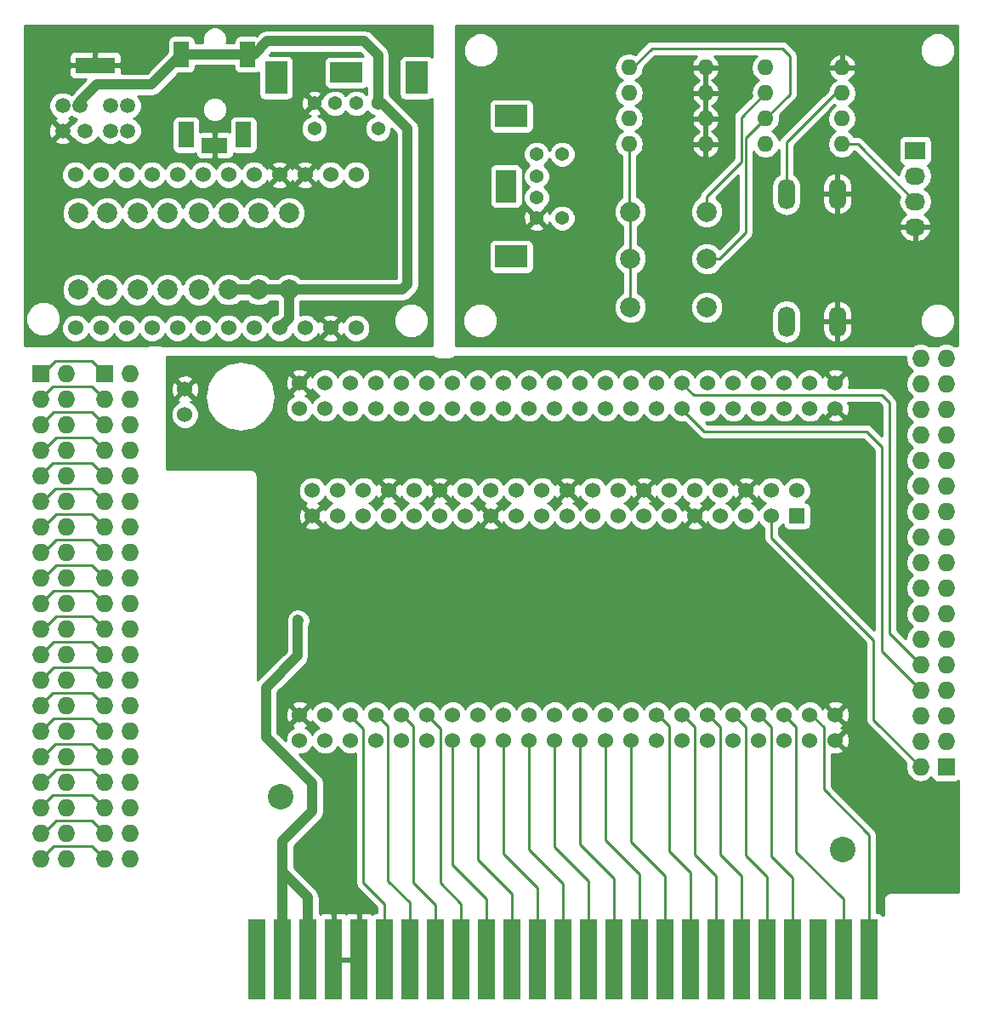
<source format=gbl>
G04 #@! TF.FileFunction,Copper,L2,Bot,Signal*
%FSLAX46Y46*%
G04 Gerber Fmt 4.6, Leading zero omitted, Abs format (unit mm)*
G04 Created by KiCad (PCBNEW 4.0.2-stable) date 2016-05-24 오전 1:59:57*
%MOMM*%
G01*
G04 APERTURE LIST*
%ADD10C,0.100000*%
%ADD11C,2.540000*%
%ADD12R,1.800000X8.000000*%
%ADD13C,1.524000*%
%ADD14R,1.727200X1.727200*%
%ADD15O,1.727200X1.727200*%
%ADD16C,1.998980*%
%ADD17C,1.371600*%
%ADD18R,3.200400X1.998980*%
%ADD19R,2.169160X3.200400*%
%ADD20C,1.500000*%
%ADD21R,4.000000X1.524000*%
%ADD22R,2.500000X1.500000*%
%ADD23R,1.500000X2.500000*%
%ADD24R,2.000000X3.200000*%
%ADD25R,3.200400X2.169160*%
%ADD26R,2.032000X1.727200*%
%ADD27O,2.032000X1.727200*%
%ADD28O,1.600000X1.600000*%
%ADD29O,1.727200X3.048000*%
%ADD30C,0.600000*%
%ADD31C,1.000000*%
%ADD32C,0.250000*%
%ADD33C,0.254000*%
G04 APERTURE END LIST*
D10*
D11*
X173573640Y-127707440D03*
D12*
X176189840Y-138637440D03*
X173649840Y-138637440D03*
X171109840Y-138637440D03*
X168569840Y-138637440D03*
X166029840Y-138637440D03*
X163489840Y-138637440D03*
X160949840Y-138637440D03*
X158409840Y-138637440D03*
X155869840Y-138637440D03*
X153329840Y-138637440D03*
X150789840Y-138637440D03*
X148249840Y-138637440D03*
X145709840Y-138637440D03*
X143169840Y-138637440D03*
X140629840Y-138637440D03*
X138089840Y-138637440D03*
X135549840Y-138637440D03*
X133009840Y-138637440D03*
X130469840Y-138637440D03*
X127929840Y-138637440D03*
X125389840Y-138637440D03*
X122849840Y-138637440D03*
X120309840Y-138637440D03*
X117769840Y-138637440D03*
X115229840Y-138637440D03*
D11*
X117579340Y-122500440D03*
D13*
X172820000Y-116840000D03*
X172820000Y-114300000D03*
X170280000Y-116840000D03*
X170280000Y-114300000D03*
X167740000Y-116840000D03*
X167740000Y-114300000D03*
X165200000Y-116840000D03*
X165200000Y-114300000D03*
X162660000Y-116840000D03*
X162660000Y-114300000D03*
X160120000Y-116840000D03*
X160120000Y-114300000D03*
X157580000Y-116840000D03*
X157580000Y-114300000D03*
X155040000Y-116840000D03*
X155040000Y-114300000D03*
X152500000Y-116840000D03*
X152500000Y-114300000D03*
X149960000Y-116840000D03*
X149960000Y-114300000D03*
X147420000Y-116840000D03*
X147420000Y-114300000D03*
X144880000Y-116840000D03*
X144880000Y-114300000D03*
X142340000Y-116840000D03*
X142340000Y-114300000D03*
X139800000Y-116840000D03*
X139800000Y-114300000D03*
X137260000Y-116840000D03*
X137260000Y-114300000D03*
X134720000Y-116840000D03*
X134720000Y-114300000D03*
X132180000Y-116840000D03*
X132180000Y-114300000D03*
X129640000Y-116840000D03*
X129640000Y-114300000D03*
X127100000Y-116840000D03*
X127100000Y-114300000D03*
X124560000Y-116840000D03*
X124560000Y-114300000D03*
X122020000Y-116840000D03*
X122020000Y-114300000D03*
X119480000Y-116840000D03*
X119480000Y-114300000D03*
X119480000Y-81280000D03*
X119480000Y-83820000D03*
X122020000Y-81280000D03*
X122020000Y-83820000D03*
X124560000Y-81280000D03*
X124560000Y-83820000D03*
X127100000Y-81280000D03*
X127100000Y-83820000D03*
X129640000Y-81280000D03*
X129640000Y-83820000D03*
X132180000Y-81280000D03*
X132180000Y-83820000D03*
X134720000Y-81280000D03*
X134720000Y-83820000D03*
X137260000Y-81280000D03*
X137260000Y-83820000D03*
X139800000Y-81280000D03*
X139800000Y-83820000D03*
X142340000Y-81280000D03*
X142340000Y-83820000D03*
X144880000Y-81280000D03*
X144880000Y-83820000D03*
X147420000Y-81280000D03*
X147420000Y-83820000D03*
X149960000Y-81280000D03*
X149960000Y-83820000D03*
X152500000Y-81280000D03*
X152500000Y-83820000D03*
X155040000Y-81280000D03*
X155040000Y-83820000D03*
X157580000Y-81280000D03*
X157580000Y-83820000D03*
X160120000Y-81280000D03*
X160120000Y-83820000D03*
X162660000Y-81280000D03*
X162660000Y-83820000D03*
X165200000Y-81280000D03*
X165200000Y-83820000D03*
X167740000Y-81280000D03*
X167740000Y-83820000D03*
X170280000Y-81280000D03*
X170280000Y-83820000D03*
X172820000Y-81280000D03*
X172820000Y-83820000D03*
X108050000Y-81915000D03*
X108050000Y-84455000D03*
D10*
G36*
X168248000Y-95302000D02*
X168248000Y-93778000D01*
X169772000Y-93778000D01*
X169772000Y-95302000D01*
X168248000Y-95302000D01*
X168248000Y-95302000D01*
G37*
D13*
X169010000Y-92000000D03*
X166470000Y-94540000D03*
X166470000Y-92000000D03*
X163930000Y-94540000D03*
X163930000Y-92000000D03*
X161390000Y-94540000D03*
X161390000Y-92000000D03*
X158850000Y-94540000D03*
X158850000Y-92000000D03*
X156310000Y-94540000D03*
X156310000Y-92000000D03*
X153770000Y-94540000D03*
X153770000Y-92000000D03*
X151230000Y-94540000D03*
X151230000Y-92000000D03*
X148690000Y-94540000D03*
X148690000Y-92000000D03*
X146150000Y-94540000D03*
X146150000Y-92000000D03*
X143610000Y-94540000D03*
X143610000Y-92000000D03*
X141070000Y-94540000D03*
X141070000Y-92000000D03*
X138530000Y-94540000D03*
X138530000Y-92000000D03*
X135990000Y-94540000D03*
X135990000Y-92000000D03*
X133450000Y-94540000D03*
X133450000Y-92000000D03*
X130910000Y-94540000D03*
X130910000Y-92000000D03*
X128370000Y-94540000D03*
X128370000Y-92000000D03*
X125830000Y-94540000D03*
X125830000Y-92000000D03*
X123290000Y-94540000D03*
X123290000Y-92000000D03*
X120750000Y-94540000D03*
X120750000Y-92000000D03*
D14*
X183850000Y-119480000D03*
D15*
X181310000Y-119480000D03*
X183850000Y-116940000D03*
X181310000Y-116940000D03*
X183850000Y-114400000D03*
X181310000Y-114400000D03*
X183850000Y-111860000D03*
X181310000Y-111860000D03*
X183850000Y-109320000D03*
X181310000Y-109320000D03*
X183850000Y-106780000D03*
X181310000Y-106780000D03*
X183850000Y-104240000D03*
X181310000Y-104240000D03*
X183850000Y-101700000D03*
X181310000Y-101700000D03*
X183850000Y-99160000D03*
X181310000Y-99160000D03*
X183850000Y-96620000D03*
X181310000Y-96620000D03*
X183850000Y-94080000D03*
X181310000Y-94080000D03*
X183850000Y-91540000D03*
X181310000Y-91540000D03*
X183850000Y-89000000D03*
X181310000Y-89000000D03*
X183850000Y-86460000D03*
X181310000Y-86460000D03*
X183850000Y-83920000D03*
X181310000Y-83920000D03*
X183850000Y-81380000D03*
X181310000Y-81380000D03*
X183850000Y-78840000D03*
X181310000Y-78840000D03*
D14*
X100100000Y-80400000D03*
D15*
X102640000Y-80400000D03*
X100100000Y-82940000D03*
X102640000Y-82940000D03*
X100100000Y-85480000D03*
X102640000Y-85480000D03*
X100100000Y-88020000D03*
X102640000Y-88020000D03*
X100100000Y-90560000D03*
X102640000Y-90560000D03*
X100100000Y-93100000D03*
X102640000Y-93100000D03*
X100100000Y-95640000D03*
X102640000Y-95640000D03*
X100100000Y-98180000D03*
X102640000Y-98180000D03*
X100100000Y-100720000D03*
X102640000Y-100720000D03*
X100100000Y-103260000D03*
X102640000Y-103260000D03*
X100100000Y-105800000D03*
X102640000Y-105800000D03*
X100100000Y-108340000D03*
X102640000Y-108340000D03*
X100100000Y-110880000D03*
X102640000Y-110880000D03*
X100100000Y-113420000D03*
X102640000Y-113420000D03*
X100100000Y-115960000D03*
X102640000Y-115960000D03*
X100100000Y-118500000D03*
X102640000Y-118500000D03*
X100100000Y-121040000D03*
X102640000Y-121040000D03*
X100100000Y-123580000D03*
X102640000Y-123580000D03*
X100100000Y-126120000D03*
X102640000Y-126120000D03*
X100100000Y-128660000D03*
X102640000Y-128660000D03*
D14*
X93700000Y-80400000D03*
D15*
X96240000Y-80400000D03*
X93700000Y-82940000D03*
X96240000Y-82940000D03*
X93700000Y-85480000D03*
X96240000Y-85480000D03*
X93700000Y-88020000D03*
X96240000Y-88020000D03*
X93700000Y-90560000D03*
X96240000Y-90560000D03*
X93700000Y-93100000D03*
X96240000Y-93100000D03*
X93700000Y-95640000D03*
X96240000Y-95640000D03*
X93700000Y-98180000D03*
X96240000Y-98180000D03*
X93700000Y-100720000D03*
X96240000Y-100720000D03*
X93700000Y-103260000D03*
X96240000Y-103260000D03*
X93700000Y-105800000D03*
X96240000Y-105800000D03*
X93700000Y-108340000D03*
X96240000Y-108340000D03*
X93700000Y-110880000D03*
X96240000Y-110880000D03*
X93700000Y-113420000D03*
X96240000Y-113420000D03*
X93700000Y-115960000D03*
X96240000Y-115960000D03*
X93700000Y-118500000D03*
X96240000Y-118500000D03*
X93700000Y-121040000D03*
X96240000Y-121040000D03*
X93700000Y-123580000D03*
X96240000Y-123580000D03*
X93700000Y-126120000D03*
X96240000Y-126120000D03*
X93700000Y-128660000D03*
X96240000Y-128660000D03*
D16*
X118427000Y-72011000D03*
X118427000Y-64391000D03*
D17*
X125143000Y-53481000D03*
X122984000Y-53481000D03*
X120952000Y-56021000D03*
X127302000Y-56021000D03*
X127302000Y-53481000D03*
X120952000Y-53481000D03*
D18*
X124127000Y-50433000D03*
D19*
X117142000Y-50941000D03*
X131112000Y-50941000D03*
D20*
X102377000Y-56211000D03*
X100627000Y-56211000D03*
X98127000Y-56211000D03*
X97627000Y-53711000D03*
X95877000Y-56211000D03*
X95877000Y-53711000D03*
X102377000Y-53711000D03*
D21*
X99127000Y-49711000D03*
D20*
X100627000Y-53711000D03*
D22*
X111027000Y-57661000D03*
D23*
X108177000Y-56611000D03*
X107727000Y-48611000D03*
X113877000Y-56611000D03*
X114327000Y-48611000D03*
D13*
X125097000Y-60591000D03*
X122557000Y-60591000D03*
X120017000Y-60591000D03*
X117477000Y-60591000D03*
X114937000Y-60591000D03*
X112397000Y-60591000D03*
X109857000Y-60591000D03*
X107317000Y-60591000D03*
X104777000Y-60591000D03*
X102237000Y-60591000D03*
X99697000Y-60591000D03*
X97157000Y-60591000D03*
X97157000Y-75831000D03*
X99697000Y-75831000D03*
X102237000Y-75831000D03*
X104777000Y-75831000D03*
X107317000Y-75831000D03*
X109857000Y-75831000D03*
X112397000Y-75831000D03*
X114937000Y-75831000D03*
X117477000Y-75831000D03*
X120017000Y-75831000D03*
X122557000Y-75831000D03*
X125097000Y-75831000D03*
D16*
X112427000Y-72011000D03*
X112427000Y-64391000D03*
X115427000Y-72011000D03*
X115427000Y-64391000D03*
X109427000Y-64411000D03*
X109427000Y-72031000D03*
X106327000Y-64411000D03*
X106327000Y-72031000D03*
X103327000Y-64411000D03*
X103327000Y-72031000D03*
X100327000Y-64411000D03*
X100327000Y-72031000D03*
X97427000Y-64411000D03*
X97427000Y-72031000D03*
D17*
X143080000Y-60714000D03*
X143080000Y-62873000D03*
X145620000Y-64905000D03*
X145620000Y-58555000D03*
X143080000Y-58555000D03*
X143080000Y-64905000D03*
D24*
X140032000Y-61730000D03*
D25*
X140540000Y-68715000D03*
X140540000Y-54745000D03*
D26*
X180770000Y-58170000D03*
D27*
X180770000Y-60710000D03*
X180770000Y-63250000D03*
X180770000Y-65790000D03*
D16*
X152400000Y-64262000D03*
X160020000Y-64262000D03*
X152400000Y-68961000D03*
X160020000Y-68961000D03*
X152400000Y-73787000D03*
X160020000Y-73787000D03*
D28*
X165862000Y-49911000D03*
X165862000Y-52451000D03*
X165862000Y-54991000D03*
X165862000Y-57531000D03*
X173482000Y-57531000D03*
X173482000Y-54991000D03*
X173482000Y-52451000D03*
X173482000Y-49911000D03*
X159893000Y-57531000D03*
X159893000Y-54991000D03*
X159893000Y-52451000D03*
X159893000Y-49911000D03*
X152273000Y-49911000D03*
X152273000Y-52451000D03*
X152273000Y-54991000D03*
X152273000Y-57531000D03*
D29*
X167950000Y-62490000D03*
X173030000Y-62490000D03*
X167950000Y-75190000D03*
X173030000Y-75190000D03*
D30*
X119410000Y-104970000D03*
D31*
X117769840Y-129790000D02*
X117769840Y-129949840D01*
X120309840Y-132489840D02*
X120309840Y-138637440D01*
X117769840Y-129949840D02*
X120309840Y-132489840D01*
X119410000Y-104970000D02*
X119290000Y-104850000D01*
X119290000Y-104850000D02*
X119290000Y-108440000D01*
X119290000Y-108440000D02*
X116150000Y-111580000D01*
X116150000Y-111580000D02*
X116150000Y-116540000D01*
X116150000Y-116540000D02*
X120740000Y-121130000D01*
X120740000Y-121130000D02*
X120740000Y-123900000D01*
X120740000Y-123900000D02*
X117769840Y-126870160D01*
X117769840Y-126870160D02*
X117769840Y-129790000D01*
X117769840Y-129790000D02*
X117769840Y-138637440D01*
X118427000Y-72011000D02*
X118427000Y-74881000D01*
X118427000Y-74881000D02*
X117477000Y-75831000D01*
X115427000Y-72011000D02*
X112427000Y-72011000D01*
X118427000Y-72011000D02*
X115427000Y-72011000D01*
X127302000Y-53481000D02*
X127697000Y-53481000D01*
X127697000Y-53481000D02*
X130227000Y-56011000D01*
X129727000Y-72011000D02*
X118427000Y-72011000D01*
X130227000Y-71511000D02*
X129727000Y-72011000D01*
X130227000Y-56011000D02*
X130227000Y-71511000D01*
X114327000Y-48611000D02*
X114927000Y-48611000D01*
X114927000Y-48611000D02*
X116227000Y-47311000D01*
X116227000Y-47311000D02*
X125927000Y-47311000D01*
X107727000Y-48611000D02*
X114327000Y-48611000D01*
X97627000Y-53711000D02*
X97627000Y-53311000D01*
X97627000Y-53311000D02*
X99327000Y-51611000D01*
X99327000Y-51611000D02*
X104727000Y-51611000D01*
X104727000Y-51611000D02*
X107727000Y-48611000D01*
X127302000Y-48686000D02*
X127302000Y-53481000D01*
X125927000Y-47311000D02*
X127302000Y-48686000D01*
D32*
X166470000Y-94540000D02*
X166470000Y-96680000D01*
X176630000Y-114800000D02*
X181310000Y-119480000D01*
X176630000Y-106840000D02*
X176630000Y-114800000D01*
X166470000Y-96680000D02*
X176630000Y-106840000D01*
X170280000Y-114300000D02*
X170460000Y-114300000D01*
X170460000Y-114300000D02*
X171680000Y-115520000D01*
X171680000Y-115520000D02*
X171680000Y-121730000D01*
X171680000Y-121730000D02*
X176189840Y-126239840D01*
X176189840Y-126239840D02*
X176189840Y-138637440D01*
X167740000Y-114300000D02*
X167740000Y-114320000D01*
X167740000Y-114320000D02*
X168940000Y-115520000D01*
X168940000Y-115520000D02*
X168940000Y-127940000D01*
X168940000Y-127940000D02*
X173649840Y-132649840D01*
X173649840Y-132649840D02*
X173649840Y-138637440D01*
X165200000Y-114300000D02*
X165280000Y-114300000D01*
X165280000Y-114300000D02*
X166460000Y-115480000D01*
X166460000Y-115480000D02*
X166460000Y-128360000D01*
X166460000Y-128360000D02*
X168569840Y-130469840D01*
X168569840Y-130469840D02*
X168569840Y-138637440D01*
X162660000Y-114300000D02*
X162720000Y-114300000D01*
X162720000Y-114300000D02*
X163940000Y-115520000D01*
X163940000Y-115520000D02*
X163940000Y-128310000D01*
X163940000Y-128310000D02*
X166029840Y-130399840D01*
X166029840Y-130399840D02*
X166029840Y-138637440D01*
X160120000Y-114300000D02*
X160180000Y-114300000D01*
X160180000Y-114300000D02*
X161390000Y-115510000D01*
X161390000Y-115510000D02*
X161390000Y-128200000D01*
X161390000Y-128200000D02*
X163489840Y-130299840D01*
X163489840Y-130299840D02*
X163489840Y-138637440D01*
X157580000Y-114300000D02*
X157620000Y-114300000D01*
X157620000Y-114300000D02*
X158800000Y-115480000D01*
X158800000Y-115480000D02*
X158800000Y-128220000D01*
X158800000Y-128220000D02*
X160949840Y-130369840D01*
X160949840Y-130369840D02*
X160949840Y-138637440D01*
X155040000Y-114300000D02*
X155210000Y-114300000D01*
X155210000Y-114300000D02*
X156300000Y-115390000D01*
X156300000Y-115390000D02*
X156300000Y-127910000D01*
X156300000Y-127910000D02*
X158409840Y-130019840D01*
X158409840Y-130019840D02*
X158409840Y-138637440D01*
X152500000Y-116840000D02*
X152500000Y-126960000D01*
X152500000Y-126960000D02*
X155869840Y-130329840D01*
X155869840Y-130329840D02*
X155869840Y-138637440D01*
X149960000Y-116840000D02*
X149960000Y-126770000D01*
X149960000Y-126770000D02*
X153329840Y-130139840D01*
X153329840Y-130139840D02*
X153329840Y-138637440D01*
X147420000Y-127190000D02*
X150789840Y-130559840D01*
X147420000Y-116840000D02*
X147420000Y-127190000D01*
X150789840Y-130559840D02*
X150789840Y-138637440D01*
X144880000Y-127440000D02*
X148249840Y-130809840D01*
X144880000Y-116840000D02*
X144880000Y-127440000D01*
X148249840Y-130809840D02*
X148249840Y-138637440D01*
X142340000Y-127700000D02*
X145709840Y-131069840D01*
X145709840Y-131069840D02*
X145709840Y-138637440D01*
X142340000Y-116840000D02*
X142340000Y-127700000D01*
X139800000Y-116840000D02*
X139800000Y-128120000D01*
X139800000Y-128120000D02*
X143169840Y-131489840D01*
X143169840Y-131489840D02*
X143169840Y-138637440D01*
X137260000Y-116840000D02*
X137260000Y-128710000D01*
X137260000Y-128710000D02*
X140629840Y-132079840D01*
X140629840Y-132079840D02*
X140629840Y-138637440D01*
X134720000Y-116840000D02*
X134720000Y-129240000D01*
X134720000Y-129240000D02*
X138089840Y-132609840D01*
X138089840Y-132609840D02*
X138089840Y-138637440D01*
X132180000Y-114300000D02*
X132180000Y-114360000D01*
X132180000Y-114360000D02*
X133500000Y-115680000D01*
X135549840Y-133089840D02*
X135549840Y-138637440D01*
X133500000Y-131040000D02*
X135549840Y-133089840D01*
X133500000Y-115680000D02*
X133500000Y-131040000D01*
X129640000Y-114300000D02*
X129670000Y-114300000D01*
X129670000Y-114300000D02*
X130760000Y-115390000D01*
X130760000Y-115390000D02*
X130760000Y-130980000D01*
X130760000Y-130980000D02*
X133009840Y-133229840D01*
X133009840Y-133229840D02*
X133009840Y-138637440D01*
X127100000Y-114300000D02*
X127160000Y-114300000D01*
X127160000Y-114300000D02*
X128300000Y-115440000D01*
X128300000Y-115440000D02*
X128300000Y-130810000D01*
X128300000Y-130810000D02*
X130469840Y-132979840D01*
X130469840Y-132979840D02*
X130469840Y-138637440D01*
X124560000Y-114300000D02*
X124560000Y-114450000D01*
X124560000Y-114450000D02*
X125790000Y-115680000D01*
X125790000Y-115680000D02*
X125790000Y-130990000D01*
X125790000Y-130990000D02*
X127929840Y-133129840D01*
X127929840Y-133129840D02*
X127929840Y-138637440D01*
X157580000Y-83820000D02*
X157580000Y-83930000D01*
X157580000Y-83930000D02*
X159760000Y-86110000D01*
X159760000Y-86110000D02*
X175910000Y-86110000D01*
X175910000Y-86110000D02*
X177470000Y-87670000D01*
X177470000Y-87670000D02*
X177470000Y-108020000D01*
X177470000Y-108020000D02*
X181310000Y-111860000D01*
X157580000Y-81280000D02*
X157580000Y-81360000D01*
X157580000Y-81360000D02*
X158700000Y-82480000D01*
X158700000Y-82480000D02*
X177420000Y-82480000D01*
X177420000Y-82480000D02*
X178200000Y-83260000D01*
X178200000Y-83260000D02*
X178200000Y-106210000D01*
X178200000Y-106210000D02*
X181310000Y-109320000D01*
X93700000Y-80400000D02*
X93844000Y-80400000D01*
X93844000Y-80400000D02*
X95123000Y-79121000D01*
X95123000Y-79121000D02*
X98821000Y-79121000D01*
X98821000Y-79121000D02*
X100100000Y-80400000D01*
X93700000Y-82940000D02*
X93700000Y-82830000D01*
X93700000Y-82830000D02*
X94869000Y-81661000D01*
X94869000Y-81661000D02*
X98821000Y-81661000D01*
X98821000Y-81661000D02*
X100100000Y-82940000D01*
X93700000Y-85480000D02*
X93717000Y-85480000D01*
X93717000Y-85480000D02*
X94996000Y-84201000D01*
X94996000Y-84201000D02*
X98821000Y-84201000D01*
X98821000Y-84201000D02*
X100100000Y-85480000D01*
X93700000Y-88020000D02*
X93971000Y-88020000D01*
X93971000Y-88020000D02*
X95250000Y-86741000D01*
X95250000Y-86741000D02*
X98821000Y-86741000D01*
X98821000Y-86741000D02*
X100100000Y-88020000D01*
X93700000Y-90560000D02*
X93700000Y-90450000D01*
X93700000Y-90450000D02*
X94869000Y-89281000D01*
X94869000Y-89281000D02*
X98821000Y-89281000D01*
X98821000Y-89281000D02*
X100100000Y-90560000D01*
X93700000Y-93100000D02*
X93844000Y-93100000D01*
X93844000Y-93100000D02*
X95123000Y-91821000D01*
X95123000Y-91821000D02*
X98821000Y-91821000D01*
X98821000Y-91821000D02*
X100100000Y-93100000D01*
X93700000Y-95640000D02*
X93971000Y-95640000D01*
X93971000Y-95640000D02*
X95250000Y-94361000D01*
X95250000Y-94361000D02*
X98821000Y-94361000D01*
X98821000Y-94361000D02*
X100100000Y-95640000D01*
X93700000Y-98180000D02*
X93971000Y-98180000D01*
X93971000Y-98180000D02*
X95250000Y-96901000D01*
X95250000Y-96901000D02*
X98821000Y-96901000D01*
X98821000Y-96901000D02*
X100100000Y-98180000D01*
X93700000Y-100720000D02*
X93971000Y-100720000D01*
X93971000Y-100720000D02*
X95250000Y-99441000D01*
X95250000Y-99441000D02*
X98821000Y-99441000D01*
X98821000Y-99441000D02*
X100100000Y-100720000D01*
X93700000Y-103260000D02*
X93717000Y-103260000D01*
X93717000Y-103260000D02*
X94996000Y-101981000D01*
X94996000Y-101981000D02*
X98821000Y-101981000D01*
X98821000Y-101981000D02*
X100100000Y-103260000D01*
X93700000Y-105800000D02*
X93971000Y-105800000D01*
X93971000Y-105800000D02*
X95250000Y-104521000D01*
X95250000Y-104521000D02*
X98821000Y-104521000D01*
X98821000Y-104521000D02*
X100100000Y-105800000D01*
X93700000Y-108340000D02*
X93717000Y-108340000D01*
X93717000Y-108340000D02*
X94996000Y-107061000D01*
X94996000Y-107061000D02*
X98821000Y-107061000D01*
X98821000Y-107061000D02*
X100100000Y-108340000D01*
X93700000Y-110880000D02*
X93717000Y-110880000D01*
X93717000Y-110880000D02*
X94996000Y-109601000D01*
X94996000Y-109601000D02*
X98821000Y-109601000D01*
X98821000Y-109601000D02*
X100100000Y-110880000D01*
X93700000Y-113420000D02*
X93700000Y-113310000D01*
X93700000Y-113310000D02*
X94869000Y-112141000D01*
X94869000Y-112141000D02*
X98821000Y-112141000D01*
X98821000Y-112141000D02*
X100100000Y-113420000D01*
X93700000Y-115960000D02*
X93717000Y-115960000D01*
X93717000Y-115960000D02*
X94996000Y-114681000D01*
X94996000Y-114681000D02*
X98821000Y-114681000D01*
X98821000Y-114681000D02*
X100100000Y-115960000D01*
X93700000Y-118500000D02*
X93844000Y-118500000D01*
X93844000Y-118500000D02*
X95123000Y-117221000D01*
X95123000Y-117221000D02*
X98821000Y-117221000D01*
X98821000Y-117221000D02*
X100100000Y-118500000D01*
X93700000Y-121040000D02*
X93971000Y-121040000D01*
X93971000Y-121040000D02*
X95250000Y-119761000D01*
X95250000Y-119761000D02*
X98821000Y-119761000D01*
X98821000Y-119761000D02*
X100100000Y-121040000D01*
X93700000Y-123580000D02*
X93700000Y-123470000D01*
X93700000Y-123470000D02*
X94869000Y-122301000D01*
X94869000Y-122301000D02*
X98821000Y-122301000D01*
X98821000Y-122301000D02*
X100100000Y-123580000D01*
X93700000Y-126120000D02*
X93971000Y-126120000D01*
X93971000Y-126120000D02*
X95250000Y-124841000D01*
X95250000Y-124841000D02*
X98821000Y-124841000D01*
X98821000Y-124841000D02*
X100100000Y-126120000D01*
X93700000Y-128660000D02*
X93717000Y-128660000D01*
X93717000Y-128660000D02*
X94996000Y-127381000D01*
X94996000Y-127381000D02*
X98821000Y-127381000D01*
X98821000Y-127381000D02*
X100100000Y-128660000D01*
X173482000Y-57531000D02*
X175051000Y-57531000D01*
X175051000Y-57531000D02*
X180770000Y-63250000D01*
X152400000Y-68961000D02*
X152400000Y-73787000D01*
X152400000Y-64262000D02*
X152400000Y-68961000D01*
X152273000Y-57531000D02*
X152273000Y-64135000D01*
X152273000Y-64135000D02*
X152400000Y-64262000D01*
X160020000Y-64262000D02*
X160020000Y-62738000D01*
X163449000Y-54864000D02*
X165862000Y-52451000D01*
X163449000Y-59309000D02*
X163449000Y-54864000D01*
X160020000Y-62738000D02*
X163449000Y-59309000D01*
X160020000Y-68961000D02*
X161290000Y-68961000D01*
X163899002Y-56953998D02*
X165862000Y-54991000D01*
X163899002Y-66351998D02*
X163899002Y-56953998D01*
X161290000Y-68961000D02*
X163899002Y-66351998D01*
X152273000Y-49911000D02*
X152654000Y-49911000D01*
X152654000Y-49911000D02*
X154559000Y-48006000D01*
X154559000Y-48006000D02*
X167513000Y-48006000D01*
X167513000Y-48006000D02*
X168275000Y-48768000D01*
X168275000Y-48768000D02*
X168275000Y-52578000D01*
X168275000Y-52578000D02*
X165862000Y-54991000D01*
X173482000Y-52451000D02*
X172847000Y-52451000D01*
X172847000Y-52451000D02*
X167950000Y-57348000D01*
X167950000Y-57348000D02*
X167950000Y-62490000D01*
D33*
G36*
X132650000Y-48882069D02*
X132448470Y-48744369D01*
X132196580Y-48693360D01*
X130027420Y-48693360D01*
X129792103Y-48737638D01*
X129575979Y-48876710D01*
X129430989Y-49088910D01*
X129379980Y-49340800D01*
X129379980Y-52541200D01*
X129424258Y-52776517D01*
X129563330Y-52992641D01*
X129775530Y-53137631D01*
X130027420Y-53188640D01*
X132196580Y-53188640D01*
X132431897Y-53144362D01*
X132648021Y-53005290D01*
X132650000Y-53002394D01*
X132650000Y-77573000D01*
X105816446Y-77573000D01*
X105550000Y-77520000D01*
X104550000Y-77520000D01*
X104283554Y-77573000D01*
X92110000Y-77573000D01*
X92110000Y-75243599D01*
X92223699Y-75243599D01*
X92487281Y-75881515D01*
X92974918Y-76370004D01*
X93612373Y-76634699D01*
X94302599Y-76635301D01*
X94940515Y-76371719D01*
X95429004Y-75884082D01*
X95693699Y-75246627D01*
X95694301Y-74556401D01*
X95430719Y-73918485D01*
X94943082Y-73429996D01*
X94305627Y-73165301D01*
X93615401Y-73164699D01*
X92977485Y-73428281D01*
X92488996Y-73915918D01*
X92224301Y-74553373D01*
X92223699Y-75243599D01*
X92110000Y-75243599D01*
X92110000Y-64734694D01*
X95792226Y-64734694D01*
X96040538Y-65335655D01*
X96499927Y-65795846D01*
X97100453Y-66045206D01*
X97750694Y-66045774D01*
X98351655Y-65797462D01*
X98811846Y-65338073D01*
X98876852Y-65181522D01*
X98940538Y-65335655D01*
X99399927Y-65795846D01*
X100000453Y-66045206D01*
X100650694Y-66045774D01*
X101251655Y-65797462D01*
X101711846Y-65338073D01*
X101826975Y-65060811D01*
X101940538Y-65335655D01*
X102399927Y-65795846D01*
X103000453Y-66045206D01*
X103650694Y-66045774D01*
X104251655Y-65797462D01*
X104711846Y-65338073D01*
X104826975Y-65060811D01*
X104940538Y-65335655D01*
X105399927Y-65795846D01*
X106000453Y-66045206D01*
X106650694Y-66045774D01*
X107251655Y-65797462D01*
X107711846Y-65338073D01*
X107877098Y-64940101D01*
X108040538Y-65335655D01*
X108499927Y-65795846D01*
X109100453Y-66045206D01*
X109750694Y-66045774D01*
X110351655Y-65797462D01*
X110811846Y-65338073D01*
X110931117Y-65050836D01*
X111040538Y-65315655D01*
X111499927Y-65775846D01*
X112100453Y-66025206D01*
X112750694Y-66025774D01*
X113351655Y-65777462D01*
X113811846Y-65318073D01*
X113926975Y-65040811D01*
X114040538Y-65315655D01*
X114499927Y-65775846D01*
X115100453Y-66025206D01*
X115750694Y-66025774D01*
X116351655Y-65777462D01*
X116811846Y-65318073D01*
X116926975Y-65040811D01*
X117040538Y-65315655D01*
X117499927Y-65775846D01*
X118100453Y-66025206D01*
X118750694Y-66025774D01*
X119351655Y-65777462D01*
X119811846Y-65318073D01*
X120061206Y-64717547D01*
X120061774Y-64067306D01*
X119813462Y-63466345D01*
X119354073Y-63006154D01*
X118753547Y-62756794D01*
X118103306Y-62756226D01*
X117502345Y-63004538D01*
X117042154Y-63463927D01*
X116927025Y-63741189D01*
X116813462Y-63466345D01*
X116354073Y-63006154D01*
X115753547Y-62756794D01*
X115103306Y-62756226D01*
X114502345Y-63004538D01*
X114042154Y-63463927D01*
X113927025Y-63741189D01*
X113813462Y-63466345D01*
X113354073Y-63006154D01*
X112753547Y-62756794D01*
X112103306Y-62756226D01*
X111502345Y-63004538D01*
X111042154Y-63463927D01*
X110922883Y-63751164D01*
X110813462Y-63486345D01*
X110354073Y-63026154D01*
X109753547Y-62776794D01*
X109103306Y-62776226D01*
X108502345Y-63024538D01*
X108042154Y-63483927D01*
X107876902Y-63881899D01*
X107713462Y-63486345D01*
X107254073Y-63026154D01*
X106653547Y-62776794D01*
X106003306Y-62776226D01*
X105402345Y-63024538D01*
X104942154Y-63483927D01*
X104827025Y-63761189D01*
X104713462Y-63486345D01*
X104254073Y-63026154D01*
X103653547Y-62776794D01*
X103003306Y-62776226D01*
X102402345Y-63024538D01*
X101942154Y-63483927D01*
X101827025Y-63761189D01*
X101713462Y-63486345D01*
X101254073Y-63026154D01*
X100653547Y-62776794D01*
X100003306Y-62776226D01*
X99402345Y-63024538D01*
X98942154Y-63483927D01*
X98877148Y-63640478D01*
X98813462Y-63486345D01*
X98354073Y-63026154D01*
X97753547Y-62776794D01*
X97103306Y-62776226D01*
X96502345Y-63024538D01*
X96042154Y-63483927D01*
X95792794Y-64084453D01*
X95792226Y-64734694D01*
X92110000Y-64734694D01*
X92110000Y-60867661D01*
X95759758Y-60867661D01*
X95971990Y-61381303D01*
X96364630Y-61774629D01*
X96877900Y-61987757D01*
X97433661Y-61988242D01*
X97947303Y-61776010D01*
X98340629Y-61383370D01*
X98426949Y-61175488D01*
X98511990Y-61381303D01*
X98904630Y-61774629D01*
X99417900Y-61987757D01*
X99973661Y-61988242D01*
X100487303Y-61776010D01*
X100880629Y-61383370D01*
X100966949Y-61175488D01*
X101051990Y-61381303D01*
X101444630Y-61774629D01*
X101957900Y-61987757D01*
X102513661Y-61988242D01*
X103027303Y-61776010D01*
X103420629Y-61383370D01*
X103506949Y-61175488D01*
X103591990Y-61381303D01*
X103984630Y-61774629D01*
X104497900Y-61987757D01*
X105053661Y-61988242D01*
X105567303Y-61776010D01*
X105960629Y-61383370D01*
X106046949Y-61175488D01*
X106131990Y-61381303D01*
X106524630Y-61774629D01*
X107037900Y-61987757D01*
X107593661Y-61988242D01*
X108107303Y-61776010D01*
X108500629Y-61383370D01*
X108586949Y-61175488D01*
X108671990Y-61381303D01*
X109064630Y-61774629D01*
X109577900Y-61987757D01*
X110133661Y-61988242D01*
X110647303Y-61776010D01*
X111040629Y-61383370D01*
X111126949Y-61175488D01*
X111211990Y-61381303D01*
X111604630Y-61774629D01*
X112117900Y-61987757D01*
X112673661Y-61988242D01*
X113187303Y-61776010D01*
X113580629Y-61383370D01*
X113666949Y-61175488D01*
X113751990Y-61381303D01*
X114144630Y-61774629D01*
X114657900Y-61987757D01*
X115213661Y-61988242D01*
X115727303Y-61776010D01*
X115932457Y-61571213D01*
X116676392Y-61571213D01*
X116745857Y-61813397D01*
X117269302Y-62000144D01*
X117824368Y-61972362D01*
X118208143Y-61813397D01*
X118277608Y-61571213D01*
X119216392Y-61571213D01*
X119285857Y-61813397D01*
X119809302Y-62000144D01*
X120364368Y-61972362D01*
X120748143Y-61813397D01*
X120817608Y-61571213D01*
X120017000Y-60770605D01*
X119216392Y-61571213D01*
X118277608Y-61571213D01*
X117477000Y-60770605D01*
X116676392Y-61571213D01*
X115932457Y-61571213D01*
X116120629Y-61383370D01*
X116200395Y-61191273D01*
X116254603Y-61322143D01*
X116496787Y-61391608D01*
X117297395Y-60591000D01*
X117656605Y-60591000D01*
X118457213Y-61391608D01*
X118699397Y-61322143D01*
X118743453Y-61198656D01*
X118794603Y-61322143D01*
X119036787Y-61391608D01*
X119837395Y-60591000D01*
X120196605Y-60591000D01*
X120997213Y-61391608D01*
X121239397Y-61322143D01*
X121289509Y-61181682D01*
X121371990Y-61381303D01*
X121764630Y-61774629D01*
X122277900Y-61987757D01*
X122833661Y-61988242D01*
X123347303Y-61776010D01*
X123740629Y-61383370D01*
X123826949Y-61175488D01*
X123911990Y-61381303D01*
X124304630Y-61774629D01*
X124817900Y-61987757D01*
X125373661Y-61988242D01*
X125887303Y-61776010D01*
X126280629Y-61383370D01*
X126493757Y-60870100D01*
X126494242Y-60314339D01*
X126282010Y-59800697D01*
X125889370Y-59407371D01*
X125376100Y-59194243D01*
X124820339Y-59193758D01*
X124306697Y-59405990D01*
X123913371Y-59798630D01*
X123827051Y-60006512D01*
X123742010Y-59800697D01*
X123349370Y-59407371D01*
X122836100Y-59194243D01*
X122280339Y-59193758D01*
X121766697Y-59405990D01*
X121373371Y-59798630D01*
X121293605Y-59990727D01*
X121239397Y-59859857D01*
X120997213Y-59790392D01*
X120196605Y-60591000D01*
X119837395Y-60591000D01*
X119036787Y-59790392D01*
X118794603Y-59859857D01*
X118750547Y-59983344D01*
X118699397Y-59859857D01*
X118457213Y-59790392D01*
X117656605Y-60591000D01*
X117297395Y-60591000D01*
X116496787Y-59790392D01*
X116254603Y-59859857D01*
X116204491Y-60000318D01*
X116122010Y-59800697D01*
X115932432Y-59610787D01*
X116676392Y-59610787D01*
X117477000Y-60411395D01*
X118277608Y-59610787D01*
X119216392Y-59610787D01*
X120017000Y-60411395D01*
X120817608Y-59610787D01*
X120748143Y-59368603D01*
X120224698Y-59181856D01*
X119669632Y-59209638D01*
X119285857Y-59368603D01*
X119216392Y-59610787D01*
X118277608Y-59610787D01*
X118208143Y-59368603D01*
X117684698Y-59181856D01*
X117129632Y-59209638D01*
X116745857Y-59368603D01*
X116676392Y-59610787D01*
X115932432Y-59610787D01*
X115729370Y-59407371D01*
X115216100Y-59194243D01*
X114660339Y-59193758D01*
X114146697Y-59405990D01*
X113753371Y-59798630D01*
X113667051Y-60006512D01*
X113582010Y-59800697D01*
X113189370Y-59407371D01*
X112676100Y-59194243D01*
X112120339Y-59193758D01*
X111606697Y-59405990D01*
X111213371Y-59798630D01*
X111127051Y-60006512D01*
X111042010Y-59800697D01*
X110649370Y-59407371D01*
X110136100Y-59194243D01*
X109580339Y-59193758D01*
X109066697Y-59405990D01*
X108673371Y-59798630D01*
X108587051Y-60006512D01*
X108502010Y-59800697D01*
X108109370Y-59407371D01*
X107596100Y-59194243D01*
X107040339Y-59193758D01*
X106526697Y-59405990D01*
X106133371Y-59798630D01*
X106047051Y-60006512D01*
X105962010Y-59800697D01*
X105569370Y-59407371D01*
X105056100Y-59194243D01*
X104500339Y-59193758D01*
X103986697Y-59405990D01*
X103593371Y-59798630D01*
X103507051Y-60006512D01*
X103422010Y-59800697D01*
X103029370Y-59407371D01*
X102516100Y-59194243D01*
X101960339Y-59193758D01*
X101446697Y-59405990D01*
X101053371Y-59798630D01*
X100967051Y-60006512D01*
X100882010Y-59800697D01*
X100489370Y-59407371D01*
X99976100Y-59194243D01*
X99420339Y-59193758D01*
X98906697Y-59405990D01*
X98513371Y-59798630D01*
X98427051Y-60006512D01*
X98342010Y-59800697D01*
X97949370Y-59407371D01*
X97436100Y-59194243D01*
X96880339Y-59193758D01*
X96366697Y-59405990D01*
X95973371Y-59798630D01*
X95760243Y-60311900D01*
X95759758Y-60867661D01*
X92110000Y-60867661D01*
X92110000Y-57182517D01*
X95085088Y-57182517D01*
X95153077Y-57423460D01*
X95672171Y-57608201D01*
X96222448Y-57580230D01*
X96600923Y-57423460D01*
X96668912Y-57182517D01*
X95877000Y-56390605D01*
X95085088Y-57182517D01*
X92110000Y-57182517D01*
X92110000Y-56006171D01*
X94479799Y-56006171D01*
X94507770Y-56556448D01*
X94664540Y-56934923D01*
X94905483Y-57002912D01*
X95697395Y-56211000D01*
X94905483Y-55419088D01*
X94664540Y-55487077D01*
X94479799Y-56006171D01*
X92110000Y-56006171D01*
X92110000Y-53985285D01*
X94491760Y-53985285D01*
X94702169Y-54494515D01*
X95091436Y-54884461D01*
X95259754Y-54954353D01*
X95153077Y-54998540D01*
X95085088Y-55239483D01*
X95877000Y-56031395D01*
X96668912Y-55239483D01*
X96600923Y-54998540D01*
X96486389Y-54957778D01*
X96660515Y-54885831D01*
X96751818Y-54794687D01*
X96841436Y-54884461D01*
X97303329Y-55076256D01*
X96953539Y-55425436D01*
X96944884Y-55446281D01*
X96848517Y-55419088D01*
X96056605Y-56211000D01*
X96848517Y-57002912D01*
X96944453Y-56975841D01*
X96952169Y-56994515D01*
X97341436Y-57384461D01*
X97850298Y-57595759D01*
X98401285Y-57596240D01*
X98910515Y-57385831D01*
X99300461Y-56996564D01*
X99376927Y-56812414D01*
X99452169Y-56994515D01*
X99841436Y-57384461D01*
X100350298Y-57595759D01*
X100901285Y-57596240D01*
X101410515Y-57385831D01*
X101501818Y-57294687D01*
X101591436Y-57384461D01*
X102100298Y-57595759D01*
X102651285Y-57596240D01*
X103160515Y-57385831D01*
X103550461Y-56996564D01*
X103761759Y-56487702D01*
X103762240Y-55936715D01*
X103551831Y-55427485D01*
X103485462Y-55361000D01*
X106779560Y-55361000D01*
X106779560Y-57861000D01*
X106823838Y-58096317D01*
X106962910Y-58312441D01*
X107175110Y-58457431D01*
X107427000Y-58508440D01*
X108927000Y-58508440D01*
X109142000Y-58467985D01*
X109142000Y-58537310D01*
X109238673Y-58770699D01*
X109417302Y-58949327D01*
X109650691Y-59046000D01*
X110741250Y-59046000D01*
X110900000Y-58887250D01*
X110900000Y-57788000D01*
X110880000Y-57788000D01*
X110880000Y-57534000D01*
X110900000Y-57534000D01*
X110900000Y-56434750D01*
X111154000Y-56434750D01*
X111154000Y-57534000D01*
X111174000Y-57534000D01*
X111174000Y-57788000D01*
X111154000Y-57788000D01*
X111154000Y-58887250D01*
X111312750Y-59046000D01*
X112403309Y-59046000D01*
X112636698Y-58949327D01*
X112815327Y-58770699D01*
X112912000Y-58537310D01*
X112912000Y-58464901D01*
X113127000Y-58508440D01*
X114627000Y-58508440D01*
X114862317Y-58464162D01*
X115078441Y-58325090D01*
X115223431Y-58112890D01*
X115274440Y-57861000D01*
X115274440Y-56282571D01*
X119630971Y-56282571D01*
X119831627Y-56768196D01*
X120202850Y-57140067D01*
X120688124Y-57341570D01*
X121213571Y-57342029D01*
X121699196Y-57141373D01*
X122071067Y-56770150D01*
X122272570Y-56284876D01*
X122273029Y-55759429D01*
X122072373Y-55273804D01*
X121701150Y-54901933D01*
X121353798Y-54757700D01*
X121637283Y-54640277D01*
X121697374Y-54405979D01*
X120952000Y-53660605D01*
X120206626Y-54405979D01*
X120266717Y-54640277D01*
X120573947Y-54748100D01*
X120204804Y-54900627D01*
X119832933Y-55271850D01*
X119631430Y-55757124D01*
X119630971Y-56282571D01*
X115274440Y-56282571D01*
X115274440Y-55361000D01*
X115230162Y-55125683D01*
X115091090Y-54909559D01*
X114878890Y-54764569D01*
X114627000Y-54713560D01*
X113127000Y-54713560D01*
X112891683Y-54757838D01*
X112675559Y-54896910D01*
X112530569Y-55109110D01*
X112479560Y-55361000D01*
X112479560Y-56307584D01*
X112403309Y-56276000D01*
X111312750Y-56276000D01*
X111154000Y-56434750D01*
X110900000Y-56434750D01*
X110741250Y-56276000D01*
X109650691Y-56276000D01*
X109574440Y-56307584D01*
X109574440Y-55361000D01*
X109530162Y-55125683D01*
X109391090Y-54909559D01*
X109178890Y-54764569D01*
X108927000Y-54713560D01*
X107427000Y-54713560D01*
X107191683Y-54757838D01*
X106975559Y-54896910D01*
X106830569Y-55109110D01*
X106779560Y-55361000D01*
X103485462Y-55361000D01*
X103162564Y-55037539D01*
X102978414Y-54961073D01*
X103160515Y-54885831D01*
X103550461Y-54496564D01*
X103609003Y-54355579D01*
X109791786Y-54355579D01*
X109979408Y-54809657D01*
X110326515Y-55157371D01*
X110780266Y-55345785D01*
X111271579Y-55346214D01*
X111725657Y-55158592D01*
X112073371Y-54811485D01*
X112261785Y-54357734D01*
X112262214Y-53866421D01*
X112074592Y-53412343D01*
X111953977Y-53291517D01*
X119618721Y-53291517D01*
X119647699Y-53816164D01*
X119792723Y-54166283D01*
X120027021Y-54226374D01*
X120772395Y-53481000D01*
X120027021Y-52735626D01*
X119792723Y-52795717D01*
X119618721Y-53291517D01*
X111953977Y-53291517D01*
X111727485Y-53064629D01*
X111273734Y-52876215D01*
X110782421Y-52875786D01*
X110328343Y-53063408D01*
X109980629Y-53410515D01*
X109792215Y-53864266D01*
X109791786Y-54355579D01*
X103609003Y-54355579D01*
X103761759Y-53987702D01*
X103762240Y-53436715D01*
X103551831Y-52927485D01*
X103370662Y-52746000D01*
X104727000Y-52746000D01*
X105161346Y-52659603D01*
X105529566Y-52413566D01*
X107434692Y-50508440D01*
X108477000Y-50508440D01*
X108712317Y-50464162D01*
X108928441Y-50325090D01*
X109073431Y-50112890D01*
X109124440Y-49861000D01*
X109124440Y-49746000D01*
X112929560Y-49746000D01*
X112929560Y-49861000D01*
X112973838Y-50096317D01*
X113112910Y-50312441D01*
X113325110Y-50457431D01*
X113577000Y-50508440D01*
X115077000Y-50508440D01*
X115312317Y-50464162D01*
X115409980Y-50401318D01*
X115409980Y-52541200D01*
X115454258Y-52776517D01*
X115593330Y-52992641D01*
X115805530Y-53137631D01*
X116057420Y-53188640D01*
X118226580Y-53188640D01*
X118461897Y-53144362D01*
X118678021Y-53005290D01*
X118823011Y-52793090D01*
X118871018Y-52556021D01*
X120206626Y-52556021D01*
X120952000Y-53301395D01*
X121697374Y-52556021D01*
X121637283Y-52321723D01*
X121141483Y-52147721D01*
X120616836Y-52176699D01*
X120266717Y-52321723D01*
X120206626Y-52556021D01*
X118871018Y-52556021D01*
X118874020Y-52541200D01*
X118874020Y-49340800D01*
X118829742Y-49105483D01*
X118690670Y-48889359D01*
X118478470Y-48744369D01*
X118226580Y-48693360D01*
X116449772Y-48693360D01*
X116697132Y-48446000D01*
X125456868Y-48446000D01*
X125814646Y-48803778D01*
X125727200Y-48786070D01*
X122526800Y-48786070D01*
X122291483Y-48830348D01*
X122075359Y-48969420D01*
X121930369Y-49181620D01*
X121879360Y-49433510D01*
X121879360Y-51432490D01*
X121923638Y-51667807D01*
X122062710Y-51883931D01*
X122274910Y-52028921D01*
X122526800Y-52079930D01*
X125727200Y-52079930D01*
X125962517Y-52035652D01*
X126167000Y-51904071D01*
X126167000Y-52637263D01*
X125892150Y-52361933D01*
X125406876Y-52160430D01*
X124881429Y-52159971D01*
X124395804Y-52360627D01*
X124063246Y-52692605D01*
X123733150Y-52361933D01*
X123247876Y-52160430D01*
X122722429Y-52159971D01*
X122236804Y-52360627D01*
X121864933Y-52731850D01*
X121853698Y-52758907D01*
X121131605Y-53481000D01*
X121852942Y-54202337D01*
X121863627Y-54228196D01*
X122234850Y-54600067D01*
X122720124Y-54801570D01*
X123245571Y-54802029D01*
X123731196Y-54601373D01*
X124063754Y-54269395D01*
X124393850Y-54600067D01*
X124879124Y-54801570D01*
X125404571Y-54802029D01*
X125890196Y-54601373D01*
X126222754Y-54269395D01*
X126552850Y-54600067D01*
X126916633Y-54751123D01*
X126554804Y-54900627D01*
X126182933Y-55271850D01*
X125981430Y-55757124D01*
X125980971Y-56282571D01*
X126181627Y-56768196D01*
X126552850Y-57140067D01*
X127038124Y-57341570D01*
X127563571Y-57342029D01*
X128049196Y-57141373D01*
X128421067Y-56770150D01*
X128622570Y-56284876D01*
X128622808Y-56011940D01*
X129092000Y-56481132D01*
X129092000Y-70876000D01*
X119603484Y-70876000D01*
X119354073Y-70626154D01*
X118753547Y-70376794D01*
X118103306Y-70376226D01*
X117502345Y-70624538D01*
X117250444Y-70876000D01*
X116603484Y-70876000D01*
X116354073Y-70626154D01*
X115753547Y-70376794D01*
X115103306Y-70376226D01*
X114502345Y-70624538D01*
X114250444Y-70876000D01*
X113603484Y-70876000D01*
X113354073Y-70626154D01*
X112753547Y-70376794D01*
X112103306Y-70376226D01*
X111502345Y-70624538D01*
X111042154Y-71083927D01*
X110922883Y-71371164D01*
X110813462Y-71106345D01*
X110354073Y-70646154D01*
X109753547Y-70396794D01*
X109103306Y-70396226D01*
X108502345Y-70644538D01*
X108042154Y-71103927D01*
X107876902Y-71501899D01*
X107713462Y-71106345D01*
X107254073Y-70646154D01*
X106653547Y-70396794D01*
X106003306Y-70396226D01*
X105402345Y-70644538D01*
X104942154Y-71103927D01*
X104827025Y-71381189D01*
X104713462Y-71106345D01*
X104254073Y-70646154D01*
X103653547Y-70396794D01*
X103003306Y-70396226D01*
X102402345Y-70644538D01*
X101942154Y-71103927D01*
X101827025Y-71381189D01*
X101713462Y-71106345D01*
X101254073Y-70646154D01*
X100653547Y-70396794D01*
X100003306Y-70396226D01*
X99402345Y-70644538D01*
X98942154Y-71103927D01*
X98877148Y-71260478D01*
X98813462Y-71106345D01*
X98354073Y-70646154D01*
X97753547Y-70396794D01*
X97103306Y-70396226D01*
X96502345Y-70644538D01*
X96042154Y-71103927D01*
X95792794Y-71704453D01*
X95792226Y-72354694D01*
X96040538Y-72955655D01*
X96499927Y-73415846D01*
X97100453Y-73665206D01*
X97750694Y-73665774D01*
X98351655Y-73417462D01*
X98811846Y-72958073D01*
X98876852Y-72801522D01*
X98940538Y-72955655D01*
X99399927Y-73415846D01*
X100000453Y-73665206D01*
X100650694Y-73665774D01*
X101251655Y-73417462D01*
X101711846Y-72958073D01*
X101826975Y-72680811D01*
X101940538Y-72955655D01*
X102399927Y-73415846D01*
X103000453Y-73665206D01*
X103650694Y-73665774D01*
X104251655Y-73417462D01*
X104711846Y-72958073D01*
X104826975Y-72680811D01*
X104940538Y-72955655D01*
X105399927Y-73415846D01*
X106000453Y-73665206D01*
X106650694Y-73665774D01*
X107251655Y-73417462D01*
X107711846Y-72958073D01*
X107877098Y-72560101D01*
X108040538Y-72955655D01*
X108499927Y-73415846D01*
X109100453Y-73665206D01*
X109750694Y-73665774D01*
X110351655Y-73417462D01*
X110811846Y-72958073D01*
X110931117Y-72670836D01*
X111040538Y-72935655D01*
X111499927Y-73395846D01*
X112100453Y-73645206D01*
X112750694Y-73645774D01*
X113351655Y-73397462D01*
X113603556Y-73146000D01*
X114250516Y-73146000D01*
X114499927Y-73395846D01*
X115100453Y-73645206D01*
X115750694Y-73645774D01*
X116351655Y-73397462D01*
X116603556Y-73146000D01*
X117250516Y-73146000D01*
X117292000Y-73187556D01*
X117292000Y-74410868D01*
X117269050Y-74433818D01*
X117200339Y-74433758D01*
X116686697Y-74645990D01*
X116293371Y-75038630D01*
X116207051Y-75246512D01*
X116122010Y-75040697D01*
X115729370Y-74647371D01*
X115216100Y-74434243D01*
X114660339Y-74433758D01*
X114146697Y-74645990D01*
X113753371Y-75038630D01*
X113667051Y-75246512D01*
X113582010Y-75040697D01*
X113189370Y-74647371D01*
X112676100Y-74434243D01*
X112120339Y-74433758D01*
X111606697Y-74645990D01*
X111213371Y-75038630D01*
X111127051Y-75246512D01*
X111042010Y-75040697D01*
X110649370Y-74647371D01*
X110136100Y-74434243D01*
X109580339Y-74433758D01*
X109066697Y-74645990D01*
X108673371Y-75038630D01*
X108587051Y-75246512D01*
X108502010Y-75040697D01*
X108109370Y-74647371D01*
X107596100Y-74434243D01*
X107040339Y-74433758D01*
X106526697Y-74645990D01*
X106133371Y-75038630D01*
X106047051Y-75246512D01*
X105962010Y-75040697D01*
X105569370Y-74647371D01*
X105056100Y-74434243D01*
X104500339Y-74433758D01*
X103986697Y-74645990D01*
X103593371Y-75038630D01*
X103507051Y-75246512D01*
X103422010Y-75040697D01*
X103029370Y-74647371D01*
X102516100Y-74434243D01*
X101960339Y-74433758D01*
X101446697Y-74645990D01*
X101053371Y-75038630D01*
X100967051Y-75246512D01*
X100882010Y-75040697D01*
X100489370Y-74647371D01*
X99976100Y-74434243D01*
X99420339Y-74433758D01*
X98906697Y-74645990D01*
X98513371Y-75038630D01*
X98427051Y-75246512D01*
X98342010Y-75040697D01*
X97949370Y-74647371D01*
X97436100Y-74434243D01*
X96880339Y-74433758D01*
X96366697Y-74645990D01*
X95973371Y-75038630D01*
X95760243Y-75551900D01*
X95759758Y-76107661D01*
X95971990Y-76621303D01*
X96364630Y-77014629D01*
X96877900Y-77227757D01*
X97433661Y-77228242D01*
X97947303Y-77016010D01*
X98340629Y-76623370D01*
X98426949Y-76415488D01*
X98511990Y-76621303D01*
X98904630Y-77014629D01*
X99417900Y-77227757D01*
X99973661Y-77228242D01*
X100487303Y-77016010D01*
X100880629Y-76623370D01*
X100966949Y-76415488D01*
X101051990Y-76621303D01*
X101444630Y-77014629D01*
X101957900Y-77227757D01*
X102513661Y-77228242D01*
X103027303Y-77016010D01*
X103420629Y-76623370D01*
X103506949Y-76415488D01*
X103591990Y-76621303D01*
X103984630Y-77014629D01*
X104497900Y-77227757D01*
X105053661Y-77228242D01*
X105567303Y-77016010D01*
X105960629Y-76623370D01*
X106046949Y-76415488D01*
X106131990Y-76621303D01*
X106524630Y-77014629D01*
X107037900Y-77227757D01*
X107593661Y-77228242D01*
X108107303Y-77016010D01*
X108500629Y-76623370D01*
X108586949Y-76415488D01*
X108671990Y-76621303D01*
X109064630Y-77014629D01*
X109577900Y-77227757D01*
X110133661Y-77228242D01*
X110647303Y-77016010D01*
X111040629Y-76623370D01*
X111126949Y-76415488D01*
X111211990Y-76621303D01*
X111604630Y-77014629D01*
X112117900Y-77227757D01*
X112673661Y-77228242D01*
X113187303Y-77016010D01*
X113580629Y-76623370D01*
X113666949Y-76415488D01*
X113751990Y-76621303D01*
X114144630Y-77014629D01*
X114657900Y-77227757D01*
X115213661Y-77228242D01*
X115727303Y-77016010D01*
X116120629Y-76623370D01*
X116206949Y-76415488D01*
X116291990Y-76621303D01*
X116684630Y-77014629D01*
X117197900Y-77227757D01*
X117753661Y-77228242D01*
X118267303Y-77016010D01*
X118660629Y-76623370D01*
X118746949Y-76415488D01*
X118831990Y-76621303D01*
X119224630Y-77014629D01*
X119737900Y-77227757D01*
X120293661Y-77228242D01*
X120807303Y-77016010D01*
X121012457Y-76811213D01*
X121756392Y-76811213D01*
X121825857Y-77053397D01*
X122349302Y-77240144D01*
X122904368Y-77212362D01*
X123288143Y-77053397D01*
X123357608Y-76811213D01*
X122557000Y-76010605D01*
X121756392Y-76811213D01*
X121012457Y-76811213D01*
X121200629Y-76623370D01*
X121280395Y-76431273D01*
X121334603Y-76562143D01*
X121576787Y-76631608D01*
X122377395Y-75831000D01*
X122736605Y-75831000D01*
X123537213Y-76631608D01*
X123779397Y-76562143D01*
X123829509Y-76421682D01*
X123911990Y-76621303D01*
X124304630Y-77014629D01*
X124817900Y-77227757D01*
X125373661Y-77228242D01*
X125887303Y-77016010D01*
X126280629Y-76623370D01*
X126493757Y-76110100D01*
X126494242Y-75554339D01*
X126448486Y-75443599D01*
X128823699Y-75443599D01*
X129087281Y-76081515D01*
X129574918Y-76570004D01*
X130212373Y-76834699D01*
X130902599Y-76835301D01*
X131540515Y-76571719D01*
X132029004Y-76084082D01*
X132293699Y-75446627D01*
X132294301Y-74756401D01*
X132030719Y-74118485D01*
X131543082Y-73629996D01*
X130905627Y-73365301D01*
X130215401Y-73364699D01*
X129577485Y-73628281D01*
X129088996Y-74115918D01*
X128824301Y-74753373D01*
X128823699Y-75443599D01*
X126448486Y-75443599D01*
X126282010Y-75040697D01*
X125889370Y-74647371D01*
X125376100Y-74434243D01*
X124820339Y-74433758D01*
X124306697Y-74645990D01*
X123913371Y-75038630D01*
X123833605Y-75230727D01*
X123779397Y-75099857D01*
X123537213Y-75030392D01*
X122736605Y-75831000D01*
X122377395Y-75831000D01*
X121576787Y-75030392D01*
X121334603Y-75099857D01*
X121284491Y-75240318D01*
X121202010Y-75040697D01*
X121012432Y-74850787D01*
X121756392Y-74850787D01*
X122557000Y-75651395D01*
X123357608Y-74850787D01*
X123288143Y-74608603D01*
X122764698Y-74421856D01*
X122209632Y-74449638D01*
X121825857Y-74608603D01*
X121756392Y-74850787D01*
X121012432Y-74850787D01*
X120809370Y-74647371D01*
X120296100Y-74434243D01*
X119740339Y-74433758D01*
X119562000Y-74507446D01*
X119562000Y-73187484D01*
X119603556Y-73146000D01*
X129727000Y-73146000D01*
X130161346Y-73059603D01*
X130529566Y-72813566D01*
X131029566Y-72313566D01*
X131231734Y-72011000D01*
X131275603Y-71945346D01*
X131362000Y-71511000D01*
X131362000Y-56011000D01*
X131275603Y-55576654D01*
X131029566Y-55208434D01*
X128499566Y-52678434D01*
X128437000Y-52636629D01*
X128437000Y-48686000D01*
X128422082Y-48611000D01*
X128350604Y-48251655D01*
X128104566Y-47883434D01*
X126729566Y-46508434D01*
X126361346Y-46262397D01*
X125927000Y-46176000D01*
X116227000Y-46176000D01*
X115792655Y-46262396D01*
X115424434Y-46508434D01*
X115195343Y-46737525D01*
X115077000Y-46713560D01*
X113577000Y-46713560D01*
X113341683Y-46757838D01*
X113125559Y-46896910D01*
X112980569Y-47109110D01*
X112929560Y-47361000D01*
X112929560Y-47476000D01*
X112212677Y-47476000D01*
X112261785Y-47357734D01*
X112262214Y-46866421D01*
X112074592Y-46412343D01*
X111727485Y-46064629D01*
X111273734Y-45876215D01*
X110782421Y-45875786D01*
X110328343Y-46063408D01*
X109980629Y-46410515D01*
X109792215Y-46864266D01*
X109791786Y-47355579D01*
X109841543Y-47476000D01*
X109124440Y-47476000D01*
X109124440Y-47361000D01*
X109080162Y-47125683D01*
X108941090Y-46909559D01*
X108728890Y-46764569D01*
X108477000Y-46713560D01*
X106977000Y-46713560D01*
X106741683Y-46757838D01*
X106525559Y-46896910D01*
X106380569Y-47109110D01*
X106329560Y-47361000D01*
X106329560Y-48403308D01*
X104256868Y-50476000D01*
X101762000Y-50476000D01*
X101762000Y-49996750D01*
X101603250Y-49838000D01*
X99254000Y-49838000D01*
X99254000Y-49858000D01*
X99000000Y-49858000D01*
X99000000Y-49838000D01*
X96650750Y-49838000D01*
X96492000Y-49996750D01*
X96492000Y-50599310D01*
X96588673Y-50832699D01*
X96767302Y-51011327D01*
X97000691Y-51108000D01*
X98224868Y-51108000D01*
X96824434Y-52508434D01*
X96747880Y-52623004D01*
X96662564Y-52537539D01*
X96153702Y-52326241D01*
X95602715Y-52325760D01*
X95093485Y-52536169D01*
X94703539Y-52925436D01*
X94492241Y-53434298D01*
X94491760Y-53985285D01*
X92110000Y-53985285D01*
X92110000Y-48822690D01*
X96492000Y-48822690D01*
X96492000Y-49425250D01*
X96650750Y-49584000D01*
X99000000Y-49584000D01*
X99000000Y-48472750D01*
X99254000Y-48472750D01*
X99254000Y-49584000D01*
X101603250Y-49584000D01*
X101762000Y-49425250D01*
X101762000Y-48822690D01*
X101665327Y-48589301D01*
X101486698Y-48410673D01*
X101253309Y-48314000D01*
X99412750Y-48314000D01*
X99254000Y-48472750D01*
X99000000Y-48472750D01*
X98841250Y-48314000D01*
X97000691Y-48314000D01*
X96767302Y-48410673D01*
X96588673Y-48589301D01*
X96492000Y-48822690D01*
X92110000Y-48822690D01*
X92110000Y-45721000D01*
X132650000Y-45721000D01*
X132650000Y-48882069D01*
X132650000Y-48882069D01*
G37*
X132650000Y-48882069D02*
X132448470Y-48744369D01*
X132196580Y-48693360D01*
X130027420Y-48693360D01*
X129792103Y-48737638D01*
X129575979Y-48876710D01*
X129430989Y-49088910D01*
X129379980Y-49340800D01*
X129379980Y-52541200D01*
X129424258Y-52776517D01*
X129563330Y-52992641D01*
X129775530Y-53137631D01*
X130027420Y-53188640D01*
X132196580Y-53188640D01*
X132431897Y-53144362D01*
X132648021Y-53005290D01*
X132650000Y-53002394D01*
X132650000Y-77573000D01*
X105816446Y-77573000D01*
X105550000Y-77520000D01*
X104550000Y-77520000D01*
X104283554Y-77573000D01*
X92110000Y-77573000D01*
X92110000Y-75243599D01*
X92223699Y-75243599D01*
X92487281Y-75881515D01*
X92974918Y-76370004D01*
X93612373Y-76634699D01*
X94302599Y-76635301D01*
X94940515Y-76371719D01*
X95429004Y-75884082D01*
X95693699Y-75246627D01*
X95694301Y-74556401D01*
X95430719Y-73918485D01*
X94943082Y-73429996D01*
X94305627Y-73165301D01*
X93615401Y-73164699D01*
X92977485Y-73428281D01*
X92488996Y-73915918D01*
X92224301Y-74553373D01*
X92223699Y-75243599D01*
X92110000Y-75243599D01*
X92110000Y-64734694D01*
X95792226Y-64734694D01*
X96040538Y-65335655D01*
X96499927Y-65795846D01*
X97100453Y-66045206D01*
X97750694Y-66045774D01*
X98351655Y-65797462D01*
X98811846Y-65338073D01*
X98876852Y-65181522D01*
X98940538Y-65335655D01*
X99399927Y-65795846D01*
X100000453Y-66045206D01*
X100650694Y-66045774D01*
X101251655Y-65797462D01*
X101711846Y-65338073D01*
X101826975Y-65060811D01*
X101940538Y-65335655D01*
X102399927Y-65795846D01*
X103000453Y-66045206D01*
X103650694Y-66045774D01*
X104251655Y-65797462D01*
X104711846Y-65338073D01*
X104826975Y-65060811D01*
X104940538Y-65335655D01*
X105399927Y-65795846D01*
X106000453Y-66045206D01*
X106650694Y-66045774D01*
X107251655Y-65797462D01*
X107711846Y-65338073D01*
X107877098Y-64940101D01*
X108040538Y-65335655D01*
X108499927Y-65795846D01*
X109100453Y-66045206D01*
X109750694Y-66045774D01*
X110351655Y-65797462D01*
X110811846Y-65338073D01*
X110931117Y-65050836D01*
X111040538Y-65315655D01*
X111499927Y-65775846D01*
X112100453Y-66025206D01*
X112750694Y-66025774D01*
X113351655Y-65777462D01*
X113811846Y-65318073D01*
X113926975Y-65040811D01*
X114040538Y-65315655D01*
X114499927Y-65775846D01*
X115100453Y-66025206D01*
X115750694Y-66025774D01*
X116351655Y-65777462D01*
X116811846Y-65318073D01*
X116926975Y-65040811D01*
X117040538Y-65315655D01*
X117499927Y-65775846D01*
X118100453Y-66025206D01*
X118750694Y-66025774D01*
X119351655Y-65777462D01*
X119811846Y-65318073D01*
X120061206Y-64717547D01*
X120061774Y-64067306D01*
X119813462Y-63466345D01*
X119354073Y-63006154D01*
X118753547Y-62756794D01*
X118103306Y-62756226D01*
X117502345Y-63004538D01*
X117042154Y-63463927D01*
X116927025Y-63741189D01*
X116813462Y-63466345D01*
X116354073Y-63006154D01*
X115753547Y-62756794D01*
X115103306Y-62756226D01*
X114502345Y-63004538D01*
X114042154Y-63463927D01*
X113927025Y-63741189D01*
X113813462Y-63466345D01*
X113354073Y-63006154D01*
X112753547Y-62756794D01*
X112103306Y-62756226D01*
X111502345Y-63004538D01*
X111042154Y-63463927D01*
X110922883Y-63751164D01*
X110813462Y-63486345D01*
X110354073Y-63026154D01*
X109753547Y-62776794D01*
X109103306Y-62776226D01*
X108502345Y-63024538D01*
X108042154Y-63483927D01*
X107876902Y-63881899D01*
X107713462Y-63486345D01*
X107254073Y-63026154D01*
X106653547Y-62776794D01*
X106003306Y-62776226D01*
X105402345Y-63024538D01*
X104942154Y-63483927D01*
X104827025Y-63761189D01*
X104713462Y-63486345D01*
X104254073Y-63026154D01*
X103653547Y-62776794D01*
X103003306Y-62776226D01*
X102402345Y-63024538D01*
X101942154Y-63483927D01*
X101827025Y-63761189D01*
X101713462Y-63486345D01*
X101254073Y-63026154D01*
X100653547Y-62776794D01*
X100003306Y-62776226D01*
X99402345Y-63024538D01*
X98942154Y-63483927D01*
X98877148Y-63640478D01*
X98813462Y-63486345D01*
X98354073Y-63026154D01*
X97753547Y-62776794D01*
X97103306Y-62776226D01*
X96502345Y-63024538D01*
X96042154Y-63483927D01*
X95792794Y-64084453D01*
X95792226Y-64734694D01*
X92110000Y-64734694D01*
X92110000Y-60867661D01*
X95759758Y-60867661D01*
X95971990Y-61381303D01*
X96364630Y-61774629D01*
X96877900Y-61987757D01*
X97433661Y-61988242D01*
X97947303Y-61776010D01*
X98340629Y-61383370D01*
X98426949Y-61175488D01*
X98511990Y-61381303D01*
X98904630Y-61774629D01*
X99417900Y-61987757D01*
X99973661Y-61988242D01*
X100487303Y-61776010D01*
X100880629Y-61383370D01*
X100966949Y-61175488D01*
X101051990Y-61381303D01*
X101444630Y-61774629D01*
X101957900Y-61987757D01*
X102513661Y-61988242D01*
X103027303Y-61776010D01*
X103420629Y-61383370D01*
X103506949Y-61175488D01*
X103591990Y-61381303D01*
X103984630Y-61774629D01*
X104497900Y-61987757D01*
X105053661Y-61988242D01*
X105567303Y-61776010D01*
X105960629Y-61383370D01*
X106046949Y-61175488D01*
X106131990Y-61381303D01*
X106524630Y-61774629D01*
X107037900Y-61987757D01*
X107593661Y-61988242D01*
X108107303Y-61776010D01*
X108500629Y-61383370D01*
X108586949Y-61175488D01*
X108671990Y-61381303D01*
X109064630Y-61774629D01*
X109577900Y-61987757D01*
X110133661Y-61988242D01*
X110647303Y-61776010D01*
X111040629Y-61383370D01*
X111126949Y-61175488D01*
X111211990Y-61381303D01*
X111604630Y-61774629D01*
X112117900Y-61987757D01*
X112673661Y-61988242D01*
X113187303Y-61776010D01*
X113580629Y-61383370D01*
X113666949Y-61175488D01*
X113751990Y-61381303D01*
X114144630Y-61774629D01*
X114657900Y-61987757D01*
X115213661Y-61988242D01*
X115727303Y-61776010D01*
X115932457Y-61571213D01*
X116676392Y-61571213D01*
X116745857Y-61813397D01*
X117269302Y-62000144D01*
X117824368Y-61972362D01*
X118208143Y-61813397D01*
X118277608Y-61571213D01*
X119216392Y-61571213D01*
X119285857Y-61813397D01*
X119809302Y-62000144D01*
X120364368Y-61972362D01*
X120748143Y-61813397D01*
X120817608Y-61571213D01*
X120017000Y-60770605D01*
X119216392Y-61571213D01*
X118277608Y-61571213D01*
X117477000Y-60770605D01*
X116676392Y-61571213D01*
X115932457Y-61571213D01*
X116120629Y-61383370D01*
X116200395Y-61191273D01*
X116254603Y-61322143D01*
X116496787Y-61391608D01*
X117297395Y-60591000D01*
X117656605Y-60591000D01*
X118457213Y-61391608D01*
X118699397Y-61322143D01*
X118743453Y-61198656D01*
X118794603Y-61322143D01*
X119036787Y-61391608D01*
X119837395Y-60591000D01*
X120196605Y-60591000D01*
X120997213Y-61391608D01*
X121239397Y-61322143D01*
X121289509Y-61181682D01*
X121371990Y-61381303D01*
X121764630Y-61774629D01*
X122277900Y-61987757D01*
X122833661Y-61988242D01*
X123347303Y-61776010D01*
X123740629Y-61383370D01*
X123826949Y-61175488D01*
X123911990Y-61381303D01*
X124304630Y-61774629D01*
X124817900Y-61987757D01*
X125373661Y-61988242D01*
X125887303Y-61776010D01*
X126280629Y-61383370D01*
X126493757Y-60870100D01*
X126494242Y-60314339D01*
X126282010Y-59800697D01*
X125889370Y-59407371D01*
X125376100Y-59194243D01*
X124820339Y-59193758D01*
X124306697Y-59405990D01*
X123913371Y-59798630D01*
X123827051Y-60006512D01*
X123742010Y-59800697D01*
X123349370Y-59407371D01*
X122836100Y-59194243D01*
X122280339Y-59193758D01*
X121766697Y-59405990D01*
X121373371Y-59798630D01*
X121293605Y-59990727D01*
X121239397Y-59859857D01*
X120997213Y-59790392D01*
X120196605Y-60591000D01*
X119837395Y-60591000D01*
X119036787Y-59790392D01*
X118794603Y-59859857D01*
X118750547Y-59983344D01*
X118699397Y-59859857D01*
X118457213Y-59790392D01*
X117656605Y-60591000D01*
X117297395Y-60591000D01*
X116496787Y-59790392D01*
X116254603Y-59859857D01*
X116204491Y-60000318D01*
X116122010Y-59800697D01*
X115932432Y-59610787D01*
X116676392Y-59610787D01*
X117477000Y-60411395D01*
X118277608Y-59610787D01*
X119216392Y-59610787D01*
X120017000Y-60411395D01*
X120817608Y-59610787D01*
X120748143Y-59368603D01*
X120224698Y-59181856D01*
X119669632Y-59209638D01*
X119285857Y-59368603D01*
X119216392Y-59610787D01*
X118277608Y-59610787D01*
X118208143Y-59368603D01*
X117684698Y-59181856D01*
X117129632Y-59209638D01*
X116745857Y-59368603D01*
X116676392Y-59610787D01*
X115932432Y-59610787D01*
X115729370Y-59407371D01*
X115216100Y-59194243D01*
X114660339Y-59193758D01*
X114146697Y-59405990D01*
X113753371Y-59798630D01*
X113667051Y-60006512D01*
X113582010Y-59800697D01*
X113189370Y-59407371D01*
X112676100Y-59194243D01*
X112120339Y-59193758D01*
X111606697Y-59405990D01*
X111213371Y-59798630D01*
X111127051Y-60006512D01*
X111042010Y-59800697D01*
X110649370Y-59407371D01*
X110136100Y-59194243D01*
X109580339Y-59193758D01*
X109066697Y-59405990D01*
X108673371Y-59798630D01*
X108587051Y-60006512D01*
X108502010Y-59800697D01*
X108109370Y-59407371D01*
X107596100Y-59194243D01*
X107040339Y-59193758D01*
X106526697Y-59405990D01*
X106133371Y-59798630D01*
X106047051Y-60006512D01*
X105962010Y-59800697D01*
X105569370Y-59407371D01*
X105056100Y-59194243D01*
X104500339Y-59193758D01*
X103986697Y-59405990D01*
X103593371Y-59798630D01*
X103507051Y-60006512D01*
X103422010Y-59800697D01*
X103029370Y-59407371D01*
X102516100Y-59194243D01*
X101960339Y-59193758D01*
X101446697Y-59405990D01*
X101053371Y-59798630D01*
X100967051Y-60006512D01*
X100882010Y-59800697D01*
X100489370Y-59407371D01*
X99976100Y-59194243D01*
X99420339Y-59193758D01*
X98906697Y-59405990D01*
X98513371Y-59798630D01*
X98427051Y-60006512D01*
X98342010Y-59800697D01*
X97949370Y-59407371D01*
X97436100Y-59194243D01*
X96880339Y-59193758D01*
X96366697Y-59405990D01*
X95973371Y-59798630D01*
X95760243Y-60311900D01*
X95759758Y-60867661D01*
X92110000Y-60867661D01*
X92110000Y-57182517D01*
X95085088Y-57182517D01*
X95153077Y-57423460D01*
X95672171Y-57608201D01*
X96222448Y-57580230D01*
X96600923Y-57423460D01*
X96668912Y-57182517D01*
X95877000Y-56390605D01*
X95085088Y-57182517D01*
X92110000Y-57182517D01*
X92110000Y-56006171D01*
X94479799Y-56006171D01*
X94507770Y-56556448D01*
X94664540Y-56934923D01*
X94905483Y-57002912D01*
X95697395Y-56211000D01*
X94905483Y-55419088D01*
X94664540Y-55487077D01*
X94479799Y-56006171D01*
X92110000Y-56006171D01*
X92110000Y-53985285D01*
X94491760Y-53985285D01*
X94702169Y-54494515D01*
X95091436Y-54884461D01*
X95259754Y-54954353D01*
X95153077Y-54998540D01*
X95085088Y-55239483D01*
X95877000Y-56031395D01*
X96668912Y-55239483D01*
X96600923Y-54998540D01*
X96486389Y-54957778D01*
X96660515Y-54885831D01*
X96751818Y-54794687D01*
X96841436Y-54884461D01*
X97303329Y-55076256D01*
X96953539Y-55425436D01*
X96944884Y-55446281D01*
X96848517Y-55419088D01*
X96056605Y-56211000D01*
X96848517Y-57002912D01*
X96944453Y-56975841D01*
X96952169Y-56994515D01*
X97341436Y-57384461D01*
X97850298Y-57595759D01*
X98401285Y-57596240D01*
X98910515Y-57385831D01*
X99300461Y-56996564D01*
X99376927Y-56812414D01*
X99452169Y-56994515D01*
X99841436Y-57384461D01*
X100350298Y-57595759D01*
X100901285Y-57596240D01*
X101410515Y-57385831D01*
X101501818Y-57294687D01*
X101591436Y-57384461D01*
X102100298Y-57595759D01*
X102651285Y-57596240D01*
X103160515Y-57385831D01*
X103550461Y-56996564D01*
X103761759Y-56487702D01*
X103762240Y-55936715D01*
X103551831Y-55427485D01*
X103485462Y-55361000D01*
X106779560Y-55361000D01*
X106779560Y-57861000D01*
X106823838Y-58096317D01*
X106962910Y-58312441D01*
X107175110Y-58457431D01*
X107427000Y-58508440D01*
X108927000Y-58508440D01*
X109142000Y-58467985D01*
X109142000Y-58537310D01*
X109238673Y-58770699D01*
X109417302Y-58949327D01*
X109650691Y-59046000D01*
X110741250Y-59046000D01*
X110900000Y-58887250D01*
X110900000Y-57788000D01*
X110880000Y-57788000D01*
X110880000Y-57534000D01*
X110900000Y-57534000D01*
X110900000Y-56434750D01*
X111154000Y-56434750D01*
X111154000Y-57534000D01*
X111174000Y-57534000D01*
X111174000Y-57788000D01*
X111154000Y-57788000D01*
X111154000Y-58887250D01*
X111312750Y-59046000D01*
X112403309Y-59046000D01*
X112636698Y-58949327D01*
X112815327Y-58770699D01*
X112912000Y-58537310D01*
X112912000Y-58464901D01*
X113127000Y-58508440D01*
X114627000Y-58508440D01*
X114862317Y-58464162D01*
X115078441Y-58325090D01*
X115223431Y-58112890D01*
X115274440Y-57861000D01*
X115274440Y-56282571D01*
X119630971Y-56282571D01*
X119831627Y-56768196D01*
X120202850Y-57140067D01*
X120688124Y-57341570D01*
X121213571Y-57342029D01*
X121699196Y-57141373D01*
X122071067Y-56770150D01*
X122272570Y-56284876D01*
X122273029Y-55759429D01*
X122072373Y-55273804D01*
X121701150Y-54901933D01*
X121353798Y-54757700D01*
X121637283Y-54640277D01*
X121697374Y-54405979D01*
X120952000Y-53660605D01*
X120206626Y-54405979D01*
X120266717Y-54640277D01*
X120573947Y-54748100D01*
X120204804Y-54900627D01*
X119832933Y-55271850D01*
X119631430Y-55757124D01*
X119630971Y-56282571D01*
X115274440Y-56282571D01*
X115274440Y-55361000D01*
X115230162Y-55125683D01*
X115091090Y-54909559D01*
X114878890Y-54764569D01*
X114627000Y-54713560D01*
X113127000Y-54713560D01*
X112891683Y-54757838D01*
X112675559Y-54896910D01*
X112530569Y-55109110D01*
X112479560Y-55361000D01*
X112479560Y-56307584D01*
X112403309Y-56276000D01*
X111312750Y-56276000D01*
X111154000Y-56434750D01*
X110900000Y-56434750D01*
X110741250Y-56276000D01*
X109650691Y-56276000D01*
X109574440Y-56307584D01*
X109574440Y-55361000D01*
X109530162Y-55125683D01*
X109391090Y-54909559D01*
X109178890Y-54764569D01*
X108927000Y-54713560D01*
X107427000Y-54713560D01*
X107191683Y-54757838D01*
X106975559Y-54896910D01*
X106830569Y-55109110D01*
X106779560Y-55361000D01*
X103485462Y-55361000D01*
X103162564Y-55037539D01*
X102978414Y-54961073D01*
X103160515Y-54885831D01*
X103550461Y-54496564D01*
X103609003Y-54355579D01*
X109791786Y-54355579D01*
X109979408Y-54809657D01*
X110326515Y-55157371D01*
X110780266Y-55345785D01*
X111271579Y-55346214D01*
X111725657Y-55158592D01*
X112073371Y-54811485D01*
X112261785Y-54357734D01*
X112262214Y-53866421D01*
X112074592Y-53412343D01*
X111953977Y-53291517D01*
X119618721Y-53291517D01*
X119647699Y-53816164D01*
X119792723Y-54166283D01*
X120027021Y-54226374D01*
X120772395Y-53481000D01*
X120027021Y-52735626D01*
X119792723Y-52795717D01*
X119618721Y-53291517D01*
X111953977Y-53291517D01*
X111727485Y-53064629D01*
X111273734Y-52876215D01*
X110782421Y-52875786D01*
X110328343Y-53063408D01*
X109980629Y-53410515D01*
X109792215Y-53864266D01*
X109791786Y-54355579D01*
X103609003Y-54355579D01*
X103761759Y-53987702D01*
X103762240Y-53436715D01*
X103551831Y-52927485D01*
X103370662Y-52746000D01*
X104727000Y-52746000D01*
X105161346Y-52659603D01*
X105529566Y-52413566D01*
X107434692Y-50508440D01*
X108477000Y-50508440D01*
X108712317Y-50464162D01*
X108928441Y-50325090D01*
X109073431Y-50112890D01*
X109124440Y-49861000D01*
X109124440Y-49746000D01*
X112929560Y-49746000D01*
X112929560Y-49861000D01*
X112973838Y-50096317D01*
X113112910Y-50312441D01*
X113325110Y-50457431D01*
X113577000Y-50508440D01*
X115077000Y-50508440D01*
X115312317Y-50464162D01*
X115409980Y-50401318D01*
X115409980Y-52541200D01*
X115454258Y-52776517D01*
X115593330Y-52992641D01*
X115805530Y-53137631D01*
X116057420Y-53188640D01*
X118226580Y-53188640D01*
X118461897Y-53144362D01*
X118678021Y-53005290D01*
X118823011Y-52793090D01*
X118871018Y-52556021D01*
X120206626Y-52556021D01*
X120952000Y-53301395D01*
X121697374Y-52556021D01*
X121637283Y-52321723D01*
X121141483Y-52147721D01*
X120616836Y-52176699D01*
X120266717Y-52321723D01*
X120206626Y-52556021D01*
X118871018Y-52556021D01*
X118874020Y-52541200D01*
X118874020Y-49340800D01*
X118829742Y-49105483D01*
X118690670Y-48889359D01*
X118478470Y-48744369D01*
X118226580Y-48693360D01*
X116449772Y-48693360D01*
X116697132Y-48446000D01*
X125456868Y-48446000D01*
X125814646Y-48803778D01*
X125727200Y-48786070D01*
X122526800Y-48786070D01*
X122291483Y-48830348D01*
X122075359Y-48969420D01*
X121930369Y-49181620D01*
X121879360Y-49433510D01*
X121879360Y-51432490D01*
X121923638Y-51667807D01*
X122062710Y-51883931D01*
X122274910Y-52028921D01*
X122526800Y-52079930D01*
X125727200Y-52079930D01*
X125962517Y-52035652D01*
X126167000Y-51904071D01*
X126167000Y-52637263D01*
X125892150Y-52361933D01*
X125406876Y-52160430D01*
X124881429Y-52159971D01*
X124395804Y-52360627D01*
X124063246Y-52692605D01*
X123733150Y-52361933D01*
X123247876Y-52160430D01*
X122722429Y-52159971D01*
X122236804Y-52360627D01*
X121864933Y-52731850D01*
X121853698Y-52758907D01*
X121131605Y-53481000D01*
X121852942Y-54202337D01*
X121863627Y-54228196D01*
X122234850Y-54600067D01*
X122720124Y-54801570D01*
X123245571Y-54802029D01*
X123731196Y-54601373D01*
X124063754Y-54269395D01*
X124393850Y-54600067D01*
X124879124Y-54801570D01*
X125404571Y-54802029D01*
X125890196Y-54601373D01*
X126222754Y-54269395D01*
X126552850Y-54600067D01*
X126916633Y-54751123D01*
X126554804Y-54900627D01*
X126182933Y-55271850D01*
X125981430Y-55757124D01*
X125980971Y-56282571D01*
X126181627Y-56768196D01*
X126552850Y-57140067D01*
X127038124Y-57341570D01*
X127563571Y-57342029D01*
X128049196Y-57141373D01*
X128421067Y-56770150D01*
X128622570Y-56284876D01*
X128622808Y-56011940D01*
X129092000Y-56481132D01*
X129092000Y-70876000D01*
X119603484Y-70876000D01*
X119354073Y-70626154D01*
X118753547Y-70376794D01*
X118103306Y-70376226D01*
X117502345Y-70624538D01*
X117250444Y-70876000D01*
X116603484Y-70876000D01*
X116354073Y-70626154D01*
X115753547Y-70376794D01*
X115103306Y-70376226D01*
X114502345Y-70624538D01*
X114250444Y-70876000D01*
X113603484Y-70876000D01*
X113354073Y-70626154D01*
X112753547Y-70376794D01*
X112103306Y-70376226D01*
X111502345Y-70624538D01*
X111042154Y-71083927D01*
X110922883Y-71371164D01*
X110813462Y-71106345D01*
X110354073Y-70646154D01*
X109753547Y-70396794D01*
X109103306Y-70396226D01*
X108502345Y-70644538D01*
X108042154Y-71103927D01*
X107876902Y-71501899D01*
X107713462Y-71106345D01*
X107254073Y-70646154D01*
X106653547Y-70396794D01*
X106003306Y-70396226D01*
X105402345Y-70644538D01*
X104942154Y-71103927D01*
X104827025Y-71381189D01*
X104713462Y-71106345D01*
X104254073Y-70646154D01*
X103653547Y-70396794D01*
X103003306Y-70396226D01*
X102402345Y-70644538D01*
X101942154Y-71103927D01*
X101827025Y-71381189D01*
X101713462Y-71106345D01*
X101254073Y-70646154D01*
X100653547Y-70396794D01*
X100003306Y-70396226D01*
X99402345Y-70644538D01*
X98942154Y-71103927D01*
X98877148Y-71260478D01*
X98813462Y-71106345D01*
X98354073Y-70646154D01*
X97753547Y-70396794D01*
X97103306Y-70396226D01*
X96502345Y-70644538D01*
X96042154Y-71103927D01*
X95792794Y-71704453D01*
X95792226Y-72354694D01*
X96040538Y-72955655D01*
X96499927Y-73415846D01*
X97100453Y-73665206D01*
X97750694Y-73665774D01*
X98351655Y-73417462D01*
X98811846Y-72958073D01*
X98876852Y-72801522D01*
X98940538Y-72955655D01*
X99399927Y-73415846D01*
X100000453Y-73665206D01*
X100650694Y-73665774D01*
X101251655Y-73417462D01*
X101711846Y-72958073D01*
X101826975Y-72680811D01*
X101940538Y-72955655D01*
X102399927Y-73415846D01*
X103000453Y-73665206D01*
X103650694Y-73665774D01*
X104251655Y-73417462D01*
X104711846Y-72958073D01*
X104826975Y-72680811D01*
X104940538Y-72955655D01*
X105399927Y-73415846D01*
X106000453Y-73665206D01*
X106650694Y-73665774D01*
X107251655Y-73417462D01*
X107711846Y-72958073D01*
X107877098Y-72560101D01*
X108040538Y-72955655D01*
X108499927Y-73415846D01*
X109100453Y-73665206D01*
X109750694Y-73665774D01*
X110351655Y-73417462D01*
X110811846Y-72958073D01*
X110931117Y-72670836D01*
X111040538Y-72935655D01*
X111499927Y-73395846D01*
X112100453Y-73645206D01*
X112750694Y-73645774D01*
X113351655Y-73397462D01*
X113603556Y-73146000D01*
X114250516Y-73146000D01*
X114499927Y-73395846D01*
X115100453Y-73645206D01*
X115750694Y-73645774D01*
X116351655Y-73397462D01*
X116603556Y-73146000D01*
X117250516Y-73146000D01*
X117292000Y-73187556D01*
X117292000Y-74410868D01*
X117269050Y-74433818D01*
X117200339Y-74433758D01*
X116686697Y-74645990D01*
X116293371Y-75038630D01*
X116207051Y-75246512D01*
X116122010Y-75040697D01*
X115729370Y-74647371D01*
X115216100Y-74434243D01*
X114660339Y-74433758D01*
X114146697Y-74645990D01*
X113753371Y-75038630D01*
X113667051Y-75246512D01*
X113582010Y-75040697D01*
X113189370Y-74647371D01*
X112676100Y-74434243D01*
X112120339Y-74433758D01*
X111606697Y-74645990D01*
X111213371Y-75038630D01*
X111127051Y-75246512D01*
X111042010Y-75040697D01*
X110649370Y-74647371D01*
X110136100Y-74434243D01*
X109580339Y-74433758D01*
X109066697Y-74645990D01*
X108673371Y-75038630D01*
X108587051Y-75246512D01*
X108502010Y-75040697D01*
X108109370Y-74647371D01*
X107596100Y-74434243D01*
X107040339Y-74433758D01*
X106526697Y-74645990D01*
X106133371Y-75038630D01*
X106047051Y-75246512D01*
X105962010Y-75040697D01*
X105569370Y-74647371D01*
X105056100Y-74434243D01*
X104500339Y-74433758D01*
X103986697Y-74645990D01*
X103593371Y-75038630D01*
X103507051Y-75246512D01*
X103422010Y-75040697D01*
X103029370Y-74647371D01*
X102516100Y-74434243D01*
X101960339Y-74433758D01*
X101446697Y-74645990D01*
X101053371Y-75038630D01*
X100967051Y-75246512D01*
X100882010Y-75040697D01*
X100489370Y-74647371D01*
X99976100Y-74434243D01*
X99420339Y-74433758D01*
X98906697Y-74645990D01*
X98513371Y-75038630D01*
X98427051Y-75246512D01*
X98342010Y-75040697D01*
X97949370Y-74647371D01*
X97436100Y-74434243D01*
X96880339Y-74433758D01*
X96366697Y-74645990D01*
X95973371Y-75038630D01*
X95760243Y-75551900D01*
X95759758Y-76107661D01*
X95971990Y-76621303D01*
X96364630Y-77014629D01*
X96877900Y-77227757D01*
X97433661Y-77228242D01*
X97947303Y-77016010D01*
X98340629Y-76623370D01*
X98426949Y-76415488D01*
X98511990Y-76621303D01*
X98904630Y-77014629D01*
X99417900Y-77227757D01*
X99973661Y-77228242D01*
X100487303Y-77016010D01*
X100880629Y-76623370D01*
X100966949Y-76415488D01*
X101051990Y-76621303D01*
X101444630Y-77014629D01*
X101957900Y-77227757D01*
X102513661Y-77228242D01*
X103027303Y-77016010D01*
X103420629Y-76623370D01*
X103506949Y-76415488D01*
X103591990Y-76621303D01*
X103984630Y-77014629D01*
X104497900Y-77227757D01*
X105053661Y-77228242D01*
X105567303Y-77016010D01*
X105960629Y-76623370D01*
X106046949Y-76415488D01*
X106131990Y-76621303D01*
X106524630Y-77014629D01*
X107037900Y-77227757D01*
X107593661Y-77228242D01*
X108107303Y-77016010D01*
X108500629Y-76623370D01*
X108586949Y-76415488D01*
X108671990Y-76621303D01*
X109064630Y-77014629D01*
X109577900Y-77227757D01*
X110133661Y-77228242D01*
X110647303Y-77016010D01*
X111040629Y-76623370D01*
X111126949Y-76415488D01*
X111211990Y-76621303D01*
X111604630Y-77014629D01*
X112117900Y-77227757D01*
X112673661Y-77228242D01*
X113187303Y-77016010D01*
X113580629Y-76623370D01*
X113666949Y-76415488D01*
X113751990Y-76621303D01*
X114144630Y-77014629D01*
X114657900Y-77227757D01*
X115213661Y-77228242D01*
X115727303Y-77016010D01*
X116120629Y-76623370D01*
X116206949Y-76415488D01*
X116291990Y-76621303D01*
X116684630Y-77014629D01*
X117197900Y-77227757D01*
X117753661Y-77228242D01*
X118267303Y-77016010D01*
X118660629Y-76623370D01*
X118746949Y-76415488D01*
X118831990Y-76621303D01*
X119224630Y-77014629D01*
X119737900Y-77227757D01*
X120293661Y-77228242D01*
X120807303Y-77016010D01*
X121012457Y-76811213D01*
X121756392Y-76811213D01*
X121825857Y-77053397D01*
X122349302Y-77240144D01*
X122904368Y-77212362D01*
X123288143Y-77053397D01*
X123357608Y-76811213D01*
X122557000Y-76010605D01*
X121756392Y-76811213D01*
X121012457Y-76811213D01*
X121200629Y-76623370D01*
X121280395Y-76431273D01*
X121334603Y-76562143D01*
X121576787Y-76631608D01*
X122377395Y-75831000D01*
X122736605Y-75831000D01*
X123537213Y-76631608D01*
X123779397Y-76562143D01*
X123829509Y-76421682D01*
X123911990Y-76621303D01*
X124304630Y-77014629D01*
X124817900Y-77227757D01*
X125373661Y-77228242D01*
X125887303Y-77016010D01*
X126280629Y-76623370D01*
X126493757Y-76110100D01*
X126494242Y-75554339D01*
X126448486Y-75443599D01*
X128823699Y-75443599D01*
X129087281Y-76081515D01*
X129574918Y-76570004D01*
X130212373Y-76834699D01*
X130902599Y-76835301D01*
X131540515Y-76571719D01*
X132029004Y-76084082D01*
X132293699Y-75446627D01*
X132294301Y-74756401D01*
X132030719Y-74118485D01*
X131543082Y-73629996D01*
X130905627Y-73365301D01*
X130215401Y-73364699D01*
X129577485Y-73628281D01*
X129088996Y-74115918D01*
X128824301Y-74753373D01*
X128823699Y-75443599D01*
X126448486Y-75443599D01*
X126282010Y-75040697D01*
X125889370Y-74647371D01*
X125376100Y-74434243D01*
X124820339Y-74433758D01*
X124306697Y-74645990D01*
X123913371Y-75038630D01*
X123833605Y-75230727D01*
X123779397Y-75099857D01*
X123537213Y-75030392D01*
X122736605Y-75831000D01*
X122377395Y-75831000D01*
X121576787Y-75030392D01*
X121334603Y-75099857D01*
X121284491Y-75240318D01*
X121202010Y-75040697D01*
X121012432Y-74850787D01*
X121756392Y-74850787D01*
X122557000Y-75651395D01*
X123357608Y-74850787D01*
X123288143Y-74608603D01*
X122764698Y-74421856D01*
X122209632Y-74449638D01*
X121825857Y-74608603D01*
X121756392Y-74850787D01*
X121012432Y-74850787D01*
X120809370Y-74647371D01*
X120296100Y-74434243D01*
X119740339Y-74433758D01*
X119562000Y-74507446D01*
X119562000Y-73187484D01*
X119603556Y-73146000D01*
X129727000Y-73146000D01*
X130161346Y-73059603D01*
X130529566Y-72813566D01*
X131029566Y-72313566D01*
X131231734Y-72011000D01*
X131275603Y-71945346D01*
X131362000Y-71511000D01*
X131362000Y-56011000D01*
X131275603Y-55576654D01*
X131029566Y-55208434D01*
X128499566Y-52678434D01*
X128437000Y-52636629D01*
X128437000Y-48686000D01*
X128422082Y-48611000D01*
X128350604Y-48251655D01*
X128104566Y-47883434D01*
X126729566Y-46508434D01*
X126361346Y-46262397D01*
X125927000Y-46176000D01*
X116227000Y-46176000D01*
X115792655Y-46262396D01*
X115424434Y-46508434D01*
X115195343Y-46737525D01*
X115077000Y-46713560D01*
X113577000Y-46713560D01*
X113341683Y-46757838D01*
X113125559Y-46896910D01*
X112980569Y-47109110D01*
X112929560Y-47361000D01*
X112929560Y-47476000D01*
X112212677Y-47476000D01*
X112261785Y-47357734D01*
X112262214Y-46866421D01*
X112074592Y-46412343D01*
X111727485Y-46064629D01*
X111273734Y-45876215D01*
X110782421Y-45875786D01*
X110328343Y-46063408D01*
X109980629Y-46410515D01*
X109792215Y-46864266D01*
X109791786Y-47355579D01*
X109841543Y-47476000D01*
X109124440Y-47476000D01*
X109124440Y-47361000D01*
X109080162Y-47125683D01*
X108941090Y-46909559D01*
X108728890Y-46764569D01*
X108477000Y-46713560D01*
X106977000Y-46713560D01*
X106741683Y-46757838D01*
X106525559Y-46896910D01*
X106380569Y-47109110D01*
X106329560Y-47361000D01*
X106329560Y-48403308D01*
X104256868Y-50476000D01*
X101762000Y-50476000D01*
X101762000Y-49996750D01*
X101603250Y-49838000D01*
X99254000Y-49838000D01*
X99254000Y-49858000D01*
X99000000Y-49858000D01*
X99000000Y-49838000D01*
X96650750Y-49838000D01*
X96492000Y-49996750D01*
X96492000Y-50599310D01*
X96588673Y-50832699D01*
X96767302Y-51011327D01*
X97000691Y-51108000D01*
X98224868Y-51108000D01*
X96824434Y-52508434D01*
X96747880Y-52623004D01*
X96662564Y-52537539D01*
X96153702Y-52326241D01*
X95602715Y-52325760D01*
X95093485Y-52536169D01*
X94703539Y-52925436D01*
X94492241Y-53434298D01*
X94491760Y-53985285D01*
X92110000Y-53985285D01*
X92110000Y-48822690D01*
X96492000Y-48822690D01*
X96492000Y-49425250D01*
X96650750Y-49584000D01*
X99000000Y-49584000D01*
X99000000Y-48472750D01*
X99254000Y-48472750D01*
X99254000Y-49584000D01*
X101603250Y-49584000D01*
X101762000Y-49425250D01*
X101762000Y-48822690D01*
X101665327Y-48589301D01*
X101486698Y-48410673D01*
X101253309Y-48314000D01*
X99412750Y-48314000D01*
X99254000Y-48472750D01*
X99000000Y-48472750D01*
X98841250Y-48314000D01*
X97000691Y-48314000D01*
X96767302Y-48410673D01*
X96588673Y-48589301D01*
X96492000Y-48822690D01*
X92110000Y-48822690D01*
X92110000Y-45721000D01*
X132650000Y-45721000D01*
X132650000Y-48882069D01*
G36*
X185003000Y-77613000D02*
X184688602Y-77613000D01*
X184452848Y-77455474D01*
X183879359Y-77341400D01*
X183820641Y-77341400D01*
X183247152Y-77455474D01*
X183011398Y-77613000D01*
X182148602Y-77613000D01*
X181912848Y-77455474D01*
X181339359Y-77341400D01*
X181280641Y-77341400D01*
X180707152Y-77455474D01*
X180471398Y-77613000D01*
X135070000Y-77613000D01*
X135070000Y-75443599D01*
X135723699Y-75443599D01*
X135987281Y-76081515D01*
X136474918Y-76570004D01*
X137112373Y-76834699D01*
X137802599Y-76835301D01*
X138440515Y-76571719D01*
X138929004Y-76084082D01*
X139193699Y-75446627D01*
X139194301Y-74756401D01*
X138930719Y-74118485D01*
X138443082Y-73629996D01*
X137805627Y-73365301D01*
X137115401Y-73364699D01*
X136477485Y-73628281D01*
X135988996Y-74115918D01*
X135724301Y-74753373D01*
X135723699Y-75443599D01*
X135070000Y-75443599D01*
X135070000Y-67630420D01*
X138292360Y-67630420D01*
X138292360Y-69799580D01*
X138336638Y-70034897D01*
X138475710Y-70251021D01*
X138687910Y-70396011D01*
X138939800Y-70447020D01*
X142140200Y-70447020D01*
X142375517Y-70402742D01*
X142591641Y-70263670D01*
X142736631Y-70051470D01*
X142787640Y-69799580D01*
X142787640Y-67630420D01*
X142743362Y-67395103D01*
X142604290Y-67178979D01*
X142392090Y-67033989D01*
X142140200Y-66982980D01*
X138939800Y-66982980D01*
X138704483Y-67027258D01*
X138488359Y-67166330D01*
X138343369Y-67378530D01*
X138292360Y-67630420D01*
X135070000Y-67630420D01*
X135070000Y-65829979D01*
X142334626Y-65829979D01*
X142394717Y-66064277D01*
X142890517Y-66238279D01*
X143415164Y-66209301D01*
X143765283Y-66064277D01*
X143825374Y-65829979D01*
X143080000Y-65084605D01*
X142334626Y-65829979D01*
X135070000Y-65829979D01*
X135070000Y-64715517D01*
X141746721Y-64715517D01*
X141775699Y-65240164D01*
X141920723Y-65590283D01*
X142155021Y-65650374D01*
X142900395Y-64905000D01*
X143259605Y-64905000D01*
X144004979Y-65650374D01*
X144239277Y-65590283D01*
X144347100Y-65283053D01*
X144499627Y-65652196D01*
X144870850Y-66024067D01*
X145356124Y-66225570D01*
X145881571Y-66226029D01*
X146367196Y-66025373D01*
X146739067Y-65654150D01*
X146940570Y-65168876D01*
X146941029Y-64643429D01*
X146917174Y-64585694D01*
X150765226Y-64585694D01*
X151013538Y-65186655D01*
X151472927Y-65646846D01*
X151640000Y-65716221D01*
X151640000Y-67506504D01*
X151475345Y-67574538D01*
X151015154Y-68033927D01*
X150765794Y-68634453D01*
X150765226Y-69284694D01*
X151013538Y-69885655D01*
X151472927Y-70345846D01*
X151640000Y-70415221D01*
X151640000Y-72332504D01*
X151475345Y-72400538D01*
X151015154Y-72859927D01*
X150765794Y-73460453D01*
X150765226Y-74110694D01*
X151013538Y-74711655D01*
X151472927Y-75171846D01*
X152073453Y-75421206D01*
X152723694Y-75421774D01*
X153324655Y-75173462D01*
X153784846Y-74714073D01*
X154034206Y-74113547D01*
X154034208Y-74110694D01*
X158385226Y-74110694D01*
X158633538Y-74711655D01*
X159092927Y-75171846D01*
X159693453Y-75421206D01*
X160343694Y-75421774D01*
X160944655Y-75173462D01*
X161404846Y-74714073D01*
X161499009Y-74487303D01*
X166451400Y-74487303D01*
X166451400Y-75892697D01*
X166565474Y-76466186D01*
X166890330Y-76952367D01*
X167376511Y-77277223D01*
X167950000Y-77391297D01*
X168523489Y-77277223D01*
X169009670Y-76952367D01*
X169334526Y-76466186D01*
X169448600Y-75892697D01*
X169448600Y-75317000D01*
X171531400Y-75317000D01*
X171531400Y-75977400D01*
X171694075Y-76541222D01*
X172060132Y-76999873D01*
X172573843Y-77283527D01*
X172670974Y-77305358D01*
X172903000Y-77184217D01*
X172903000Y-75317000D01*
X173157000Y-75317000D01*
X173157000Y-77184217D01*
X173389026Y-77305358D01*
X173486157Y-77283527D01*
X173999868Y-76999873D01*
X174365925Y-76541222D01*
X174528600Y-75977400D01*
X174528600Y-75443599D01*
X181264699Y-75443599D01*
X181528281Y-76081515D01*
X182015918Y-76570004D01*
X182653373Y-76834699D01*
X183343599Y-76835301D01*
X183981515Y-76571719D01*
X184470004Y-76084082D01*
X184734699Y-75446627D01*
X184735301Y-74756401D01*
X184471719Y-74118485D01*
X183984082Y-73629996D01*
X183346627Y-73365301D01*
X182656401Y-73364699D01*
X182018485Y-73628281D01*
X181529996Y-74115918D01*
X181265301Y-74753373D01*
X181264699Y-75443599D01*
X174528600Y-75443599D01*
X174528600Y-75317000D01*
X173157000Y-75317000D01*
X172903000Y-75317000D01*
X171531400Y-75317000D01*
X169448600Y-75317000D01*
X169448600Y-74487303D01*
X169431752Y-74402600D01*
X171531400Y-74402600D01*
X171531400Y-75063000D01*
X172903000Y-75063000D01*
X172903000Y-73195783D01*
X173157000Y-73195783D01*
X173157000Y-75063000D01*
X174528600Y-75063000D01*
X174528600Y-74402600D01*
X174365925Y-73838778D01*
X173999868Y-73380127D01*
X173486157Y-73096473D01*
X173389026Y-73074642D01*
X173157000Y-73195783D01*
X172903000Y-73195783D01*
X172670974Y-73074642D01*
X172573843Y-73096473D01*
X172060132Y-73380127D01*
X171694075Y-73838778D01*
X171531400Y-74402600D01*
X169431752Y-74402600D01*
X169334526Y-73913814D01*
X169009670Y-73427633D01*
X168523489Y-73102777D01*
X167950000Y-72988703D01*
X167376511Y-73102777D01*
X166890330Y-73427633D01*
X166565474Y-73913814D01*
X166451400Y-74487303D01*
X161499009Y-74487303D01*
X161654206Y-74113547D01*
X161654774Y-73463306D01*
X161406462Y-72862345D01*
X160947073Y-72402154D01*
X160346547Y-72152794D01*
X159696306Y-72152226D01*
X159095345Y-72400538D01*
X158635154Y-72859927D01*
X158385794Y-73460453D01*
X158385226Y-74110694D01*
X154034208Y-74110694D01*
X154034774Y-73463306D01*
X153786462Y-72862345D01*
X153327073Y-72402154D01*
X153160000Y-72332779D01*
X153160000Y-70415496D01*
X153324655Y-70347462D01*
X153784846Y-69888073D01*
X154034206Y-69287547D01*
X154034774Y-68637306D01*
X153786462Y-68036345D01*
X153327073Y-67576154D01*
X153160000Y-67506779D01*
X153160000Y-65716496D01*
X153324655Y-65648462D01*
X153784846Y-65189073D01*
X154034206Y-64588547D01*
X154034774Y-63938306D01*
X153786462Y-63337345D01*
X153327073Y-62877154D01*
X153033000Y-62755044D01*
X153033000Y-58734667D01*
X153315811Y-58545698D01*
X153626880Y-58080151D01*
X153666684Y-57880039D01*
X158501096Y-57880039D01*
X158661959Y-58268423D01*
X159037866Y-58683389D01*
X159543959Y-58922914D01*
X159766000Y-58801629D01*
X159766000Y-57658000D01*
X160020000Y-57658000D01*
X160020000Y-58801629D01*
X160242041Y-58922914D01*
X160748134Y-58683389D01*
X161124041Y-58268423D01*
X161284904Y-57880039D01*
X161162915Y-57658000D01*
X160020000Y-57658000D01*
X159766000Y-57658000D01*
X158623085Y-57658000D01*
X158501096Y-57880039D01*
X153666684Y-57880039D01*
X153736113Y-57531000D01*
X153626880Y-56981849D01*
X153315811Y-56516302D01*
X152933725Y-56261000D01*
X153315811Y-56005698D01*
X153626880Y-55540151D01*
X153666684Y-55340039D01*
X158501096Y-55340039D01*
X158661959Y-55728423D01*
X159037866Y-56143389D01*
X159286367Y-56261000D01*
X159037866Y-56378611D01*
X158661959Y-56793577D01*
X158501096Y-57181961D01*
X158623085Y-57404000D01*
X159766000Y-57404000D01*
X159766000Y-55118000D01*
X160020000Y-55118000D01*
X160020000Y-57404000D01*
X161162915Y-57404000D01*
X161284904Y-57181961D01*
X161124041Y-56793577D01*
X160748134Y-56378611D01*
X160499633Y-56261000D01*
X160748134Y-56143389D01*
X161124041Y-55728423D01*
X161284904Y-55340039D01*
X161162915Y-55118000D01*
X160020000Y-55118000D01*
X159766000Y-55118000D01*
X158623085Y-55118000D01*
X158501096Y-55340039D01*
X153666684Y-55340039D01*
X153736113Y-54991000D01*
X153626880Y-54441849D01*
X153315811Y-53976302D01*
X152933725Y-53721000D01*
X153315811Y-53465698D01*
X153626880Y-53000151D01*
X153666684Y-52800039D01*
X158501096Y-52800039D01*
X158661959Y-53188423D01*
X159037866Y-53603389D01*
X159286367Y-53721000D01*
X159037866Y-53838611D01*
X158661959Y-54253577D01*
X158501096Y-54641961D01*
X158623085Y-54864000D01*
X159766000Y-54864000D01*
X159766000Y-52578000D01*
X160020000Y-52578000D01*
X160020000Y-54864000D01*
X161162915Y-54864000D01*
X161284904Y-54641961D01*
X161124041Y-54253577D01*
X160748134Y-53838611D01*
X160499633Y-53721000D01*
X160748134Y-53603389D01*
X161124041Y-53188423D01*
X161284904Y-52800039D01*
X161162915Y-52578000D01*
X160020000Y-52578000D01*
X159766000Y-52578000D01*
X158623085Y-52578000D01*
X158501096Y-52800039D01*
X153666684Y-52800039D01*
X153736113Y-52451000D01*
X153626880Y-51901849D01*
X153315811Y-51436302D01*
X152933725Y-51181000D01*
X153315811Y-50925698D01*
X153626880Y-50460151D01*
X153666684Y-50260039D01*
X158501096Y-50260039D01*
X158661959Y-50648423D01*
X159037866Y-51063389D01*
X159286367Y-51181000D01*
X159037866Y-51298611D01*
X158661959Y-51713577D01*
X158501096Y-52101961D01*
X158623085Y-52324000D01*
X159766000Y-52324000D01*
X159766000Y-50038000D01*
X160020000Y-50038000D01*
X160020000Y-52324000D01*
X161162915Y-52324000D01*
X161284904Y-52101961D01*
X161124041Y-51713577D01*
X160748134Y-51298611D01*
X160499633Y-51181000D01*
X160748134Y-51063389D01*
X161124041Y-50648423D01*
X161284904Y-50260039D01*
X161162915Y-50038000D01*
X160020000Y-50038000D01*
X159766000Y-50038000D01*
X158623085Y-50038000D01*
X158501096Y-50260039D01*
X153666684Y-50260039D01*
X153736113Y-49911000D01*
X153734900Y-49904902D01*
X154873802Y-48766000D01*
X159031172Y-48766000D01*
X158661959Y-49173577D01*
X158501096Y-49561961D01*
X158623085Y-49784000D01*
X159766000Y-49784000D01*
X159766000Y-49764000D01*
X160020000Y-49764000D01*
X160020000Y-49784000D01*
X161162915Y-49784000D01*
X161284904Y-49561961D01*
X161124041Y-49173577D01*
X160754828Y-48766000D01*
X165014199Y-48766000D01*
X164819189Y-48896302D01*
X164508120Y-49361849D01*
X164398887Y-49911000D01*
X164508120Y-50460151D01*
X164819189Y-50925698D01*
X165201275Y-51181000D01*
X164819189Y-51436302D01*
X164508120Y-51901849D01*
X164398887Y-52451000D01*
X164463312Y-52774886D01*
X162911599Y-54326599D01*
X162746852Y-54573161D01*
X162689000Y-54864000D01*
X162689000Y-58994198D01*
X159482599Y-62200599D01*
X159317852Y-62447161D01*
X159260000Y-62738000D01*
X159260000Y-62807504D01*
X159095345Y-62875538D01*
X158635154Y-63334927D01*
X158385794Y-63935453D01*
X158385226Y-64585694D01*
X158633538Y-65186655D01*
X159092927Y-65646846D01*
X159693453Y-65896206D01*
X160343694Y-65896774D01*
X160944655Y-65648462D01*
X161404846Y-65189073D01*
X161654206Y-64588547D01*
X161654774Y-63938306D01*
X161406462Y-63337345D01*
X160951357Y-62881445D01*
X163139002Y-60693800D01*
X163139002Y-66037196D01*
X161273274Y-67902924D01*
X160947073Y-67576154D01*
X160346547Y-67326794D01*
X159696306Y-67326226D01*
X159095345Y-67574538D01*
X158635154Y-68033927D01*
X158385794Y-68634453D01*
X158385226Y-69284694D01*
X158633538Y-69885655D01*
X159092927Y-70345846D01*
X159693453Y-70595206D01*
X160343694Y-70595774D01*
X160944655Y-70347462D01*
X161404846Y-69888073D01*
X161490807Y-69681057D01*
X161580839Y-69663148D01*
X161827401Y-69498401D01*
X164436403Y-66889399D01*
X164601150Y-66642837D01*
X164659002Y-66351998D01*
X164659002Y-66149026D01*
X179162642Y-66149026D01*
X179165291Y-66164791D01*
X179419268Y-66692036D01*
X179855680Y-67081954D01*
X180408087Y-67275184D01*
X180643000Y-67130924D01*
X180643000Y-65917000D01*
X180897000Y-65917000D01*
X180897000Y-67130924D01*
X181131913Y-67275184D01*
X181684320Y-67081954D01*
X182120732Y-66692036D01*
X182374709Y-66164791D01*
X182377358Y-66149026D01*
X182256217Y-65917000D01*
X180897000Y-65917000D01*
X180643000Y-65917000D01*
X179283783Y-65917000D01*
X179162642Y-66149026D01*
X164659002Y-66149026D01*
X164659002Y-58305962D01*
X164819189Y-58545698D01*
X165284736Y-58856767D01*
X165833887Y-58966000D01*
X165890113Y-58966000D01*
X166439264Y-58856767D01*
X166904811Y-58545698D01*
X167190000Y-58118883D01*
X167190000Y-60527400D01*
X166890330Y-60727633D01*
X166565474Y-61213814D01*
X166451400Y-61787303D01*
X166451400Y-63192697D01*
X166565474Y-63766186D01*
X166890330Y-64252367D01*
X167376511Y-64577223D01*
X167950000Y-64691297D01*
X168523489Y-64577223D01*
X169009670Y-64252367D01*
X169334526Y-63766186D01*
X169448600Y-63192697D01*
X169448600Y-62617000D01*
X171531400Y-62617000D01*
X171531400Y-63277400D01*
X171694075Y-63841222D01*
X172060132Y-64299873D01*
X172573843Y-64583527D01*
X172670974Y-64605358D01*
X172903000Y-64484217D01*
X172903000Y-62617000D01*
X173157000Y-62617000D01*
X173157000Y-64484217D01*
X173389026Y-64605358D01*
X173486157Y-64583527D01*
X173999868Y-64299873D01*
X174365925Y-63841222D01*
X174528600Y-63277400D01*
X174528600Y-62617000D01*
X173157000Y-62617000D01*
X172903000Y-62617000D01*
X171531400Y-62617000D01*
X169448600Y-62617000D01*
X169448600Y-61787303D01*
X169431752Y-61702600D01*
X171531400Y-61702600D01*
X171531400Y-62363000D01*
X172903000Y-62363000D01*
X172903000Y-60495783D01*
X173157000Y-60495783D01*
X173157000Y-62363000D01*
X174528600Y-62363000D01*
X174528600Y-61702600D01*
X174365925Y-61138778D01*
X173999868Y-60680127D01*
X173486157Y-60396473D01*
X173389026Y-60374642D01*
X173157000Y-60495783D01*
X172903000Y-60495783D01*
X172670974Y-60374642D01*
X172573843Y-60396473D01*
X172060132Y-60680127D01*
X171694075Y-61138778D01*
X171531400Y-61702600D01*
X169431752Y-61702600D01*
X169334526Y-61213814D01*
X169009670Y-60727633D01*
X168710000Y-60527400D01*
X168710000Y-57662802D01*
X172719683Y-53653119D01*
X172821275Y-53721000D01*
X172439189Y-53976302D01*
X172128120Y-54441849D01*
X172018887Y-54991000D01*
X172128120Y-55540151D01*
X172439189Y-56005698D01*
X172821275Y-56261000D01*
X172439189Y-56516302D01*
X172128120Y-56981849D01*
X172018887Y-57531000D01*
X172128120Y-58080151D01*
X172439189Y-58545698D01*
X172904736Y-58856767D01*
X173453887Y-58966000D01*
X173510113Y-58966000D01*
X174059264Y-58856767D01*
X174524811Y-58545698D01*
X174694995Y-58291000D01*
X174736198Y-58291000D01*
X179187619Y-62742421D01*
X179086655Y-63250000D01*
X179200729Y-63823489D01*
X179525585Y-64309670D01*
X179835069Y-64516461D01*
X179419268Y-64887964D01*
X179165291Y-65415209D01*
X179162642Y-65430974D01*
X179283783Y-65663000D01*
X180643000Y-65663000D01*
X180643000Y-65643000D01*
X180897000Y-65643000D01*
X180897000Y-65663000D01*
X182256217Y-65663000D01*
X182377358Y-65430974D01*
X182374709Y-65415209D01*
X182120732Y-64887964D01*
X181704931Y-64516461D01*
X182014415Y-64309670D01*
X182339271Y-63823489D01*
X182453345Y-63250000D01*
X182339271Y-62676511D01*
X182014415Y-62190330D01*
X181699634Y-61980000D01*
X182014415Y-61769670D01*
X182339271Y-61283489D01*
X182453345Y-60710000D01*
X182339271Y-60136511D01*
X182014415Y-59650330D01*
X182000087Y-59640757D01*
X182021317Y-59636762D01*
X182237441Y-59497690D01*
X182382431Y-59285490D01*
X182433440Y-59033600D01*
X182433440Y-57306400D01*
X182389162Y-57071083D01*
X182250090Y-56854959D01*
X182037890Y-56709969D01*
X181786000Y-56658960D01*
X179754000Y-56658960D01*
X179518683Y-56703238D01*
X179302559Y-56842310D01*
X179157569Y-57054510D01*
X179106560Y-57306400D01*
X179106560Y-59033600D01*
X179150838Y-59268917D01*
X179289910Y-59485041D01*
X179502110Y-59630031D01*
X179543439Y-59638400D01*
X179525585Y-59650330D01*
X179200729Y-60136511D01*
X179122848Y-60528046D01*
X175588401Y-56993599D01*
X175341839Y-56828852D01*
X175051000Y-56771000D01*
X174694995Y-56771000D01*
X174524811Y-56516302D01*
X174142725Y-56261000D01*
X174524811Y-56005698D01*
X174835880Y-55540151D01*
X174945113Y-54991000D01*
X174835880Y-54441849D01*
X174524811Y-53976302D01*
X174142725Y-53721000D01*
X174524811Y-53465698D01*
X174835880Y-53000151D01*
X174945113Y-52451000D01*
X174835880Y-51901849D01*
X174524811Y-51436302D01*
X174120297Y-51166014D01*
X174337134Y-51063389D01*
X174713041Y-50648423D01*
X174873904Y-50260039D01*
X174751915Y-50038000D01*
X173609000Y-50038000D01*
X173609000Y-50058000D01*
X173355000Y-50058000D01*
X173355000Y-50038000D01*
X172212085Y-50038000D01*
X172090096Y-50260039D01*
X172250959Y-50648423D01*
X172626866Y-51063389D01*
X172843703Y-51166014D01*
X172439189Y-51436302D01*
X172128120Y-51901849D01*
X172080141Y-52143057D01*
X167412599Y-56810599D01*
X167247852Y-57057161D01*
X167239356Y-57099872D01*
X167215880Y-56981849D01*
X166904811Y-56516302D01*
X166522725Y-56261000D01*
X166904811Y-56005698D01*
X167215880Y-55540151D01*
X167325113Y-54991000D01*
X167260688Y-54667114D01*
X168812401Y-53115401D01*
X168977148Y-52868840D01*
X169035000Y-52578000D01*
X169035000Y-49561961D01*
X172090096Y-49561961D01*
X172212085Y-49784000D01*
X173355000Y-49784000D01*
X173355000Y-48640371D01*
X173609000Y-48640371D01*
X173609000Y-49784000D01*
X174751915Y-49784000D01*
X174873904Y-49561961D01*
X174713041Y-49173577D01*
X174337134Y-48758611D01*
X173882835Y-48543599D01*
X181264699Y-48543599D01*
X181528281Y-49181515D01*
X182015918Y-49670004D01*
X182653373Y-49934699D01*
X183343599Y-49935301D01*
X183981515Y-49671719D01*
X184470004Y-49184082D01*
X184734699Y-48546627D01*
X184735301Y-47856401D01*
X184471719Y-47218485D01*
X183984082Y-46729996D01*
X183346627Y-46465301D01*
X182656401Y-46464699D01*
X182018485Y-46728281D01*
X181529996Y-47215918D01*
X181265301Y-47853373D01*
X181264699Y-48543599D01*
X173882835Y-48543599D01*
X173831041Y-48519086D01*
X173609000Y-48640371D01*
X173355000Y-48640371D01*
X173132959Y-48519086D01*
X172626866Y-48758611D01*
X172250959Y-49173577D01*
X172090096Y-49561961D01*
X169035000Y-49561961D01*
X169035000Y-48768000D01*
X168977148Y-48477161D01*
X168812401Y-48230599D01*
X168050401Y-47468599D01*
X167803839Y-47303852D01*
X167513000Y-47246000D01*
X154559000Y-47246000D01*
X154268161Y-47303852D01*
X154021599Y-47468599D01*
X152883055Y-48607143D01*
X152850264Y-48585233D01*
X152301113Y-48476000D01*
X152244887Y-48476000D01*
X151695736Y-48585233D01*
X151230189Y-48896302D01*
X150919120Y-49361849D01*
X150809887Y-49911000D01*
X150919120Y-50460151D01*
X151230189Y-50925698D01*
X151612275Y-51181000D01*
X151230189Y-51436302D01*
X150919120Y-51901849D01*
X150809887Y-52451000D01*
X150919120Y-53000151D01*
X151230189Y-53465698D01*
X151612275Y-53721000D01*
X151230189Y-53976302D01*
X150919120Y-54441849D01*
X150809887Y-54991000D01*
X150919120Y-55540151D01*
X151230189Y-56005698D01*
X151612275Y-56261000D01*
X151230189Y-56516302D01*
X150919120Y-56981849D01*
X150809887Y-57531000D01*
X150919120Y-58080151D01*
X151230189Y-58545698D01*
X151513000Y-58734667D01*
X151513000Y-62859979D01*
X151475345Y-62875538D01*
X151015154Y-63334927D01*
X150765794Y-63935453D01*
X150765226Y-64585694D01*
X146917174Y-64585694D01*
X146740373Y-64157804D01*
X146369150Y-63785933D01*
X145883876Y-63584430D01*
X145358429Y-63583971D01*
X144872804Y-63784627D01*
X144500933Y-64155850D01*
X144356700Y-64503202D01*
X144239277Y-64219717D01*
X144004979Y-64159626D01*
X143259605Y-64905000D01*
X142900395Y-64905000D01*
X142155021Y-64159626D01*
X141920723Y-64219717D01*
X141746721Y-64715517D01*
X135070000Y-64715517D01*
X135070000Y-60130000D01*
X138384560Y-60130000D01*
X138384560Y-63330000D01*
X138428838Y-63565317D01*
X138567910Y-63781441D01*
X138780110Y-63926431D01*
X139032000Y-63977440D01*
X141032000Y-63977440D01*
X141267317Y-63933162D01*
X141483441Y-63794090D01*
X141628431Y-63581890D01*
X141679440Y-63330000D01*
X141679440Y-60130000D01*
X141635162Y-59894683D01*
X141496090Y-59678559D01*
X141283890Y-59533569D01*
X141032000Y-59482560D01*
X139032000Y-59482560D01*
X138796683Y-59526838D01*
X138580559Y-59665910D01*
X138435569Y-59878110D01*
X138384560Y-60130000D01*
X135070000Y-60130000D01*
X135070000Y-58816571D01*
X141758971Y-58816571D01*
X141959627Y-59302196D01*
X142291605Y-59634754D01*
X141960933Y-59964850D01*
X141759430Y-60450124D01*
X141758971Y-60975571D01*
X141959627Y-61461196D01*
X142291605Y-61793754D01*
X141960933Y-62123850D01*
X141759430Y-62609124D01*
X141758971Y-63134571D01*
X141959627Y-63620196D01*
X142330850Y-63992067D01*
X142357907Y-64003302D01*
X143080000Y-64725395D01*
X143801337Y-64004058D01*
X143827196Y-63993373D01*
X144199067Y-63622150D01*
X144400570Y-63136876D01*
X144401029Y-62611429D01*
X144200373Y-62125804D01*
X143868395Y-61793246D01*
X144199067Y-61463150D01*
X144400570Y-60977876D01*
X144401029Y-60452429D01*
X144200373Y-59966804D01*
X143868395Y-59634246D01*
X144199067Y-59304150D01*
X144350123Y-58940367D01*
X144499627Y-59302196D01*
X144870850Y-59674067D01*
X145356124Y-59875570D01*
X145881571Y-59876029D01*
X146367196Y-59675373D01*
X146739067Y-59304150D01*
X146940570Y-58818876D01*
X146941029Y-58293429D01*
X146740373Y-57807804D01*
X146369150Y-57435933D01*
X145883876Y-57234430D01*
X145358429Y-57233971D01*
X144872804Y-57434627D01*
X144500933Y-57805850D01*
X144349877Y-58169633D01*
X144200373Y-57807804D01*
X143829150Y-57435933D01*
X143343876Y-57234430D01*
X142818429Y-57233971D01*
X142332804Y-57434627D01*
X141960933Y-57805850D01*
X141759430Y-58291124D01*
X141758971Y-58816571D01*
X135070000Y-58816571D01*
X135070000Y-53660420D01*
X138292360Y-53660420D01*
X138292360Y-55829580D01*
X138336638Y-56064897D01*
X138475710Y-56281021D01*
X138687910Y-56426011D01*
X138939800Y-56477020D01*
X142140200Y-56477020D01*
X142375517Y-56432742D01*
X142591641Y-56293670D01*
X142736631Y-56081470D01*
X142787640Y-55829580D01*
X142787640Y-53660420D01*
X142743362Y-53425103D01*
X142604290Y-53208979D01*
X142392090Y-53063989D01*
X142140200Y-53012980D01*
X138939800Y-53012980D01*
X138704483Y-53057258D01*
X138488359Y-53196330D01*
X138343369Y-53408530D01*
X138292360Y-53660420D01*
X135070000Y-53660420D01*
X135070000Y-48543599D01*
X135764699Y-48543599D01*
X136028281Y-49181515D01*
X136515918Y-49670004D01*
X137153373Y-49934699D01*
X137843599Y-49935301D01*
X138481515Y-49671719D01*
X138970004Y-49184082D01*
X139234699Y-48546627D01*
X139235301Y-47856401D01*
X138971719Y-47218485D01*
X138484082Y-46729996D01*
X137846627Y-46465301D01*
X137156401Y-46464699D01*
X136518485Y-46728281D01*
X136029996Y-47215918D01*
X135765301Y-47853373D01*
X135764699Y-48543599D01*
X135070000Y-48543599D01*
X135070000Y-45710000D01*
X185003000Y-45710000D01*
X185003000Y-77613000D01*
X185003000Y-77613000D01*
G37*
X185003000Y-77613000D02*
X184688602Y-77613000D01*
X184452848Y-77455474D01*
X183879359Y-77341400D01*
X183820641Y-77341400D01*
X183247152Y-77455474D01*
X183011398Y-77613000D01*
X182148602Y-77613000D01*
X181912848Y-77455474D01*
X181339359Y-77341400D01*
X181280641Y-77341400D01*
X180707152Y-77455474D01*
X180471398Y-77613000D01*
X135070000Y-77613000D01*
X135070000Y-75443599D01*
X135723699Y-75443599D01*
X135987281Y-76081515D01*
X136474918Y-76570004D01*
X137112373Y-76834699D01*
X137802599Y-76835301D01*
X138440515Y-76571719D01*
X138929004Y-76084082D01*
X139193699Y-75446627D01*
X139194301Y-74756401D01*
X138930719Y-74118485D01*
X138443082Y-73629996D01*
X137805627Y-73365301D01*
X137115401Y-73364699D01*
X136477485Y-73628281D01*
X135988996Y-74115918D01*
X135724301Y-74753373D01*
X135723699Y-75443599D01*
X135070000Y-75443599D01*
X135070000Y-67630420D01*
X138292360Y-67630420D01*
X138292360Y-69799580D01*
X138336638Y-70034897D01*
X138475710Y-70251021D01*
X138687910Y-70396011D01*
X138939800Y-70447020D01*
X142140200Y-70447020D01*
X142375517Y-70402742D01*
X142591641Y-70263670D01*
X142736631Y-70051470D01*
X142787640Y-69799580D01*
X142787640Y-67630420D01*
X142743362Y-67395103D01*
X142604290Y-67178979D01*
X142392090Y-67033989D01*
X142140200Y-66982980D01*
X138939800Y-66982980D01*
X138704483Y-67027258D01*
X138488359Y-67166330D01*
X138343369Y-67378530D01*
X138292360Y-67630420D01*
X135070000Y-67630420D01*
X135070000Y-65829979D01*
X142334626Y-65829979D01*
X142394717Y-66064277D01*
X142890517Y-66238279D01*
X143415164Y-66209301D01*
X143765283Y-66064277D01*
X143825374Y-65829979D01*
X143080000Y-65084605D01*
X142334626Y-65829979D01*
X135070000Y-65829979D01*
X135070000Y-64715517D01*
X141746721Y-64715517D01*
X141775699Y-65240164D01*
X141920723Y-65590283D01*
X142155021Y-65650374D01*
X142900395Y-64905000D01*
X143259605Y-64905000D01*
X144004979Y-65650374D01*
X144239277Y-65590283D01*
X144347100Y-65283053D01*
X144499627Y-65652196D01*
X144870850Y-66024067D01*
X145356124Y-66225570D01*
X145881571Y-66226029D01*
X146367196Y-66025373D01*
X146739067Y-65654150D01*
X146940570Y-65168876D01*
X146941029Y-64643429D01*
X146917174Y-64585694D01*
X150765226Y-64585694D01*
X151013538Y-65186655D01*
X151472927Y-65646846D01*
X151640000Y-65716221D01*
X151640000Y-67506504D01*
X151475345Y-67574538D01*
X151015154Y-68033927D01*
X150765794Y-68634453D01*
X150765226Y-69284694D01*
X151013538Y-69885655D01*
X151472927Y-70345846D01*
X151640000Y-70415221D01*
X151640000Y-72332504D01*
X151475345Y-72400538D01*
X151015154Y-72859927D01*
X150765794Y-73460453D01*
X150765226Y-74110694D01*
X151013538Y-74711655D01*
X151472927Y-75171846D01*
X152073453Y-75421206D01*
X152723694Y-75421774D01*
X153324655Y-75173462D01*
X153784846Y-74714073D01*
X154034206Y-74113547D01*
X154034208Y-74110694D01*
X158385226Y-74110694D01*
X158633538Y-74711655D01*
X159092927Y-75171846D01*
X159693453Y-75421206D01*
X160343694Y-75421774D01*
X160944655Y-75173462D01*
X161404846Y-74714073D01*
X161499009Y-74487303D01*
X166451400Y-74487303D01*
X166451400Y-75892697D01*
X166565474Y-76466186D01*
X166890330Y-76952367D01*
X167376511Y-77277223D01*
X167950000Y-77391297D01*
X168523489Y-77277223D01*
X169009670Y-76952367D01*
X169334526Y-76466186D01*
X169448600Y-75892697D01*
X169448600Y-75317000D01*
X171531400Y-75317000D01*
X171531400Y-75977400D01*
X171694075Y-76541222D01*
X172060132Y-76999873D01*
X172573843Y-77283527D01*
X172670974Y-77305358D01*
X172903000Y-77184217D01*
X172903000Y-75317000D01*
X173157000Y-75317000D01*
X173157000Y-77184217D01*
X173389026Y-77305358D01*
X173486157Y-77283527D01*
X173999868Y-76999873D01*
X174365925Y-76541222D01*
X174528600Y-75977400D01*
X174528600Y-75443599D01*
X181264699Y-75443599D01*
X181528281Y-76081515D01*
X182015918Y-76570004D01*
X182653373Y-76834699D01*
X183343599Y-76835301D01*
X183981515Y-76571719D01*
X184470004Y-76084082D01*
X184734699Y-75446627D01*
X184735301Y-74756401D01*
X184471719Y-74118485D01*
X183984082Y-73629996D01*
X183346627Y-73365301D01*
X182656401Y-73364699D01*
X182018485Y-73628281D01*
X181529996Y-74115918D01*
X181265301Y-74753373D01*
X181264699Y-75443599D01*
X174528600Y-75443599D01*
X174528600Y-75317000D01*
X173157000Y-75317000D01*
X172903000Y-75317000D01*
X171531400Y-75317000D01*
X169448600Y-75317000D01*
X169448600Y-74487303D01*
X169431752Y-74402600D01*
X171531400Y-74402600D01*
X171531400Y-75063000D01*
X172903000Y-75063000D01*
X172903000Y-73195783D01*
X173157000Y-73195783D01*
X173157000Y-75063000D01*
X174528600Y-75063000D01*
X174528600Y-74402600D01*
X174365925Y-73838778D01*
X173999868Y-73380127D01*
X173486157Y-73096473D01*
X173389026Y-73074642D01*
X173157000Y-73195783D01*
X172903000Y-73195783D01*
X172670974Y-73074642D01*
X172573843Y-73096473D01*
X172060132Y-73380127D01*
X171694075Y-73838778D01*
X171531400Y-74402600D01*
X169431752Y-74402600D01*
X169334526Y-73913814D01*
X169009670Y-73427633D01*
X168523489Y-73102777D01*
X167950000Y-72988703D01*
X167376511Y-73102777D01*
X166890330Y-73427633D01*
X166565474Y-73913814D01*
X166451400Y-74487303D01*
X161499009Y-74487303D01*
X161654206Y-74113547D01*
X161654774Y-73463306D01*
X161406462Y-72862345D01*
X160947073Y-72402154D01*
X160346547Y-72152794D01*
X159696306Y-72152226D01*
X159095345Y-72400538D01*
X158635154Y-72859927D01*
X158385794Y-73460453D01*
X158385226Y-74110694D01*
X154034208Y-74110694D01*
X154034774Y-73463306D01*
X153786462Y-72862345D01*
X153327073Y-72402154D01*
X153160000Y-72332779D01*
X153160000Y-70415496D01*
X153324655Y-70347462D01*
X153784846Y-69888073D01*
X154034206Y-69287547D01*
X154034774Y-68637306D01*
X153786462Y-68036345D01*
X153327073Y-67576154D01*
X153160000Y-67506779D01*
X153160000Y-65716496D01*
X153324655Y-65648462D01*
X153784846Y-65189073D01*
X154034206Y-64588547D01*
X154034774Y-63938306D01*
X153786462Y-63337345D01*
X153327073Y-62877154D01*
X153033000Y-62755044D01*
X153033000Y-58734667D01*
X153315811Y-58545698D01*
X153626880Y-58080151D01*
X153666684Y-57880039D01*
X158501096Y-57880039D01*
X158661959Y-58268423D01*
X159037866Y-58683389D01*
X159543959Y-58922914D01*
X159766000Y-58801629D01*
X159766000Y-57658000D01*
X160020000Y-57658000D01*
X160020000Y-58801629D01*
X160242041Y-58922914D01*
X160748134Y-58683389D01*
X161124041Y-58268423D01*
X161284904Y-57880039D01*
X161162915Y-57658000D01*
X160020000Y-57658000D01*
X159766000Y-57658000D01*
X158623085Y-57658000D01*
X158501096Y-57880039D01*
X153666684Y-57880039D01*
X153736113Y-57531000D01*
X153626880Y-56981849D01*
X153315811Y-56516302D01*
X152933725Y-56261000D01*
X153315811Y-56005698D01*
X153626880Y-55540151D01*
X153666684Y-55340039D01*
X158501096Y-55340039D01*
X158661959Y-55728423D01*
X159037866Y-56143389D01*
X159286367Y-56261000D01*
X159037866Y-56378611D01*
X158661959Y-56793577D01*
X158501096Y-57181961D01*
X158623085Y-57404000D01*
X159766000Y-57404000D01*
X159766000Y-55118000D01*
X160020000Y-55118000D01*
X160020000Y-57404000D01*
X161162915Y-57404000D01*
X161284904Y-57181961D01*
X161124041Y-56793577D01*
X160748134Y-56378611D01*
X160499633Y-56261000D01*
X160748134Y-56143389D01*
X161124041Y-55728423D01*
X161284904Y-55340039D01*
X161162915Y-55118000D01*
X160020000Y-55118000D01*
X159766000Y-55118000D01*
X158623085Y-55118000D01*
X158501096Y-55340039D01*
X153666684Y-55340039D01*
X153736113Y-54991000D01*
X153626880Y-54441849D01*
X153315811Y-53976302D01*
X152933725Y-53721000D01*
X153315811Y-53465698D01*
X153626880Y-53000151D01*
X153666684Y-52800039D01*
X158501096Y-52800039D01*
X158661959Y-53188423D01*
X159037866Y-53603389D01*
X159286367Y-53721000D01*
X159037866Y-53838611D01*
X158661959Y-54253577D01*
X158501096Y-54641961D01*
X158623085Y-54864000D01*
X159766000Y-54864000D01*
X159766000Y-52578000D01*
X160020000Y-52578000D01*
X160020000Y-54864000D01*
X161162915Y-54864000D01*
X161284904Y-54641961D01*
X161124041Y-54253577D01*
X160748134Y-53838611D01*
X160499633Y-53721000D01*
X160748134Y-53603389D01*
X161124041Y-53188423D01*
X161284904Y-52800039D01*
X161162915Y-52578000D01*
X160020000Y-52578000D01*
X159766000Y-52578000D01*
X158623085Y-52578000D01*
X158501096Y-52800039D01*
X153666684Y-52800039D01*
X153736113Y-52451000D01*
X153626880Y-51901849D01*
X153315811Y-51436302D01*
X152933725Y-51181000D01*
X153315811Y-50925698D01*
X153626880Y-50460151D01*
X153666684Y-50260039D01*
X158501096Y-50260039D01*
X158661959Y-50648423D01*
X159037866Y-51063389D01*
X159286367Y-51181000D01*
X159037866Y-51298611D01*
X158661959Y-51713577D01*
X158501096Y-52101961D01*
X158623085Y-52324000D01*
X159766000Y-52324000D01*
X159766000Y-50038000D01*
X160020000Y-50038000D01*
X160020000Y-52324000D01*
X161162915Y-52324000D01*
X161284904Y-52101961D01*
X161124041Y-51713577D01*
X160748134Y-51298611D01*
X160499633Y-51181000D01*
X160748134Y-51063389D01*
X161124041Y-50648423D01*
X161284904Y-50260039D01*
X161162915Y-50038000D01*
X160020000Y-50038000D01*
X159766000Y-50038000D01*
X158623085Y-50038000D01*
X158501096Y-50260039D01*
X153666684Y-50260039D01*
X153736113Y-49911000D01*
X153734900Y-49904902D01*
X154873802Y-48766000D01*
X159031172Y-48766000D01*
X158661959Y-49173577D01*
X158501096Y-49561961D01*
X158623085Y-49784000D01*
X159766000Y-49784000D01*
X159766000Y-49764000D01*
X160020000Y-49764000D01*
X160020000Y-49784000D01*
X161162915Y-49784000D01*
X161284904Y-49561961D01*
X161124041Y-49173577D01*
X160754828Y-48766000D01*
X165014199Y-48766000D01*
X164819189Y-48896302D01*
X164508120Y-49361849D01*
X164398887Y-49911000D01*
X164508120Y-50460151D01*
X164819189Y-50925698D01*
X165201275Y-51181000D01*
X164819189Y-51436302D01*
X164508120Y-51901849D01*
X164398887Y-52451000D01*
X164463312Y-52774886D01*
X162911599Y-54326599D01*
X162746852Y-54573161D01*
X162689000Y-54864000D01*
X162689000Y-58994198D01*
X159482599Y-62200599D01*
X159317852Y-62447161D01*
X159260000Y-62738000D01*
X159260000Y-62807504D01*
X159095345Y-62875538D01*
X158635154Y-63334927D01*
X158385794Y-63935453D01*
X158385226Y-64585694D01*
X158633538Y-65186655D01*
X159092927Y-65646846D01*
X159693453Y-65896206D01*
X160343694Y-65896774D01*
X160944655Y-65648462D01*
X161404846Y-65189073D01*
X161654206Y-64588547D01*
X161654774Y-63938306D01*
X161406462Y-63337345D01*
X160951357Y-62881445D01*
X163139002Y-60693800D01*
X163139002Y-66037196D01*
X161273274Y-67902924D01*
X160947073Y-67576154D01*
X160346547Y-67326794D01*
X159696306Y-67326226D01*
X159095345Y-67574538D01*
X158635154Y-68033927D01*
X158385794Y-68634453D01*
X158385226Y-69284694D01*
X158633538Y-69885655D01*
X159092927Y-70345846D01*
X159693453Y-70595206D01*
X160343694Y-70595774D01*
X160944655Y-70347462D01*
X161404846Y-69888073D01*
X161490807Y-69681057D01*
X161580839Y-69663148D01*
X161827401Y-69498401D01*
X164436403Y-66889399D01*
X164601150Y-66642837D01*
X164659002Y-66351998D01*
X164659002Y-66149026D01*
X179162642Y-66149026D01*
X179165291Y-66164791D01*
X179419268Y-66692036D01*
X179855680Y-67081954D01*
X180408087Y-67275184D01*
X180643000Y-67130924D01*
X180643000Y-65917000D01*
X180897000Y-65917000D01*
X180897000Y-67130924D01*
X181131913Y-67275184D01*
X181684320Y-67081954D01*
X182120732Y-66692036D01*
X182374709Y-66164791D01*
X182377358Y-66149026D01*
X182256217Y-65917000D01*
X180897000Y-65917000D01*
X180643000Y-65917000D01*
X179283783Y-65917000D01*
X179162642Y-66149026D01*
X164659002Y-66149026D01*
X164659002Y-58305962D01*
X164819189Y-58545698D01*
X165284736Y-58856767D01*
X165833887Y-58966000D01*
X165890113Y-58966000D01*
X166439264Y-58856767D01*
X166904811Y-58545698D01*
X167190000Y-58118883D01*
X167190000Y-60527400D01*
X166890330Y-60727633D01*
X166565474Y-61213814D01*
X166451400Y-61787303D01*
X166451400Y-63192697D01*
X166565474Y-63766186D01*
X166890330Y-64252367D01*
X167376511Y-64577223D01*
X167950000Y-64691297D01*
X168523489Y-64577223D01*
X169009670Y-64252367D01*
X169334526Y-63766186D01*
X169448600Y-63192697D01*
X169448600Y-62617000D01*
X171531400Y-62617000D01*
X171531400Y-63277400D01*
X171694075Y-63841222D01*
X172060132Y-64299873D01*
X172573843Y-64583527D01*
X172670974Y-64605358D01*
X172903000Y-64484217D01*
X172903000Y-62617000D01*
X173157000Y-62617000D01*
X173157000Y-64484217D01*
X173389026Y-64605358D01*
X173486157Y-64583527D01*
X173999868Y-64299873D01*
X174365925Y-63841222D01*
X174528600Y-63277400D01*
X174528600Y-62617000D01*
X173157000Y-62617000D01*
X172903000Y-62617000D01*
X171531400Y-62617000D01*
X169448600Y-62617000D01*
X169448600Y-61787303D01*
X169431752Y-61702600D01*
X171531400Y-61702600D01*
X171531400Y-62363000D01*
X172903000Y-62363000D01*
X172903000Y-60495783D01*
X173157000Y-60495783D01*
X173157000Y-62363000D01*
X174528600Y-62363000D01*
X174528600Y-61702600D01*
X174365925Y-61138778D01*
X173999868Y-60680127D01*
X173486157Y-60396473D01*
X173389026Y-60374642D01*
X173157000Y-60495783D01*
X172903000Y-60495783D01*
X172670974Y-60374642D01*
X172573843Y-60396473D01*
X172060132Y-60680127D01*
X171694075Y-61138778D01*
X171531400Y-61702600D01*
X169431752Y-61702600D01*
X169334526Y-61213814D01*
X169009670Y-60727633D01*
X168710000Y-60527400D01*
X168710000Y-57662802D01*
X172719683Y-53653119D01*
X172821275Y-53721000D01*
X172439189Y-53976302D01*
X172128120Y-54441849D01*
X172018887Y-54991000D01*
X172128120Y-55540151D01*
X172439189Y-56005698D01*
X172821275Y-56261000D01*
X172439189Y-56516302D01*
X172128120Y-56981849D01*
X172018887Y-57531000D01*
X172128120Y-58080151D01*
X172439189Y-58545698D01*
X172904736Y-58856767D01*
X173453887Y-58966000D01*
X173510113Y-58966000D01*
X174059264Y-58856767D01*
X174524811Y-58545698D01*
X174694995Y-58291000D01*
X174736198Y-58291000D01*
X179187619Y-62742421D01*
X179086655Y-63250000D01*
X179200729Y-63823489D01*
X179525585Y-64309670D01*
X179835069Y-64516461D01*
X179419268Y-64887964D01*
X179165291Y-65415209D01*
X179162642Y-65430974D01*
X179283783Y-65663000D01*
X180643000Y-65663000D01*
X180643000Y-65643000D01*
X180897000Y-65643000D01*
X180897000Y-65663000D01*
X182256217Y-65663000D01*
X182377358Y-65430974D01*
X182374709Y-65415209D01*
X182120732Y-64887964D01*
X181704931Y-64516461D01*
X182014415Y-64309670D01*
X182339271Y-63823489D01*
X182453345Y-63250000D01*
X182339271Y-62676511D01*
X182014415Y-62190330D01*
X181699634Y-61980000D01*
X182014415Y-61769670D01*
X182339271Y-61283489D01*
X182453345Y-60710000D01*
X182339271Y-60136511D01*
X182014415Y-59650330D01*
X182000087Y-59640757D01*
X182021317Y-59636762D01*
X182237441Y-59497690D01*
X182382431Y-59285490D01*
X182433440Y-59033600D01*
X182433440Y-57306400D01*
X182389162Y-57071083D01*
X182250090Y-56854959D01*
X182037890Y-56709969D01*
X181786000Y-56658960D01*
X179754000Y-56658960D01*
X179518683Y-56703238D01*
X179302559Y-56842310D01*
X179157569Y-57054510D01*
X179106560Y-57306400D01*
X179106560Y-59033600D01*
X179150838Y-59268917D01*
X179289910Y-59485041D01*
X179502110Y-59630031D01*
X179543439Y-59638400D01*
X179525585Y-59650330D01*
X179200729Y-60136511D01*
X179122848Y-60528046D01*
X175588401Y-56993599D01*
X175341839Y-56828852D01*
X175051000Y-56771000D01*
X174694995Y-56771000D01*
X174524811Y-56516302D01*
X174142725Y-56261000D01*
X174524811Y-56005698D01*
X174835880Y-55540151D01*
X174945113Y-54991000D01*
X174835880Y-54441849D01*
X174524811Y-53976302D01*
X174142725Y-53721000D01*
X174524811Y-53465698D01*
X174835880Y-53000151D01*
X174945113Y-52451000D01*
X174835880Y-51901849D01*
X174524811Y-51436302D01*
X174120297Y-51166014D01*
X174337134Y-51063389D01*
X174713041Y-50648423D01*
X174873904Y-50260039D01*
X174751915Y-50038000D01*
X173609000Y-50038000D01*
X173609000Y-50058000D01*
X173355000Y-50058000D01*
X173355000Y-50038000D01*
X172212085Y-50038000D01*
X172090096Y-50260039D01*
X172250959Y-50648423D01*
X172626866Y-51063389D01*
X172843703Y-51166014D01*
X172439189Y-51436302D01*
X172128120Y-51901849D01*
X172080141Y-52143057D01*
X167412599Y-56810599D01*
X167247852Y-57057161D01*
X167239356Y-57099872D01*
X167215880Y-56981849D01*
X166904811Y-56516302D01*
X166522725Y-56261000D01*
X166904811Y-56005698D01*
X167215880Y-55540151D01*
X167325113Y-54991000D01*
X167260688Y-54667114D01*
X168812401Y-53115401D01*
X168977148Y-52868840D01*
X169035000Y-52578000D01*
X169035000Y-49561961D01*
X172090096Y-49561961D01*
X172212085Y-49784000D01*
X173355000Y-49784000D01*
X173355000Y-48640371D01*
X173609000Y-48640371D01*
X173609000Y-49784000D01*
X174751915Y-49784000D01*
X174873904Y-49561961D01*
X174713041Y-49173577D01*
X174337134Y-48758611D01*
X173882835Y-48543599D01*
X181264699Y-48543599D01*
X181528281Y-49181515D01*
X182015918Y-49670004D01*
X182653373Y-49934699D01*
X183343599Y-49935301D01*
X183981515Y-49671719D01*
X184470004Y-49184082D01*
X184734699Y-48546627D01*
X184735301Y-47856401D01*
X184471719Y-47218485D01*
X183984082Y-46729996D01*
X183346627Y-46465301D01*
X182656401Y-46464699D01*
X182018485Y-46728281D01*
X181529996Y-47215918D01*
X181265301Y-47853373D01*
X181264699Y-48543599D01*
X173882835Y-48543599D01*
X173831041Y-48519086D01*
X173609000Y-48640371D01*
X173355000Y-48640371D01*
X173132959Y-48519086D01*
X172626866Y-48758611D01*
X172250959Y-49173577D01*
X172090096Y-49561961D01*
X169035000Y-49561961D01*
X169035000Y-48768000D01*
X168977148Y-48477161D01*
X168812401Y-48230599D01*
X168050401Y-47468599D01*
X167803839Y-47303852D01*
X167513000Y-47246000D01*
X154559000Y-47246000D01*
X154268161Y-47303852D01*
X154021599Y-47468599D01*
X152883055Y-48607143D01*
X152850264Y-48585233D01*
X152301113Y-48476000D01*
X152244887Y-48476000D01*
X151695736Y-48585233D01*
X151230189Y-48896302D01*
X150919120Y-49361849D01*
X150809887Y-49911000D01*
X150919120Y-50460151D01*
X151230189Y-50925698D01*
X151612275Y-51181000D01*
X151230189Y-51436302D01*
X150919120Y-51901849D01*
X150809887Y-52451000D01*
X150919120Y-53000151D01*
X151230189Y-53465698D01*
X151612275Y-53721000D01*
X151230189Y-53976302D01*
X150919120Y-54441849D01*
X150809887Y-54991000D01*
X150919120Y-55540151D01*
X151230189Y-56005698D01*
X151612275Y-56261000D01*
X151230189Y-56516302D01*
X150919120Y-56981849D01*
X150809887Y-57531000D01*
X150919120Y-58080151D01*
X151230189Y-58545698D01*
X151513000Y-58734667D01*
X151513000Y-62859979D01*
X151475345Y-62875538D01*
X151015154Y-63334927D01*
X150765794Y-63935453D01*
X150765226Y-64585694D01*
X146917174Y-64585694D01*
X146740373Y-64157804D01*
X146369150Y-63785933D01*
X145883876Y-63584430D01*
X145358429Y-63583971D01*
X144872804Y-63784627D01*
X144500933Y-64155850D01*
X144356700Y-64503202D01*
X144239277Y-64219717D01*
X144004979Y-64159626D01*
X143259605Y-64905000D01*
X142900395Y-64905000D01*
X142155021Y-64159626D01*
X141920723Y-64219717D01*
X141746721Y-64715517D01*
X135070000Y-64715517D01*
X135070000Y-60130000D01*
X138384560Y-60130000D01*
X138384560Y-63330000D01*
X138428838Y-63565317D01*
X138567910Y-63781441D01*
X138780110Y-63926431D01*
X139032000Y-63977440D01*
X141032000Y-63977440D01*
X141267317Y-63933162D01*
X141483441Y-63794090D01*
X141628431Y-63581890D01*
X141679440Y-63330000D01*
X141679440Y-60130000D01*
X141635162Y-59894683D01*
X141496090Y-59678559D01*
X141283890Y-59533569D01*
X141032000Y-59482560D01*
X139032000Y-59482560D01*
X138796683Y-59526838D01*
X138580559Y-59665910D01*
X138435569Y-59878110D01*
X138384560Y-60130000D01*
X135070000Y-60130000D01*
X135070000Y-58816571D01*
X141758971Y-58816571D01*
X141959627Y-59302196D01*
X142291605Y-59634754D01*
X141960933Y-59964850D01*
X141759430Y-60450124D01*
X141758971Y-60975571D01*
X141959627Y-61461196D01*
X142291605Y-61793754D01*
X141960933Y-62123850D01*
X141759430Y-62609124D01*
X141758971Y-63134571D01*
X141959627Y-63620196D01*
X142330850Y-63992067D01*
X142357907Y-64003302D01*
X143080000Y-64725395D01*
X143801337Y-64004058D01*
X143827196Y-63993373D01*
X144199067Y-63622150D01*
X144400570Y-63136876D01*
X144401029Y-62611429D01*
X144200373Y-62125804D01*
X143868395Y-61793246D01*
X144199067Y-61463150D01*
X144400570Y-60977876D01*
X144401029Y-60452429D01*
X144200373Y-59966804D01*
X143868395Y-59634246D01*
X144199067Y-59304150D01*
X144350123Y-58940367D01*
X144499627Y-59302196D01*
X144870850Y-59674067D01*
X145356124Y-59875570D01*
X145881571Y-59876029D01*
X146367196Y-59675373D01*
X146739067Y-59304150D01*
X146940570Y-58818876D01*
X146941029Y-58293429D01*
X146740373Y-57807804D01*
X146369150Y-57435933D01*
X145883876Y-57234430D01*
X145358429Y-57233971D01*
X144872804Y-57434627D01*
X144500933Y-57805850D01*
X144349877Y-58169633D01*
X144200373Y-57807804D01*
X143829150Y-57435933D01*
X143343876Y-57234430D01*
X142818429Y-57233971D01*
X142332804Y-57434627D01*
X141960933Y-57805850D01*
X141759430Y-58291124D01*
X141758971Y-58816571D01*
X135070000Y-58816571D01*
X135070000Y-53660420D01*
X138292360Y-53660420D01*
X138292360Y-55829580D01*
X138336638Y-56064897D01*
X138475710Y-56281021D01*
X138687910Y-56426011D01*
X138939800Y-56477020D01*
X142140200Y-56477020D01*
X142375517Y-56432742D01*
X142591641Y-56293670D01*
X142736631Y-56081470D01*
X142787640Y-55829580D01*
X142787640Y-53660420D01*
X142743362Y-53425103D01*
X142604290Y-53208979D01*
X142392090Y-53063989D01*
X142140200Y-53012980D01*
X138939800Y-53012980D01*
X138704483Y-53057258D01*
X138488359Y-53196330D01*
X138343369Y-53408530D01*
X138292360Y-53660420D01*
X135070000Y-53660420D01*
X135070000Y-48543599D01*
X135764699Y-48543599D01*
X136028281Y-49181515D01*
X136515918Y-49670004D01*
X137153373Y-49934699D01*
X137843599Y-49935301D01*
X138481515Y-49671719D01*
X138970004Y-49184082D01*
X139234699Y-48546627D01*
X139235301Y-47856401D01*
X138971719Y-47218485D01*
X138484082Y-46729996D01*
X137846627Y-46465301D01*
X137156401Y-46464699D01*
X136518485Y-46728281D01*
X136029996Y-47215918D01*
X135765301Y-47853373D01*
X135764699Y-48543599D01*
X135070000Y-48543599D01*
X135070000Y-45710000D01*
X185003000Y-45710000D01*
X185003000Y-77613000D01*
G36*
X123374990Y-117630303D02*
X123767630Y-118023629D01*
X124280900Y-118236757D01*
X124836661Y-118237242D01*
X125030000Y-118157356D01*
X125030000Y-130990000D01*
X125087852Y-131280839D01*
X125252599Y-131527401D01*
X127169840Y-133444642D01*
X127169840Y-133990000D01*
X127029840Y-133990000D01*
X126794523Y-134034278D01*
X126666855Y-134116430D01*
X126649538Y-134099113D01*
X126416149Y-134002440D01*
X125675590Y-134002440D01*
X125516840Y-134161190D01*
X125516840Y-138510440D01*
X125536840Y-138510440D01*
X125536840Y-138764440D01*
X125516840Y-138764440D01*
X125516840Y-138784440D01*
X125262840Y-138784440D01*
X125262840Y-138764440D01*
X122976840Y-138764440D01*
X122976840Y-138784440D01*
X122722840Y-138784440D01*
X122722840Y-138764440D01*
X122702840Y-138764440D01*
X122702840Y-138510440D01*
X122722840Y-138510440D01*
X122722840Y-134161190D01*
X122976840Y-134161190D01*
X122976840Y-138510440D01*
X125262840Y-138510440D01*
X125262840Y-134161190D01*
X125104090Y-134002440D01*
X124363531Y-134002440D01*
X124130142Y-134099113D01*
X124119840Y-134109415D01*
X124109538Y-134099113D01*
X123876149Y-134002440D01*
X123135590Y-134002440D01*
X122976840Y-134161190D01*
X122722840Y-134161190D01*
X122564090Y-134002440D01*
X121823531Y-134002440D01*
X121590142Y-134099113D01*
X121572536Y-134116719D01*
X121461730Y-134041009D01*
X121444840Y-134037589D01*
X121444840Y-132489840D01*
X121358443Y-132055494D01*
X121339565Y-132027241D01*
X121112406Y-131687273D01*
X118904840Y-129479708D01*
X118904840Y-127340292D01*
X121542567Y-124702566D01*
X121788604Y-124334345D01*
X121875000Y-123900000D01*
X121875000Y-121130000D01*
X121788603Y-120695654D01*
X121542566Y-120327434D01*
X119452108Y-118236976D01*
X119756661Y-118237242D01*
X120270303Y-118025010D01*
X120663629Y-117632370D01*
X120749949Y-117424488D01*
X120834990Y-117630303D01*
X121227630Y-118023629D01*
X121740900Y-118236757D01*
X122296661Y-118237242D01*
X122810303Y-118025010D01*
X123203629Y-117632370D01*
X123289949Y-117424488D01*
X123374990Y-117630303D01*
X123374990Y-117630303D01*
G37*
X123374990Y-117630303D02*
X123767630Y-118023629D01*
X124280900Y-118236757D01*
X124836661Y-118237242D01*
X125030000Y-118157356D01*
X125030000Y-130990000D01*
X125087852Y-131280839D01*
X125252599Y-131527401D01*
X127169840Y-133444642D01*
X127169840Y-133990000D01*
X127029840Y-133990000D01*
X126794523Y-134034278D01*
X126666855Y-134116430D01*
X126649538Y-134099113D01*
X126416149Y-134002440D01*
X125675590Y-134002440D01*
X125516840Y-134161190D01*
X125516840Y-138510440D01*
X125536840Y-138510440D01*
X125536840Y-138764440D01*
X125516840Y-138764440D01*
X125516840Y-138784440D01*
X125262840Y-138784440D01*
X125262840Y-138764440D01*
X122976840Y-138764440D01*
X122976840Y-138784440D01*
X122722840Y-138784440D01*
X122722840Y-138764440D01*
X122702840Y-138764440D01*
X122702840Y-138510440D01*
X122722840Y-138510440D01*
X122722840Y-134161190D01*
X122976840Y-134161190D01*
X122976840Y-138510440D01*
X125262840Y-138510440D01*
X125262840Y-134161190D01*
X125104090Y-134002440D01*
X124363531Y-134002440D01*
X124130142Y-134099113D01*
X124119840Y-134109415D01*
X124109538Y-134099113D01*
X123876149Y-134002440D01*
X123135590Y-134002440D01*
X122976840Y-134161190D01*
X122722840Y-134161190D01*
X122564090Y-134002440D01*
X121823531Y-134002440D01*
X121590142Y-134099113D01*
X121572536Y-134116719D01*
X121461730Y-134041009D01*
X121444840Y-134037589D01*
X121444840Y-132489840D01*
X121358443Y-132055494D01*
X121339565Y-132027241D01*
X121112406Y-131687273D01*
X118904840Y-129479708D01*
X118904840Y-127340292D01*
X121542567Y-124702566D01*
X121788604Y-124334345D01*
X121875000Y-123900000D01*
X121875000Y-121130000D01*
X121788603Y-120695654D01*
X121542566Y-120327434D01*
X119452108Y-118236976D01*
X119756661Y-118237242D01*
X120270303Y-118025010D01*
X120663629Y-117632370D01*
X120749949Y-117424488D01*
X120834990Y-117630303D01*
X121227630Y-118023629D01*
X121740900Y-118236757D01*
X122296661Y-118237242D01*
X122810303Y-118025010D01*
X123203629Y-117632370D01*
X123289949Y-117424488D01*
X123374990Y-117630303D01*
G36*
X132857954Y-78732046D02*
X133088295Y-78885954D01*
X133360000Y-78940000D01*
X134360000Y-78940000D01*
X134631705Y-78885954D01*
X134862046Y-78732046D01*
X134918872Y-78647000D01*
X179820431Y-78647000D01*
X179782041Y-78840000D01*
X179896115Y-79413489D01*
X180220971Y-79899670D01*
X180535752Y-80110000D01*
X180220971Y-80320330D01*
X179896115Y-80806511D01*
X179782041Y-81380000D01*
X179896115Y-81953489D01*
X180220971Y-82439670D01*
X180535752Y-82650000D01*
X180220971Y-82860330D01*
X179896115Y-83346511D01*
X179782041Y-83920000D01*
X179896115Y-84493489D01*
X180220971Y-84979670D01*
X180535752Y-85190000D01*
X180220971Y-85400330D01*
X179896115Y-85886511D01*
X179782041Y-86460000D01*
X179896115Y-87033489D01*
X180220971Y-87519670D01*
X180535752Y-87730000D01*
X180220971Y-87940330D01*
X179896115Y-88426511D01*
X179782041Y-89000000D01*
X179896115Y-89573489D01*
X180220971Y-90059670D01*
X180535752Y-90270000D01*
X180220971Y-90480330D01*
X179896115Y-90966511D01*
X179782041Y-91540000D01*
X179896115Y-92113489D01*
X180220971Y-92599670D01*
X180535752Y-92810000D01*
X180220971Y-93020330D01*
X179896115Y-93506511D01*
X179782041Y-94080000D01*
X179896115Y-94653489D01*
X180220971Y-95139670D01*
X180535752Y-95350000D01*
X180220971Y-95560330D01*
X179896115Y-96046511D01*
X179782041Y-96620000D01*
X179896115Y-97193489D01*
X180220971Y-97679670D01*
X180535752Y-97890000D01*
X180220971Y-98100330D01*
X179896115Y-98586511D01*
X179782041Y-99160000D01*
X179896115Y-99733489D01*
X180220971Y-100219670D01*
X180535752Y-100430000D01*
X180220971Y-100640330D01*
X179896115Y-101126511D01*
X179782041Y-101700000D01*
X179896115Y-102273489D01*
X180220971Y-102759670D01*
X180535752Y-102970000D01*
X180220971Y-103180330D01*
X179896115Y-103666511D01*
X179782041Y-104240000D01*
X179896115Y-104813489D01*
X180220971Y-105299670D01*
X180535752Y-105510000D01*
X180220971Y-105720330D01*
X179896115Y-106206511D01*
X179792454Y-106727652D01*
X178960000Y-105895198D01*
X178960000Y-83260000D01*
X178902148Y-82969161D01*
X178737401Y-82722599D01*
X177957401Y-81942599D01*
X177710839Y-81777852D01*
X177420000Y-81720000D01*
X174146267Y-81720000D01*
X174229144Y-81487698D01*
X174201362Y-80932632D01*
X174042397Y-80548857D01*
X173800213Y-80479392D01*
X172999605Y-81280000D01*
X173013748Y-81294143D01*
X172834143Y-81473748D01*
X172820000Y-81459605D01*
X172805858Y-81473748D01*
X172626253Y-81294143D01*
X172640395Y-81280000D01*
X171839787Y-80479392D01*
X171597603Y-80548857D01*
X171547491Y-80689318D01*
X171465010Y-80489697D01*
X171275432Y-80299787D01*
X172019392Y-80299787D01*
X172820000Y-81100395D01*
X173620608Y-80299787D01*
X173551143Y-80057603D01*
X173027698Y-79870856D01*
X172472632Y-79898638D01*
X172088857Y-80057603D01*
X172019392Y-80299787D01*
X171275432Y-80299787D01*
X171072370Y-80096371D01*
X170559100Y-79883243D01*
X170003339Y-79882758D01*
X169489697Y-80094990D01*
X169096371Y-80487630D01*
X169010051Y-80695512D01*
X168925010Y-80489697D01*
X168532370Y-80096371D01*
X168019100Y-79883243D01*
X167463339Y-79882758D01*
X166949697Y-80094990D01*
X166556371Y-80487630D01*
X166470051Y-80695512D01*
X166385010Y-80489697D01*
X165992370Y-80096371D01*
X165479100Y-79883243D01*
X164923339Y-79882758D01*
X164409697Y-80094990D01*
X164016371Y-80487630D01*
X163930051Y-80695512D01*
X163845010Y-80489697D01*
X163452370Y-80096371D01*
X162939100Y-79883243D01*
X162383339Y-79882758D01*
X161869697Y-80094990D01*
X161476371Y-80487630D01*
X161390051Y-80695512D01*
X161305010Y-80489697D01*
X160912370Y-80096371D01*
X160399100Y-79883243D01*
X159843339Y-79882758D01*
X159329697Y-80094990D01*
X158936371Y-80487630D01*
X158850051Y-80695512D01*
X158765010Y-80489697D01*
X158372370Y-80096371D01*
X157859100Y-79883243D01*
X157303339Y-79882758D01*
X156789697Y-80094990D01*
X156396371Y-80487630D01*
X156310051Y-80695512D01*
X156225010Y-80489697D01*
X155832370Y-80096371D01*
X155319100Y-79883243D01*
X154763339Y-79882758D01*
X154249697Y-80094990D01*
X153856371Y-80487630D01*
X153770051Y-80695512D01*
X153685010Y-80489697D01*
X153292370Y-80096371D01*
X152779100Y-79883243D01*
X152223339Y-79882758D01*
X151709697Y-80094990D01*
X151316371Y-80487630D01*
X151230051Y-80695512D01*
X151145010Y-80489697D01*
X150752370Y-80096371D01*
X150239100Y-79883243D01*
X149683339Y-79882758D01*
X149169697Y-80094990D01*
X148776371Y-80487630D01*
X148690051Y-80695512D01*
X148605010Y-80489697D01*
X148212370Y-80096371D01*
X147699100Y-79883243D01*
X147143339Y-79882758D01*
X146629697Y-80094990D01*
X146236371Y-80487630D01*
X146150051Y-80695512D01*
X146065010Y-80489697D01*
X145672370Y-80096371D01*
X145159100Y-79883243D01*
X144603339Y-79882758D01*
X144089697Y-80094990D01*
X143696371Y-80487630D01*
X143610051Y-80695512D01*
X143525010Y-80489697D01*
X143132370Y-80096371D01*
X142619100Y-79883243D01*
X142063339Y-79882758D01*
X141549697Y-80094990D01*
X141156371Y-80487630D01*
X141070051Y-80695512D01*
X140985010Y-80489697D01*
X140592370Y-80096371D01*
X140079100Y-79883243D01*
X139523339Y-79882758D01*
X139009697Y-80094990D01*
X138616371Y-80487630D01*
X138530051Y-80695512D01*
X138445010Y-80489697D01*
X138052370Y-80096371D01*
X137539100Y-79883243D01*
X136983339Y-79882758D01*
X136469697Y-80094990D01*
X136076371Y-80487630D01*
X135990051Y-80695512D01*
X135905010Y-80489697D01*
X135512370Y-80096371D01*
X134999100Y-79883243D01*
X134443339Y-79882758D01*
X133929697Y-80094990D01*
X133536371Y-80487630D01*
X133450051Y-80695512D01*
X133365010Y-80489697D01*
X132972370Y-80096371D01*
X132459100Y-79883243D01*
X131903339Y-79882758D01*
X131389697Y-80094990D01*
X130996371Y-80487630D01*
X130910051Y-80695512D01*
X130825010Y-80489697D01*
X130432370Y-80096371D01*
X129919100Y-79883243D01*
X129363339Y-79882758D01*
X128849697Y-80094990D01*
X128456371Y-80487630D01*
X128370051Y-80695512D01*
X128285010Y-80489697D01*
X127892370Y-80096371D01*
X127379100Y-79883243D01*
X126823339Y-79882758D01*
X126309697Y-80094990D01*
X125916371Y-80487630D01*
X125830051Y-80695512D01*
X125745010Y-80489697D01*
X125352370Y-80096371D01*
X124839100Y-79883243D01*
X124283339Y-79882758D01*
X123769697Y-80094990D01*
X123376371Y-80487630D01*
X123290051Y-80695512D01*
X123205010Y-80489697D01*
X122812370Y-80096371D01*
X122299100Y-79883243D01*
X121743339Y-79882758D01*
X121229697Y-80094990D01*
X120836371Y-80487630D01*
X120756605Y-80679727D01*
X120702397Y-80548857D01*
X120460213Y-80479392D01*
X119659605Y-81280000D01*
X120460213Y-82080608D01*
X120702397Y-82011143D01*
X120752509Y-81870682D01*
X120834990Y-82070303D01*
X121227630Y-82463629D01*
X121435512Y-82549949D01*
X121229697Y-82634990D01*
X120836371Y-83027630D01*
X120750051Y-83235512D01*
X120665010Y-83029697D01*
X120272370Y-82636371D01*
X120080273Y-82556605D01*
X120211143Y-82502397D01*
X120280608Y-82260213D01*
X119480000Y-81459605D01*
X118679392Y-82260213D01*
X118748857Y-82502397D01*
X118889318Y-82552509D01*
X118689697Y-82634990D01*
X118296371Y-83027630D01*
X118083243Y-83540900D01*
X118082758Y-84096661D01*
X118294990Y-84610303D01*
X118687630Y-85003629D01*
X119200900Y-85216757D01*
X119756661Y-85217242D01*
X120270303Y-85005010D01*
X120663629Y-84612370D01*
X120749949Y-84404488D01*
X120834990Y-84610303D01*
X121227630Y-85003629D01*
X121740900Y-85216757D01*
X122296661Y-85217242D01*
X122810303Y-85005010D01*
X123203629Y-84612370D01*
X123289949Y-84404488D01*
X123374990Y-84610303D01*
X123767630Y-85003629D01*
X124280900Y-85216757D01*
X124836661Y-85217242D01*
X125350303Y-85005010D01*
X125743629Y-84612370D01*
X125829949Y-84404488D01*
X125914990Y-84610303D01*
X126307630Y-85003629D01*
X126820900Y-85216757D01*
X127376661Y-85217242D01*
X127890303Y-85005010D01*
X128283629Y-84612370D01*
X128369949Y-84404488D01*
X128454990Y-84610303D01*
X128847630Y-85003629D01*
X129360900Y-85216757D01*
X129916661Y-85217242D01*
X130430303Y-85005010D01*
X130823629Y-84612370D01*
X130909949Y-84404488D01*
X130994990Y-84610303D01*
X131387630Y-85003629D01*
X131900900Y-85216757D01*
X132456661Y-85217242D01*
X132970303Y-85005010D01*
X133363629Y-84612370D01*
X133449949Y-84404488D01*
X133534990Y-84610303D01*
X133927630Y-85003629D01*
X134440900Y-85216757D01*
X134996661Y-85217242D01*
X135510303Y-85005010D01*
X135903629Y-84612370D01*
X135989949Y-84404488D01*
X136074990Y-84610303D01*
X136467630Y-85003629D01*
X136980900Y-85216757D01*
X137536661Y-85217242D01*
X138050303Y-85005010D01*
X138443629Y-84612370D01*
X138529949Y-84404488D01*
X138614990Y-84610303D01*
X139007630Y-85003629D01*
X139520900Y-85216757D01*
X140076661Y-85217242D01*
X140590303Y-85005010D01*
X140983629Y-84612370D01*
X141069949Y-84404488D01*
X141154990Y-84610303D01*
X141547630Y-85003629D01*
X142060900Y-85216757D01*
X142616661Y-85217242D01*
X143130303Y-85005010D01*
X143523629Y-84612370D01*
X143609949Y-84404488D01*
X143694990Y-84610303D01*
X144087630Y-85003629D01*
X144600900Y-85216757D01*
X145156661Y-85217242D01*
X145670303Y-85005010D01*
X146063629Y-84612370D01*
X146149949Y-84404488D01*
X146234990Y-84610303D01*
X146627630Y-85003629D01*
X147140900Y-85216757D01*
X147696661Y-85217242D01*
X148210303Y-85005010D01*
X148603629Y-84612370D01*
X148689949Y-84404488D01*
X148774990Y-84610303D01*
X149167630Y-85003629D01*
X149680900Y-85216757D01*
X150236661Y-85217242D01*
X150750303Y-85005010D01*
X151143629Y-84612370D01*
X151229949Y-84404488D01*
X151314990Y-84610303D01*
X151707630Y-85003629D01*
X152220900Y-85216757D01*
X152776661Y-85217242D01*
X153290303Y-85005010D01*
X153683629Y-84612370D01*
X153769949Y-84404488D01*
X153854990Y-84610303D01*
X154247630Y-85003629D01*
X154760900Y-85216757D01*
X155316661Y-85217242D01*
X155830303Y-85005010D01*
X156223629Y-84612370D01*
X156309949Y-84404488D01*
X156394990Y-84610303D01*
X156787630Y-85003629D01*
X157300900Y-85216757D01*
X157792384Y-85217186D01*
X159222599Y-86647401D01*
X159469161Y-86812148D01*
X159760000Y-86870000D01*
X175595198Y-86870000D01*
X176710000Y-87984802D01*
X176710000Y-105845198D01*
X167230000Y-96365198D01*
X167230000Y-95737531D01*
X167260303Y-95725010D01*
X167613763Y-95372167D01*
X167644838Y-95537317D01*
X167783910Y-95753441D01*
X167996110Y-95898431D01*
X168248000Y-95949440D01*
X169772000Y-95949440D01*
X170007317Y-95905162D01*
X170223441Y-95766090D01*
X170368431Y-95553890D01*
X170419440Y-95302000D01*
X170419440Y-93778000D01*
X170375162Y-93542683D01*
X170236090Y-93326559D01*
X170023890Y-93181569D01*
X169840876Y-93144508D01*
X170193629Y-92792370D01*
X170406757Y-92279100D01*
X170407242Y-91723339D01*
X170195010Y-91209697D01*
X169802370Y-90816371D01*
X169289100Y-90603243D01*
X168733339Y-90602758D01*
X168219697Y-90814990D01*
X167826371Y-91207630D01*
X167740051Y-91415512D01*
X167655010Y-91209697D01*
X167262370Y-90816371D01*
X166749100Y-90603243D01*
X166193339Y-90602758D01*
X165679697Y-90814990D01*
X165286371Y-91207630D01*
X165206605Y-91399727D01*
X165152397Y-91268857D01*
X164910213Y-91199392D01*
X164109605Y-92000000D01*
X164910213Y-92800608D01*
X165152397Y-92731143D01*
X165202509Y-92590682D01*
X165284990Y-92790303D01*
X165677630Y-93183629D01*
X165885512Y-93269949D01*
X165679697Y-93354990D01*
X165286371Y-93747630D01*
X165200051Y-93955512D01*
X165115010Y-93749697D01*
X164722370Y-93356371D01*
X164530273Y-93276605D01*
X164661143Y-93222397D01*
X164730608Y-92980213D01*
X163930000Y-92179605D01*
X163129392Y-92980213D01*
X163198857Y-93222397D01*
X163339318Y-93272509D01*
X163139697Y-93354990D01*
X162746371Y-93747630D01*
X162660051Y-93955512D01*
X162575010Y-93749697D01*
X162182370Y-93356371D01*
X161974488Y-93270051D01*
X162180303Y-93185010D01*
X162573629Y-92792370D01*
X162653395Y-92600273D01*
X162707603Y-92731143D01*
X162949787Y-92800608D01*
X163750395Y-92000000D01*
X162949787Y-91199392D01*
X162707603Y-91268857D01*
X162657491Y-91409318D01*
X162575010Y-91209697D01*
X162385432Y-91019787D01*
X163129392Y-91019787D01*
X163930000Y-91820395D01*
X164730608Y-91019787D01*
X164661143Y-90777603D01*
X164137698Y-90590856D01*
X163582632Y-90618638D01*
X163198857Y-90777603D01*
X163129392Y-91019787D01*
X162385432Y-91019787D01*
X162182370Y-90816371D01*
X161669100Y-90603243D01*
X161113339Y-90602758D01*
X160599697Y-90814990D01*
X160206371Y-91207630D01*
X160120051Y-91415512D01*
X160035010Y-91209697D01*
X159642370Y-90816371D01*
X159129100Y-90603243D01*
X158573339Y-90602758D01*
X158059697Y-90814990D01*
X157666371Y-91207630D01*
X157580051Y-91415512D01*
X157495010Y-91209697D01*
X157102370Y-90816371D01*
X156589100Y-90603243D01*
X156033339Y-90602758D01*
X155519697Y-90814990D01*
X155126371Y-91207630D01*
X155046605Y-91399727D01*
X154992397Y-91268857D01*
X154750213Y-91199392D01*
X153949605Y-92000000D01*
X154750213Y-92800608D01*
X154992397Y-92731143D01*
X155042509Y-92590682D01*
X155124990Y-92790303D01*
X155517630Y-93183629D01*
X155725512Y-93269949D01*
X155519697Y-93354990D01*
X155126371Y-93747630D01*
X155040051Y-93955512D01*
X154955010Y-93749697D01*
X154562370Y-93356371D01*
X154370273Y-93276605D01*
X154501143Y-93222397D01*
X154570608Y-92980213D01*
X153770000Y-92179605D01*
X152969392Y-92980213D01*
X153038857Y-93222397D01*
X153179318Y-93272509D01*
X152979697Y-93354990D01*
X152586371Y-93747630D01*
X152500051Y-93955512D01*
X152415010Y-93749697D01*
X152022370Y-93356371D01*
X151814488Y-93270051D01*
X152020303Y-93185010D01*
X152413629Y-92792370D01*
X152493395Y-92600273D01*
X152547603Y-92731143D01*
X152789787Y-92800608D01*
X153590395Y-92000000D01*
X152789787Y-91199392D01*
X152547603Y-91268857D01*
X152497491Y-91409318D01*
X152415010Y-91209697D01*
X152225432Y-91019787D01*
X152969392Y-91019787D01*
X153770000Y-91820395D01*
X154570608Y-91019787D01*
X154501143Y-90777603D01*
X153977698Y-90590856D01*
X153422632Y-90618638D01*
X153038857Y-90777603D01*
X152969392Y-91019787D01*
X152225432Y-91019787D01*
X152022370Y-90816371D01*
X151509100Y-90603243D01*
X150953339Y-90602758D01*
X150439697Y-90814990D01*
X150046371Y-91207630D01*
X149960051Y-91415512D01*
X149875010Y-91209697D01*
X149482370Y-90816371D01*
X148969100Y-90603243D01*
X148413339Y-90602758D01*
X147899697Y-90814990D01*
X147506371Y-91207630D01*
X147426605Y-91399727D01*
X147372397Y-91268857D01*
X147130213Y-91199392D01*
X146329605Y-92000000D01*
X147130213Y-92800608D01*
X147372397Y-92731143D01*
X147422509Y-92590682D01*
X147504990Y-92790303D01*
X147897630Y-93183629D01*
X148105512Y-93269949D01*
X147899697Y-93354990D01*
X147506371Y-93747630D01*
X147420051Y-93955512D01*
X147335010Y-93749697D01*
X146942370Y-93356371D01*
X146750273Y-93276605D01*
X146881143Y-93222397D01*
X146950608Y-92980213D01*
X146150000Y-92179605D01*
X145349392Y-92980213D01*
X145418857Y-93222397D01*
X145559318Y-93272509D01*
X145359697Y-93354990D01*
X144966371Y-93747630D01*
X144880051Y-93955512D01*
X144795010Y-93749697D01*
X144402370Y-93356371D01*
X144194488Y-93270051D01*
X144400303Y-93185010D01*
X144793629Y-92792370D01*
X144873395Y-92600273D01*
X144927603Y-92731143D01*
X145169787Y-92800608D01*
X145970395Y-92000000D01*
X145169787Y-91199392D01*
X144927603Y-91268857D01*
X144877491Y-91409318D01*
X144795010Y-91209697D01*
X144605432Y-91019787D01*
X145349392Y-91019787D01*
X146150000Y-91820395D01*
X146950608Y-91019787D01*
X146881143Y-90777603D01*
X146357698Y-90590856D01*
X145802632Y-90618638D01*
X145418857Y-90777603D01*
X145349392Y-91019787D01*
X144605432Y-91019787D01*
X144402370Y-90816371D01*
X143889100Y-90603243D01*
X143333339Y-90602758D01*
X142819697Y-90814990D01*
X142426371Y-91207630D01*
X142340051Y-91415512D01*
X142255010Y-91209697D01*
X141862370Y-90816371D01*
X141349100Y-90603243D01*
X140793339Y-90602758D01*
X140279697Y-90814990D01*
X139886371Y-91207630D01*
X139800051Y-91415512D01*
X139715010Y-91209697D01*
X139322370Y-90816371D01*
X138809100Y-90603243D01*
X138253339Y-90602758D01*
X137739697Y-90814990D01*
X137346371Y-91207630D01*
X137260051Y-91415512D01*
X137175010Y-91209697D01*
X136782370Y-90816371D01*
X136269100Y-90603243D01*
X135713339Y-90602758D01*
X135199697Y-90814990D01*
X134806371Y-91207630D01*
X134726605Y-91399727D01*
X134672397Y-91268857D01*
X134430213Y-91199392D01*
X133629605Y-92000000D01*
X134430213Y-92800608D01*
X134672397Y-92731143D01*
X134722509Y-92590682D01*
X134804990Y-92790303D01*
X135197630Y-93183629D01*
X135405512Y-93269949D01*
X135199697Y-93354990D01*
X134806371Y-93747630D01*
X134720051Y-93955512D01*
X134635010Y-93749697D01*
X134242370Y-93356371D01*
X134050273Y-93276605D01*
X134181143Y-93222397D01*
X134250608Y-92980213D01*
X133450000Y-92179605D01*
X132649392Y-92980213D01*
X132718857Y-93222397D01*
X132859318Y-93272509D01*
X132659697Y-93354990D01*
X132266371Y-93747630D01*
X132180051Y-93955512D01*
X132095010Y-93749697D01*
X131702370Y-93356371D01*
X131494488Y-93270051D01*
X131700303Y-93185010D01*
X132093629Y-92792370D01*
X132173395Y-92600273D01*
X132227603Y-92731143D01*
X132469787Y-92800608D01*
X133270395Y-92000000D01*
X132469787Y-91199392D01*
X132227603Y-91268857D01*
X132177491Y-91409318D01*
X132095010Y-91209697D01*
X131905432Y-91019787D01*
X132649392Y-91019787D01*
X133450000Y-91820395D01*
X134250608Y-91019787D01*
X134181143Y-90777603D01*
X133657698Y-90590856D01*
X133102632Y-90618638D01*
X132718857Y-90777603D01*
X132649392Y-91019787D01*
X131905432Y-91019787D01*
X131702370Y-90816371D01*
X131189100Y-90603243D01*
X130633339Y-90602758D01*
X130119697Y-90814990D01*
X129726371Y-91207630D01*
X129646605Y-91399727D01*
X129592397Y-91268857D01*
X129350213Y-91199392D01*
X128549605Y-92000000D01*
X129350213Y-92800608D01*
X129592397Y-92731143D01*
X129642509Y-92590682D01*
X129724990Y-92790303D01*
X130117630Y-93183629D01*
X130325512Y-93269949D01*
X130119697Y-93354990D01*
X129726371Y-93747630D01*
X129640051Y-93955512D01*
X129555010Y-93749697D01*
X129162370Y-93356371D01*
X128970273Y-93276605D01*
X129101143Y-93222397D01*
X129170608Y-92980213D01*
X128370000Y-92179605D01*
X127569392Y-92980213D01*
X127638857Y-93222397D01*
X127779318Y-93272509D01*
X127579697Y-93354990D01*
X127186371Y-93747630D01*
X127100051Y-93955512D01*
X127015010Y-93749697D01*
X126622370Y-93356371D01*
X126414488Y-93270051D01*
X126620303Y-93185010D01*
X127013629Y-92792370D01*
X127093395Y-92600273D01*
X127147603Y-92731143D01*
X127389787Y-92800608D01*
X128190395Y-92000000D01*
X127389787Y-91199392D01*
X127147603Y-91268857D01*
X127097491Y-91409318D01*
X127015010Y-91209697D01*
X126825432Y-91019787D01*
X127569392Y-91019787D01*
X128370000Y-91820395D01*
X129170608Y-91019787D01*
X129101143Y-90777603D01*
X128577698Y-90590856D01*
X128022632Y-90618638D01*
X127638857Y-90777603D01*
X127569392Y-91019787D01*
X126825432Y-91019787D01*
X126622370Y-90816371D01*
X126109100Y-90603243D01*
X125553339Y-90602758D01*
X125039697Y-90814990D01*
X124646371Y-91207630D01*
X124560051Y-91415512D01*
X124475010Y-91209697D01*
X124082370Y-90816371D01*
X123569100Y-90603243D01*
X123013339Y-90602758D01*
X122499697Y-90814990D01*
X122106371Y-91207630D01*
X122020051Y-91415512D01*
X121935010Y-91209697D01*
X121542370Y-90816371D01*
X121029100Y-90603243D01*
X120473339Y-90602758D01*
X119959697Y-90814990D01*
X119566371Y-91207630D01*
X119353243Y-91720900D01*
X119352758Y-92276661D01*
X119564990Y-92790303D01*
X119957630Y-93183629D01*
X120149727Y-93263395D01*
X120018857Y-93317603D01*
X119949392Y-93559787D01*
X120750000Y-94360395D01*
X121550608Y-93559787D01*
X121481143Y-93317603D01*
X121340682Y-93267491D01*
X121540303Y-93185010D01*
X121933629Y-92792370D01*
X122019949Y-92584488D01*
X122104990Y-92790303D01*
X122497630Y-93183629D01*
X122705512Y-93269949D01*
X122499697Y-93354990D01*
X122106371Y-93747630D01*
X122026605Y-93939727D01*
X121972397Y-93808857D01*
X121730213Y-93739392D01*
X120929605Y-94540000D01*
X121730213Y-95340608D01*
X121972397Y-95271143D01*
X122022509Y-95130682D01*
X122104990Y-95330303D01*
X122497630Y-95723629D01*
X123010900Y-95936757D01*
X123566661Y-95937242D01*
X124080303Y-95725010D01*
X124473629Y-95332370D01*
X124559949Y-95124488D01*
X124644990Y-95330303D01*
X125037630Y-95723629D01*
X125550900Y-95936757D01*
X126106661Y-95937242D01*
X126620303Y-95725010D01*
X127013629Y-95332370D01*
X127099949Y-95124488D01*
X127184990Y-95330303D01*
X127577630Y-95723629D01*
X128090900Y-95936757D01*
X128646661Y-95937242D01*
X129160303Y-95725010D01*
X129553629Y-95332370D01*
X129639949Y-95124488D01*
X129724990Y-95330303D01*
X130117630Y-95723629D01*
X130630900Y-95936757D01*
X131186661Y-95937242D01*
X131700303Y-95725010D01*
X132093629Y-95332370D01*
X132179949Y-95124488D01*
X132264990Y-95330303D01*
X132657630Y-95723629D01*
X133170900Y-95936757D01*
X133726661Y-95937242D01*
X134240303Y-95725010D01*
X134633629Y-95332370D01*
X134719949Y-95124488D01*
X134804990Y-95330303D01*
X135197630Y-95723629D01*
X135710900Y-95936757D01*
X136266661Y-95937242D01*
X136780303Y-95725010D01*
X136985457Y-95520213D01*
X137729392Y-95520213D01*
X137798857Y-95762397D01*
X138322302Y-95949144D01*
X138877368Y-95921362D01*
X139261143Y-95762397D01*
X139330608Y-95520213D01*
X138530000Y-94719605D01*
X137729392Y-95520213D01*
X136985457Y-95520213D01*
X137173629Y-95332370D01*
X137253395Y-95140273D01*
X137307603Y-95271143D01*
X137549787Y-95340608D01*
X138350395Y-94540000D01*
X137549787Y-93739392D01*
X137307603Y-93808857D01*
X137257491Y-93949318D01*
X137175010Y-93749697D01*
X136782370Y-93356371D01*
X136574488Y-93270051D01*
X136780303Y-93185010D01*
X137173629Y-92792370D01*
X137259949Y-92584488D01*
X137344990Y-92790303D01*
X137737630Y-93183629D01*
X137929727Y-93263395D01*
X137798857Y-93317603D01*
X137729392Y-93559787D01*
X138530000Y-94360395D01*
X139330608Y-93559787D01*
X139261143Y-93317603D01*
X139120682Y-93267491D01*
X139320303Y-93185010D01*
X139713629Y-92792370D01*
X139799949Y-92584488D01*
X139884990Y-92790303D01*
X140277630Y-93183629D01*
X140485512Y-93269949D01*
X140279697Y-93354990D01*
X139886371Y-93747630D01*
X139806605Y-93939727D01*
X139752397Y-93808857D01*
X139510213Y-93739392D01*
X138709605Y-94540000D01*
X139510213Y-95340608D01*
X139752397Y-95271143D01*
X139802509Y-95130682D01*
X139884990Y-95330303D01*
X140277630Y-95723629D01*
X140790900Y-95936757D01*
X141346661Y-95937242D01*
X141860303Y-95725010D01*
X142253629Y-95332370D01*
X142339949Y-95124488D01*
X142424990Y-95330303D01*
X142817630Y-95723629D01*
X143330900Y-95936757D01*
X143886661Y-95937242D01*
X144400303Y-95725010D01*
X144793629Y-95332370D01*
X144879949Y-95124488D01*
X144964990Y-95330303D01*
X145357630Y-95723629D01*
X145870900Y-95936757D01*
X146426661Y-95937242D01*
X146940303Y-95725010D01*
X147333629Y-95332370D01*
X147419949Y-95124488D01*
X147504990Y-95330303D01*
X147897630Y-95723629D01*
X148410900Y-95936757D01*
X148966661Y-95937242D01*
X149480303Y-95725010D01*
X149873629Y-95332370D01*
X149959949Y-95124488D01*
X150044990Y-95330303D01*
X150437630Y-95723629D01*
X150950900Y-95936757D01*
X151506661Y-95937242D01*
X152020303Y-95725010D01*
X152413629Y-95332370D01*
X152499949Y-95124488D01*
X152584990Y-95330303D01*
X152977630Y-95723629D01*
X153490900Y-95936757D01*
X154046661Y-95937242D01*
X154560303Y-95725010D01*
X154953629Y-95332370D01*
X155039949Y-95124488D01*
X155124990Y-95330303D01*
X155517630Y-95723629D01*
X156030900Y-95936757D01*
X156586661Y-95937242D01*
X157100303Y-95725010D01*
X157305457Y-95520213D01*
X158049392Y-95520213D01*
X158118857Y-95762397D01*
X158642302Y-95949144D01*
X159197368Y-95921362D01*
X159581143Y-95762397D01*
X159650608Y-95520213D01*
X158850000Y-94719605D01*
X158049392Y-95520213D01*
X157305457Y-95520213D01*
X157493629Y-95332370D01*
X157573395Y-95140273D01*
X157627603Y-95271143D01*
X157869787Y-95340608D01*
X158670395Y-94540000D01*
X157869787Y-93739392D01*
X157627603Y-93808857D01*
X157577491Y-93949318D01*
X157495010Y-93749697D01*
X157102370Y-93356371D01*
X156894488Y-93270051D01*
X157100303Y-93185010D01*
X157493629Y-92792370D01*
X157579949Y-92584488D01*
X157664990Y-92790303D01*
X158057630Y-93183629D01*
X158249727Y-93263395D01*
X158118857Y-93317603D01*
X158049392Y-93559787D01*
X158850000Y-94360395D01*
X159650608Y-93559787D01*
X159581143Y-93317603D01*
X159440682Y-93267491D01*
X159640303Y-93185010D01*
X160033629Y-92792370D01*
X160119949Y-92584488D01*
X160204990Y-92790303D01*
X160597630Y-93183629D01*
X160805512Y-93269949D01*
X160599697Y-93354990D01*
X160206371Y-93747630D01*
X160126605Y-93939727D01*
X160072397Y-93808857D01*
X159830213Y-93739392D01*
X159029605Y-94540000D01*
X159830213Y-95340608D01*
X160072397Y-95271143D01*
X160122509Y-95130682D01*
X160204990Y-95330303D01*
X160597630Y-95723629D01*
X161110900Y-95936757D01*
X161666661Y-95937242D01*
X162180303Y-95725010D01*
X162573629Y-95332370D01*
X162659949Y-95124488D01*
X162744990Y-95330303D01*
X163137630Y-95723629D01*
X163650900Y-95936757D01*
X164206661Y-95937242D01*
X164720303Y-95725010D01*
X165113629Y-95332370D01*
X165199949Y-95124488D01*
X165284990Y-95330303D01*
X165677630Y-95723629D01*
X165710000Y-95737070D01*
X165710000Y-96680000D01*
X165767852Y-96970839D01*
X165932599Y-97217401D01*
X175870000Y-107154802D01*
X175870000Y-114800000D01*
X175927852Y-115090839D01*
X176092599Y-115337401D01*
X179857225Y-119102027D01*
X179782041Y-119480000D01*
X179896115Y-120053489D01*
X180220971Y-120539670D01*
X180707152Y-120864526D01*
X181280641Y-120978600D01*
X181339359Y-120978600D01*
X181912848Y-120864526D01*
X182378442Y-120553426D01*
X182383238Y-120578917D01*
X182522310Y-120795041D01*
X182734510Y-120940031D01*
X182986400Y-120991040D01*
X184713600Y-120991040D01*
X184948917Y-120946762D01*
X185100000Y-120849543D01*
X185100000Y-131980000D01*
X178290000Y-131980000D01*
X178018295Y-132034046D01*
X177787954Y-132187954D01*
X177634046Y-132418295D01*
X177580000Y-132690000D01*
X177580000Y-134226513D01*
X177553930Y-134185999D01*
X177341730Y-134041009D01*
X177089840Y-133990000D01*
X176949840Y-133990000D01*
X176949840Y-126239840D01*
X176891988Y-125949001D01*
X176727241Y-125702439D01*
X172440000Y-121415198D01*
X172440000Y-118187673D01*
X172612302Y-118249144D01*
X173167368Y-118221362D01*
X173551143Y-118062397D01*
X173620608Y-117820213D01*
X172820000Y-117019605D01*
X172805858Y-117033748D01*
X172626253Y-116854143D01*
X172640395Y-116840000D01*
X172999605Y-116840000D01*
X173800213Y-117640608D01*
X174042397Y-117571143D01*
X174229144Y-117047698D01*
X174201362Y-116492632D01*
X174042397Y-116108857D01*
X173800213Y-116039392D01*
X172999605Y-116840000D01*
X172640395Y-116840000D01*
X172626253Y-116825858D01*
X172805858Y-116646253D01*
X172820000Y-116660395D01*
X173620608Y-115859787D01*
X173551143Y-115617603D01*
X173427656Y-115573547D01*
X173551143Y-115522397D01*
X173620608Y-115280213D01*
X172820000Y-114479605D01*
X172805858Y-114493748D01*
X172626253Y-114314143D01*
X172640395Y-114300000D01*
X172999605Y-114300000D01*
X173800213Y-115100608D01*
X174042397Y-115031143D01*
X174229144Y-114507698D01*
X174201362Y-113952632D01*
X174042397Y-113568857D01*
X173800213Y-113499392D01*
X172999605Y-114300000D01*
X172640395Y-114300000D01*
X171839787Y-113499392D01*
X171597603Y-113568857D01*
X171547491Y-113709318D01*
X171465010Y-113509697D01*
X171275432Y-113319787D01*
X172019392Y-113319787D01*
X172820000Y-114120395D01*
X173620608Y-113319787D01*
X173551143Y-113077603D01*
X173027698Y-112890856D01*
X172472632Y-112918638D01*
X172088857Y-113077603D01*
X172019392Y-113319787D01*
X171275432Y-113319787D01*
X171072370Y-113116371D01*
X170559100Y-112903243D01*
X170003339Y-112902758D01*
X169489697Y-113114990D01*
X169096371Y-113507630D01*
X169010051Y-113715512D01*
X168925010Y-113509697D01*
X168532370Y-113116371D01*
X168019100Y-112903243D01*
X167463339Y-112902758D01*
X166949697Y-113114990D01*
X166556371Y-113507630D01*
X166470051Y-113715512D01*
X166385010Y-113509697D01*
X165992370Y-113116371D01*
X165479100Y-112903243D01*
X164923339Y-112902758D01*
X164409697Y-113114990D01*
X164016371Y-113507630D01*
X163930051Y-113715512D01*
X163845010Y-113509697D01*
X163452370Y-113116371D01*
X162939100Y-112903243D01*
X162383339Y-112902758D01*
X161869697Y-113114990D01*
X161476371Y-113507630D01*
X161390051Y-113715512D01*
X161305010Y-113509697D01*
X160912370Y-113116371D01*
X160399100Y-112903243D01*
X159843339Y-112902758D01*
X159329697Y-113114990D01*
X158936371Y-113507630D01*
X158850051Y-113715512D01*
X158765010Y-113509697D01*
X158372370Y-113116371D01*
X157859100Y-112903243D01*
X157303339Y-112902758D01*
X156789697Y-113114990D01*
X156396371Y-113507630D01*
X156310051Y-113715512D01*
X156225010Y-113509697D01*
X155832370Y-113116371D01*
X155319100Y-112903243D01*
X154763339Y-112902758D01*
X154249697Y-113114990D01*
X153856371Y-113507630D01*
X153770051Y-113715512D01*
X153685010Y-113509697D01*
X153292370Y-113116371D01*
X152779100Y-112903243D01*
X152223339Y-112902758D01*
X151709697Y-113114990D01*
X151316371Y-113507630D01*
X151230051Y-113715512D01*
X151145010Y-113509697D01*
X150752370Y-113116371D01*
X150239100Y-112903243D01*
X149683339Y-112902758D01*
X149169697Y-113114990D01*
X148776371Y-113507630D01*
X148690051Y-113715512D01*
X148605010Y-113509697D01*
X148212370Y-113116371D01*
X147699100Y-112903243D01*
X147143339Y-112902758D01*
X146629697Y-113114990D01*
X146236371Y-113507630D01*
X146150051Y-113715512D01*
X146065010Y-113509697D01*
X145672370Y-113116371D01*
X145159100Y-112903243D01*
X144603339Y-112902758D01*
X144089697Y-113114990D01*
X143696371Y-113507630D01*
X143610051Y-113715512D01*
X143525010Y-113509697D01*
X143132370Y-113116371D01*
X142619100Y-112903243D01*
X142063339Y-112902758D01*
X141549697Y-113114990D01*
X141156371Y-113507630D01*
X141070051Y-113715512D01*
X140985010Y-113509697D01*
X140592370Y-113116371D01*
X140079100Y-112903243D01*
X139523339Y-112902758D01*
X139009697Y-113114990D01*
X138616371Y-113507630D01*
X138530051Y-113715512D01*
X138445010Y-113509697D01*
X138052370Y-113116371D01*
X137539100Y-112903243D01*
X136983339Y-112902758D01*
X136469697Y-113114990D01*
X136076371Y-113507630D01*
X135990051Y-113715512D01*
X135905010Y-113509697D01*
X135512370Y-113116371D01*
X134999100Y-112903243D01*
X134443339Y-112902758D01*
X133929697Y-113114990D01*
X133536371Y-113507630D01*
X133450051Y-113715512D01*
X133365010Y-113509697D01*
X132972370Y-113116371D01*
X132459100Y-112903243D01*
X131903339Y-112902758D01*
X131389697Y-113114990D01*
X130996371Y-113507630D01*
X130910051Y-113715512D01*
X130825010Y-113509697D01*
X130432370Y-113116371D01*
X129919100Y-112903243D01*
X129363339Y-112902758D01*
X128849697Y-113114990D01*
X128456371Y-113507630D01*
X128370051Y-113715512D01*
X128285010Y-113509697D01*
X127892370Y-113116371D01*
X127379100Y-112903243D01*
X126823339Y-112902758D01*
X126309697Y-113114990D01*
X125916371Y-113507630D01*
X125830051Y-113715512D01*
X125745010Y-113509697D01*
X125352370Y-113116371D01*
X124839100Y-112903243D01*
X124283339Y-112902758D01*
X123769697Y-113114990D01*
X123376371Y-113507630D01*
X123290051Y-113715512D01*
X123205010Y-113509697D01*
X122812370Y-113116371D01*
X122299100Y-112903243D01*
X121743339Y-112902758D01*
X121229697Y-113114990D01*
X120836371Y-113507630D01*
X120756605Y-113699727D01*
X120702397Y-113568857D01*
X120460213Y-113499392D01*
X119659605Y-114300000D01*
X120460213Y-115100608D01*
X120702397Y-115031143D01*
X120752509Y-114890682D01*
X120834990Y-115090303D01*
X121227630Y-115483629D01*
X121435512Y-115569949D01*
X121229697Y-115654990D01*
X120836371Y-116047630D01*
X120750051Y-116255512D01*
X120665010Y-116049697D01*
X120272370Y-115656371D01*
X120080273Y-115576605D01*
X120211143Y-115522397D01*
X120280608Y-115280213D01*
X119480000Y-114479605D01*
X118679392Y-115280213D01*
X118748857Y-115522397D01*
X118889318Y-115572509D01*
X118689697Y-115654990D01*
X118296371Y-116047630D01*
X118083243Y-116560900D01*
X118082975Y-116867843D01*
X117285000Y-116069868D01*
X117285000Y-114092302D01*
X118070856Y-114092302D01*
X118098638Y-114647368D01*
X118257603Y-115031143D01*
X118499787Y-115100608D01*
X119300395Y-114300000D01*
X118499787Y-113499392D01*
X118257603Y-113568857D01*
X118070856Y-114092302D01*
X117285000Y-114092302D01*
X117285000Y-113319787D01*
X118679392Y-113319787D01*
X119480000Y-114120395D01*
X120280608Y-113319787D01*
X120211143Y-113077603D01*
X119687698Y-112890856D01*
X119132632Y-112918638D01*
X118748857Y-113077603D01*
X118679392Y-113319787D01*
X117285000Y-113319787D01*
X117285000Y-112050132D01*
X120092566Y-109242566D01*
X120338604Y-108874345D01*
X120425000Y-108440000D01*
X120425000Y-105454638D01*
X120458604Y-105404346D01*
X120545000Y-104970000D01*
X120458604Y-104535655D01*
X120212566Y-104167434D01*
X120092566Y-104047434D01*
X120073715Y-104034838D01*
X119724346Y-103801397D01*
X119290000Y-103715000D01*
X118855654Y-103801397D01*
X118487434Y-104047434D01*
X118241397Y-104415654D01*
X118155000Y-104850000D01*
X118155000Y-107969868D01*
X115347434Y-110777434D01*
X115310000Y-110833458D01*
X115310000Y-95520213D01*
X119949392Y-95520213D01*
X120018857Y-95762397D01*
X120542302Y-95949144D01*
X121097368Y-95921362D01*
X121481143Y-95762397D01*
X121550608Y-95520213D01*
X120750000Y-94719605D01*
X119949392Y-95520213D01*
X115310000Y-95520213D01*
X115310000Y-94332302D01*
X119340856Y-94332302D01*
X119368638Y-94887368D01*
X119527603Y-95271143D01*
X119769787Y-95340608D01*
X120570395Y-94540000D01*
X119769787Y-93739392D01*
X119527603Y-93808857D01*
X119340856Y-94332302D01*
X115310000Y-94332302D01*
X115310000Y-90610000D01*
X115255954Y-90338295D01*
X115102046Y-90107954D01*
X114871705Y-89954046D01*
X114600000Y-89900000D01*
X106260000Y-89900000D01*
X106260000Y-84731661D01*
X106652758Y-84731661D01*
X106864990Y-85245303D01*
X107257630Y-85638629D01*
X107770900Y-85851757D01*
X108326661Y-85852242D01*
X108840303Y-85640010D01*
X109233629Y-85247370D01*
X109446757Y-84734100D01*
X109447242Y-84178339D01*
X109235010Y-83664697D01*
X108842370Y-83271371D01*
X108650273Y-83191605D01*
X108781143Y-83137397D01*
X108850608Y-82895213D01*
X108050000Y-82094605D01*
X107249392Y-82895213D01*
X107318857Y-83137397D01*
X107459318Y-83187509D01*
X107259697Y-83269990D01*
X106866371Y-83662630D01*
X106653243Y-84175900D01*
X106652758Y-84731661D01*
X106260000Y-84731661D01*
X106260000Y-81707302D01*
X106640856Y-81707302D01*
X106668638Y-82262368D01*
X106827603Y-82646143D01*
X107069787Y-82715608D01*
X107870395Y-81915000D01*
X108229605Y-81915000D01*
X109030213Y-82715608D01*
X109258949Y-82650000D01*
X110080214Y-82650000D01*
X110348142Y-83996964D01*
X111111135Y-85138865D01*
X112253036Y-85901858D01*
X113600000Y-86169786D01*
X114946964Y-85901858D01*
X116088865Y-85138865D01*
X116851858Y-83996964D01*
X117119786Y-82650000D01*
X116851858Y-81303036D01*
X116697687Y-81072302D01*
X118070856Y-81072302D01*
X118098638Y-81627368D01*
X118257603Y-82011143D01*
X118499787Y-82080608D01*
X119300395Y-81280000D01*
X118499787Y-80479392D01*
X118257603Y-80548857D01*
X118070856Y-81072302D01*
X116697687Y-81072302D01*
X116181510Y-80299787D01*
X118679392Y-80299787D01*
X119480000Y-81100395D01*
X120280608Y-80299787D01*
X120211143Y-80057603D01*
X119687698Y-79870856D01*
X119132632Y-79898638D01*
X118748857Y-80057603D01*
X118679392Y-80299787D01*
X116181510Y-80299787D01*
X116088865Y-80161135D01*
X114946964Y-79398142D01*
X113600000Y-79130214D01*
X112253036Y-79398142D01*
X111111135Y-80161135D01*
X110348142Y-81303036D01*
X110080214Y-82650000D01*
X109258949Y-82650000D01*
X109272397Y-82646143D01*
X109459144Y-82122698D01*
X109431362Y-81567632D01*
X109272397Y-81183857D01*
X109030213Y-81114392D01*
X108229605Y-81915000D01*
X107870395Y-81915000D01*
X107069787Y-81114392D01*
X106827603Y-81183857D01*
X106640856Y-81707302D01*
X106260000Y-81707302D01*
X106260000Y-80934787D01*
X107249392Y-80934787D01*
X108050000Y-81735395D01*
X108850608Y-80934787D01*
X108781143Y-80692603D01*
X108257698Y-80505856D01*
X107702632Y-80533638D01*
X107318857Y-80692603D01*
X107249392Y-80934787D01*
X106260000Y-80934787D01*
X106260000Y-78647000D01*
X132801128Y-78647000D01*
X132857954Y-78732046D01*
X132857954Y-78732046D01*
G37*
X132857954Y-78732046D02*
X133088295Y-78885954D01*
X133360000Y-78940000D01*
X134360000Y-78940000D01*
X134631705Y-78885954D01*
X134862046Y-78732046D01*
X134918872Y-78647000D01*
X179820431Y-78647000D01*
X179782041Y-78840000D01*
X179896115Y-79413489D01*
X180220971Y-79899670D01*
X180535752Y-80110000D01*
X180220971Y-80320330D01*
X179896115Y-80806511D01*
X179782041Y-81380000D01*
X179896115Y-81953489D01*
X180220971Y-82439670D01*
X180535752Y-82650000D01*
X180220971Y-82860330D01*
X179896115Y-83346511D01*
X179782041Y-83920000D01*
X179896115Y-84493489D01*
X180220971Y-84979670D01*
X180535752Y-85190000D01*
X180220971Y-85400330D01*
X179896115Y-85886511D01*
X179782041Y-86460000D01*
X179896115Y-87033489D01*
X180220971Y-87519670D01*
X180535752Y-87730000D01*
X180220971Y-87940330D01*
X179896115Y-88426511D01*
X179782041Y-89000000D01*
X179896115Y-89573489D01*
X180220971Y-90059670D01*
X180535752Y-90270000D01*
X180220971Y-90480330D01*
X179896115Y-90966511D01*
X179782041Y-91540000D01*
X179896115Y-92113489D01*
X180220971Y-92599670D01*
X180535752Y-92810000D01*
X180220971Y-93020330D01*
X179896115Y-93506511D01*
X179782041Y-94080000D01*
X179896115Y-94653489D01*
X180220971Y-95139670D01*
X180535752Y-95350000D01*
X180220971Y-95560330D01*
X179896115Y-96046511D01*
X179782041Y-96620000D01*
X179896115Y-97193489D01*
X180220971Y-97679670D01*
X180535752Y-97890000D01*
X180220971Y-98100330D01*
X179896115Y-98586511D01*
X179782041Y-99160000D01*
X179896115Y-99733489D01*
X180220971Y-100219670D01*
X180535752Y-100430000D01*
X180220971Y-100640330D01*
X179896115Y-101126511D01*
X179782041Y-101700000D01*
X179896115Y-102273489D01*
X180220971Y-102759670D01*
X180535752Y-102970000D01*
X180220971Y-103180330D01*
X179896115Y-103666511D01*
X179782041Y-104240000D01*
X179896115Y-104813489D01*
X180220971Y-105299670D01*
X180535752Y-105510000D01*
X180220971Y-105720330D01*
X179896115Y-106206511D01*
X179792454Y-106727652D01*
X178960000Y-105895198D01*
X178960000Y-83260000D01*
X178902148Y-82969161D01*
X178737401Y-82722599D01*
X177957401Y-81942599D01*
X177710839Y-81777852D01*
X177420000Y-81720000D01*
X174146267Y-81720000D01*
X174229144Y-81487698D01*
X174201362Y-80932632D01*
X174042397Y-80548857D01*
X173800213Y-80479392D01*
X172999605Y-81280000D01*
X173013748Y-81294143D01*
X172834143Y-81473748D01*
X172820000Y-81459605D01*
X172805858Y-81473748D01*
X172626253Y-81294143D01*
X172640395Y-81280000D01*
X171839787Y-80479392D01*
X171597603Y-80548857D01*
X171547491Y-80689318D01*
X171465010Y-80489697D01*
X171275432Y-80299787D01*
X172019392Y-80299787D01*
X172820000Y-81100395D01*
X173620608Y-80299787D01*
X173551143Y-80057603D01*
X173027698Y-79870856D01*
X172472632Y-79898638D01*
X172088857Y-80057603D01*
X172019392Y-80299787D01*
X171275432Y-80299787D01*
X171072370Y-80096371D01*
X170559100Y-79883243D01*
X170003339Y-79882758D01*
X169489697Y-80094990D01*
X169096371Y-80487630D01*
X169010051Y-80695512D01*
X168925010Y-80489697D01*
X168532370Y-80096371D01*
X168019100Y-79883243D01*
X167463339Y-79882758D01*
X166949697Y-80094990D01*
X166556371Y-80487630D01*
X166470051Y-80695512D01*
X166385010Y-80489697D01*
X165992370Y-80096371D01*
X165479100Y-79883243D01*
X164923339Y-79882758D01*
X164409697Y-80094990D01*
X164016371Y-80487630D01*
X163930051Y-80695512D01*
X163845010Y-80489697D01*
X163452370Y-80096371D01*
X162939100Y-79883243D01*
X162383339Y-79882758D01*
X161869697Y-80094990D01*
X161476371Y-80487630D01*
X161390051Y-80695512D01*
X161305010Y-80489697D01*
X160912370Y-80096371D01*
X160399100Y-79883243D01*
X159843339Y-79882758D01*
X159329697Y-80094990D01*
X158936371Y-80487630D01*
X158850051Y-80695512D01*
X158765010Y-80489697D01*
X158372370Y-80096371D01*
X157859100Y-79883243D01*
X157303339Y-79882758D01*
X156789697Y-80094990D01*
X156396371Y-80487630D01*
X156310051Y-80695512D01*
X156225010Y-80489697D01*
X155832370Y-80096371D01*
X155319100Y-79883243D01*
X154763339Y-79882758D01*
X154249697Y-80094990D01*
X153856371Y-80487630D01*
X153770051Y-80695512D01*
X153685010Y-80489697D01*
X153292370Y-80096371D01*
X152779100Y-79883243D01*
X152223339Y-79882758D01*
X151709697Y-80094990D01*
X151316371Y-80487630D01*
X151230051Y-80695512D01*
X151145010Y-80489697D01*
X150752370Y-80096371D01*
X150239100Y-79883243D01*
X149683339Y-79882758D01*
X149169697Y-80094990D01*
X148776371Y-80487630D01*
X148690051Y-80695512D01*
X148605010Y-80489697D01*
X148212370Y-80096371D01*
X147699100Y-79883243D01*
X147143339Y-79882758D01*
X146629697Y-80094990D01*
X146236371Y-80487630D01*
X146150051Y-80695512D01*
X146065010Y-80489697D01*
X145672370Y-80096371D01*
X145159100Y-79883243D01*
X144603339Y-79882758D01*
X144089697Y-80094990D01*
X143696371Y-80487630D01*
X143610051Y-80695512D01*
X143525010Y-80489697D01*
X143132370Y-80096371D01*
X142619100Y-79883243D01*
X142063339Y-79882758D01*
X141549697Y-80094990D01*
X141156371Y-80487630D01*
X141070051Y-80695512D01*
X140985010Y-80489697D01*
X140592370Y-80096371D01*
X140079100Y-79883243D01*
X139523339Y-79882758D01*
X139009697Y-80094990D01*
X138616371Y-80487630D01*
X138530051Y-80695512D01*
X138445010Y-80489697D01*
X138052370Y-80096371D01*
X137539100Y-79883243D01*
X136983339Y-79882758D01*
X136469697Y-80094990D01*
X136076371Y-80487630D01*
X135990051Y-80695512D01*
X135905010Y-80489697D01*
X135512370Y-80096371D01*
X134999100Y-79883243D01*
X134443339Y-79882758D01*
X133929697Y-80094990D01*
X133536371Y-80487630D01*
X133450051Y-80695512D01*
X133365010Y-80489697D01*
X132972370Y-80096371D01*
X132459100Y-79883243D01*
X131903339Y-79882758D01*
X131389697Y-80094990D01*
X130996371Y-80487630D01*
X130910051Y-80695512D01*
X130825010Y-80489697D01*
X130432370Y-80096371D01*
X129919100Y-79883243D01*
X129363339Y-79882758D01*
X128849697Y-80094990D01*
X128456371Y-80487630D01*
X128370051Y-80695512D01*
X128285010Y-80489697D01*
X127892370Y-80096371D01*
X127379100Y-79883243D01*
X126823339Y-79882758D01*
X126309697Y-80094990D01*
X125916371Y-80487630D01*
X125830051Y-80695512D01*
X125745010Y-80489697D01*
X125352370Y-80096371D01*
X124839100Y-79883243D01*
X124283339Y-79882758D01*
X123769697Y-80094990D01*
X123376371Y-80487630D01*
X123290051Y-80695512D01*
X123205010Y-80489697D01*
X122812370Y-80096371D01*
X122299100Y-79883243D01*
X121743339Y-79882758D01*
X121229697Y-80094990D01*
X120836371Y-80487630D01*
X120756605Y-80679727D01*
X120702397Y-80548857D01*
X120460213Y-80479392D01*
X119659605Y-81280000D01*
X120460213Y-82080608D01*
X120702397Y-82011143D01*
X120752509Y-81870682D01*
X120834990Y-82070303D01*
X121227630Y-82463629D01*
X121435512Y-82549949D01*
X121229697Y-82634990D01*
X120836371Y-83027630D01*
X120750051Y-83235512D01*
X120665010Y-83029697D01*
X120272370Y-82636371D01*
X120080273Y-82556605D01*
X120211143Y-82502397D01*
X120280608Y-82260213D01*
X119480000Y-81459605D01*
X118679392Y-82260213D01*
X118748857Y-82502397D01*
X118889318Y-82552509D01*
X118689697Y-82634990D01*
X118296371Y-83027630D01*
X118083243Y-83540900D01*
X118082758Y-84096661D01*
X118294990Y-84610303D01*
X118687630Y-85003629D01*
X119200900Y-85216757D01*
X119756661Y-85217242D01*
X120270303Y-85005010D01*
X120663629Y-84612370D01*
X120749949Y-84404488D01*
X120834990Y-84610303D01*
X121227630Y-85003629D01*
X121740900Y-85216757D01*
X122296661Y-85217242D01*
X122810303Y-85005010D01*
X123203629Y-84612370D01*
X123289949Y-84404488D01*
X123374990Y-84610303D01*
X123767630Y-85003629D01*
X124280900Y-85216757D01*
X124836661Y-85217242D01*
X125350303Y-85005010D01*
X125743629Y-84612370D01*
X125829949Y-84404488D01*
X125914990Y-84610303D01*
X126307630Y-85003629D01*
X126820900Y-85216757D01*
X127376661Y-85217242D01*
X127890303Y-85005010D01*
X128283629Y-84612370D01*
X128369949Y-84404488D01*
X128454990Y-84610303D01*
X128847630Y-85003629D01*
X129360900Y-85216757D01*
X129916661Y-85217242D01*
X130430303Y-85005010D01*
X130823629Y-84612370D01*
X130909949Y-84404488D01*
X130994990Y-84610303D01*
X131387630Y-85003629D01*
X131900900Y-85216757D01*
X132456661Y-85217242D01*
X132970303Y-85005010D01*
X133363629Y-84612370D01*
X133449949Y-84404488D01*
X133534990Y-84610303D01*
X133927630Y-85003629D01*
X134440900Y-85216757D01*
X134996661Y-85217242D01*
X135510303Y-85005010D01*
X135903629Y-84612370D01*
X135989949Y-84404488D01*
X136074990Y-84610303D01*
X136467630Y-85003629D01*
X136980900Y-85216757D01*
X137536661Y-85217242D01*
X138050303Y-85005010D01*
X138443629Y-84612370D01*
X138529949Y-84404488D01*
X138614990Y-84610303D01*
X139007630Y-85003629D01*
X139520900Y-85216757D01*
X140076661Y-85217242D01*
X140590303Y-85005010D01*
X140983629Y-84612370D01*
X141069949Y-84404488D01*
X141154990Y-84610303D01*
X141547630Y-85003629D01*
X142060900Y-85216757D01*
X142616661Y-85217242D01*
X143130303Y-85005010D01*
X143523629Y-84612370D01*
X143609949Y-84404488D01*
X143694990Y-84610303D01*
X144087630Y-85003629D01*
X144600900Y-85216757D01*
X145156661Y-85217242D01*
X145670303Y-85005010D01*
X146063629Y-84612370D01*
X146149949Y-84404488D01*
X146234990Y-84610303D01*
X146627630Y-85003629D01*
X147140900Y-85216757D01*
X147696661Y-85217242D01*
X148210303Y-85005010D01*
X148603629Y-84612370D01*
X148689949Y-84404488D01*
X148774990Y-84610303D01*
X149167630Y-85003629D01*
X149680900Y-85216757D01*
X150236661Y-85217242D01*
X150750303Y-85005010D01*
X151143629Y-84612370D01*
X151229949Y-84404488D01*
X151314990Y-84610303D01*
X151707630Y-85003629D01*
X152220900Y-85216757D01*
X152776661Y-85217242D01*
X153290303Y-85005010D01*
X153683629Y-84612370D01*
X153769949Y-84404488D01*
X153854990Y-84610303D01*
X154247630Y-85003629D01*
X154760900Y-85216757D01*
X155316661Y-85217242D01*
X155830303Y-85005010D01*
X156223629Y-84612370D01*
X156309949Y-84404488D01*
X156394990Y-84610303D01*
X156787630Y-85003629D01*
X157300900Y-85216757D01*
X157792384Y-85217186D01*
X159222599Y-86647401D01*
X159469161Y-86812148D01*
X159760000Y-86870000D01*
X175595198Y-86870000D01*
X176710000Y-87984802D01*
X176710000Y-105845198D01*
X167230000Y-96365198D01*
X167230000Y-95737531D01*
X167260303Y-95725010D01*
X167613763Y-95372167D01*
X167644838Y-95537317D01*
X167783910Y-95753441D01*
X167996110Y-95898431D01*
X168248000Y-95949440D01*
X169772000Y-95949440D01*
X170007317Y-95905162D01*
X170223441Y-95766090D01*
X170368431Y-95553890D01*
X170419440Y-95302000D01*
X170419440Y-93778000D01*
X170375162Y-93542683D01*
X170236090Y-93326559D01*
X170023890Y-93181569D01*
X169840876Y-93144508D01*
X170193629Y-92792370D01*
X170406757Y-92279100D01*
X170407242Y-91723339D01*
X170195010Y-91209697D01*
X169802370Y-90816371D01*
X169289100Y-90603243D01*
X168733339Y-90602758D01*
X168219697Y-90814990D01*
X167826371Y-91207630D01*
X167740051Y-91415512D01*
X167655010Y-91209697D01*
X167262370Y-90816371D01*
X166749100Y-90603243D01*
X166193339Y-90602758D01*
X165679697Y-90814990D01*
X165286371Y-91207630D01*
X165206605Y-91399727D01*
X165152397Y-91268857D01*
X164910213Y-91199392D01*
X164109605Y-92000000D01*
X164910213Y-92800608D01*
X165152397Y-92731143D01*
X165202509Y-92590682D01*
X165284990Y-92790303D01*
X165677630Y-93183629D01*
X165885512Y-93269949D01*
X165679697Y-93354990D01*
X165286371Y-93747630D01*
X165200051Y-93955512D01*
X165115010Y-93749697D01*
X164722370Y-93356371D01*
X164530273Y-93276605D01*
X164661143Y-93222397D01*
X164730608Y-92980213D01*
X163930000Y-92179605D01*
X163129392Y-92980213D01*
X163198857Y-93222397D01*
X163339318Y-93272509D01*
X163139697Y-93354990D01*
X162746371Y-93747630D01*
X162660051Y-93955512D01*
X162575010Y-93749697D01*
X162182370Y-93356371D01*
X161974488Y-93270051D01*
X162180303Y-93185010D01*
X162573629Y-92792370D01*
X162653395Y-92600273D01*
X162707603Y-92731143D01*
X162949787Y-92800608D01*
X163750395Y-92000000D01*
X162949787Y-91199392D01*
X162707603Y-91268857D01*
X162657491Y-91409318D01*
X162575010Y-91209697D01*
X162385432Y-91019787D01*
X163129392Y-91019787D01*
X163930000Y-91820395D01*
X164730608Y-91019787D01*
X164661143Y-90777603D01*
X164137698Y-90590856D01*
X163582632Y-90618638D01*
X163198857Y-90777603D01*
X163129392Y-91019787D01*
X162385432Y-91019787D01*
X162182370Y-90816371D01*
X161669100Y-90603243D01*
X161113339Y-90602758D01*
X160599697Y-90814990D01*
X160206371Y-91207630D01*
X160120051Y-91415512D01*
X160035010Y-91209697D01*
X159642370Y-90816371D01*
X159129100Y-90603243D01*
X158573339Y-90602758D01*
X158059697Y-90814990D01*
X157666371Y-91207630D01*
X157580051Y-91415512D01*
X157495010Y-91209697D01*
X157102370Y-90816371D01*
X156589100Y-90603243D01*
X156033339Y-90602758D01*
X155519697Y-90814990D01*
X155126371Y-91207630D01*
X155046605Y-91399727D01*
X154992397Y-91268857D01*
X154750213Y-91199392D01*
X153949605Y-92000000D01*
X154750213Y-92800608D01*
X154992397Y-92731143D01*
X155042509Y-92590682D01*
X155124990Y-92790303D01*
X155517630Y-93183629D01*
X155725512Y-93269949D01*
X155519697Y-93354990D01*
X155126371Y-93747630D01*
X155040051Y-93955512D01*
X154955010Y-93749697D01*
X154562370Y-93356371D01*
X154370273Y-93276605D01*
X154501143Y-93222397D01*
X154570608Y-92980213D01*
X153770000Y-92179605D01*
X152969392Y-92980213D01*
X153038857Y-93222397D01*
X153179318Y-93272509D01*
X152979697Y-93354990D01*
X152586371Y-93747630D01*
X152500051Y-93955512D01*
X152415010Y-93749697D01*
X152022370Y-93356371D01*
X151814488Y-93270051D01*
X152020303Y-93185010D01*
X152413629Y-92792370D01*
X152493395Y-92600273D01*
X152547603Y-92731143D01*
X152789787Y-92800608D01*
X153590395Y-92000000D01*
X152789787Y-91199392D01*
X152547603Y-91268857D01*
X152497491Y-91409318D01*
X152415010Y-91209697D01*
X152225432Y-91019787D01*
X152969392Y-91019787D01*
X153770000Y-91820395D01*
X154570608Y-91019787D01*
X154501143Y-90777603D01*
X153977698Y-90590856D01*
X153422632Y-90618638D01*
X153038857Y-90777603D01*
X152969392Y-91019787D01*
X152225432Y-91019787D01*
X152022370Y-90816371D01*
X151509100Y-90603243D01*
X150953339Y-90602758D01*
X150439697Y-90814990D01*
X150046371Y-91207630D01*
X149960051Y-91415512D01*
X149875010Y-91209697D01*
X149482370Y-90816371D01*
X148969100Y-90603243D01*
X148413339Y-90602758D01*
X147899697Y-90814990D01*
X147506371Y-91207630D01*
X147426605Y-91399727D01*
X147372397Y-91268857D01*
X147130213Y-91199392D01*
X146329605Y-92000000D01*
X147130213Y-92800608D01*
X147372397Y-92731143D01*
X147422509Y-92590682D01*
X147504990Y-92790303D01*
X147897630Y-93183629D01*
X148105512Y-93269949D01*
X147899697Y-93354990D01*
X147506371Y-93747630D01*
X147420051Y-93955512D01*
X147335010Y-93749697D01*
X146942370Y-93356371D01*
X146750273Y-93276605D01*
X146881143Y-93222397D01*
X146950608Y-92980213D01*
X146150000Y-92179605D01*
X145349392Y-92980213D01*
X145418857Y-93222397D01*
X145559318Y-93272509D01*
X145359697Y-93354990D01*
X144966371Y-93747630D01*
X144880051Y-93955512D01*
X144795010Y-93749697D01*
X144402370Y-93356371D01*
X144194488Y-93270051D01*
X144400303Y-93185010D01*
X144793629Y-92792370D01*
X144873395Y-92600273D01*
X144927603Y-92731143D01*
X145169787Y-92800608D01*
X145970395Y-92000000D01*
X145169787Y-91199392D01*
X144927603Y-91268857D01*
X144877491Y-91409318D01*
X144795010Y-91209697D01*
X144605432Y-91019787D01*
X145349392Y-91019787D01*
X146150000Y-91820395D01*
X146950608Y-91019787D01*
X146881143Y-90777603D01*
X146357698Y-90590856D01*
X145802632Y-90618638D01*
X145418857Y-90777603D01*
X145349392Y-91019787D01*
X144605432Y-91019787D01*
X144402370Y-90816371D01*
X143889100Y-90603243D01*
X143333339Y-90602758D01*
X142819697Y-90814990D01*
X142426371Y-91207630D01*
X142340051Y-91415512D01*
X142255010Y-91209697D01*
X141862370Y-90816371D01*
X141349100Y-90603243D01*
X140793339Y-90602758D01*
X140279697Y-90814990D01*
X139886371Y-91207630D01*
X139800051Y-91415512D01*
X139715010Y-91209697D01*
X139322370Y-90816371D01*
X138809100Y-90603243D01*
X138253339Y-90602758D01*
X137739697Y-90814990D01*
X137346371Y-91207630D01*
X137260051Y-91415512D01*
X137175010Y-91209697D01*
X136782370Y-90816371D01*
X136269100Y-90603243D01*
X135713339Y-90602758D01*
X135199697Y-90814990D01*
X134806371Y-91207630D01*
X134726605Y-91399727D01*
X134672397Y-91268857D01*
X134430213Y-91199392D01*
X133629605Y-92000000D01*
X134430213Y-92800608D01*
X134672397Y-92731143D01*
X134722509Y-92590682D01*
X134804990Y-92790303D01*
X135197630Y-93183629D01*
X135405512Y-93269949D01*
X135199697Y-93354990D01*
X134806371Y-93747630D01*
X134720051Y-93955512D01*
X134635010Y-93749697D01*
X134242370Y-93356371D01*
X134050273Y-93276605D01*
X134181143Y-93222397D01*
X134250608Y-92980213D01*
X133450000Y-92179605D01*
X132649392Y-92980213D01*
X132718857Y-93222397D01*
X132859318Y-93272509D01*
X132659697Y-93354990D01*
X132266371Y-93747630D01*
X132180051Y-93955512D01*
X132095010Y-93749697D01*
X131702370Y-93356371D01*
X131494488Y-93270051D01*
X131700303Y-93185010D01*
X132093629Y-92792370D01*
X132173395Y-92600273D01*
X132227603Y-92731143D01*
X132469787Y-92800608D01*
X133270395Y-92000000D01*
X132469787Y-91199392D01*
X132227603Y-91268857D01*
X132177491Y-91409318D01*
X132095010Y-91209697D01*
X131905432Y-91019787D01*
X132649392Y-91019787D01*
X133450000Y-91820395D01*
X134250608Y-91019787D01*
X134181143Y-90777603D01*
X133657698Y-90590856D01*
X133102632Y-90618638D01*
X132718857Y-90777603D01*
X132649392Y-91019787D01*
X131905432Y-91019787D01*
X131702370Y-90816371D01*
X131189100Y-90603243D01*
X130633339Y-90602758D01*
X130119697Y-90814990D01*
X129726371Y-91207630D01*
X129646605Y-91399727D01*
X129592397Y-91268857D01*
X129350213Y-91199392D01*
X128549605Y-92000000D01*
X129350213Y-92800608D01*
X129592397Y-92731143D01*
X129642509Y-92590682D01*
X129724990Y-92790303D01*
X130117630Y-93183629D01*
X130325512Y-93269949D01*
X130119697Y-93354990D01*
X129726371Y-93747630D01*
X129640051Y-93955512D01*
X129555010Y-93749697D01*
X129162370Y-93356371D01*
X128970273Y-93276605D01*
X129101143Y-93222397D01*
X129170608Y-92980213D01*
X128370000Y-92179605D01*
X127569392Y-92980213D01*
X127638857Y-93222397D01*
X127779318Y-93272509D01*
X127579697Y-93354990D01*
X127186371Y-93747630D01*
X127100051Y-93955512D01*
X127015010Y-93749697D01*
X126622370Y-93356371D01*
X126414488Y-93270051D01*
X126620303Y-93185010D01*
X127013629Y-92792370D01*
X127093395Y-92600273D01*
X127147603Y-92731143D01*
X127389787Y-92800608D01*
X128190395Y-92000000D01*
X127389787Y-91199392D01*
X127147603Y-91268857D01*
X127097491Y-91409318D01*
X127015010Y-91209697D01*
X126825432Y-91019787D01*
X127569392Y-91019787D01*
X128370000Y-91820395D01*
X129170608Y-91019787D01*
X129101143Y-90777603D01*
X128577698Y-90590856D01*
X128022632Y-90618638D01*
X127638857Y-90777603D01*
X127569392Y-91019787D01*
X126825432Y-91019787D01*
X126622370Y-90816371D01*
X126109100Y-90603243D01*
X125553339Y-90602758D01*
X125039697Y-90814990D01*
X124646371Y-91207630D01*
X124560051Y-91415512D01*
X124475010Y-91209697D01*
X124082370Y-90816371D01*
X123569100Y-90603243D01*
X123013339Y-90602758D01*
X122499697Y-90814990D01*
X122106371Y-91207630D01*
X122020051Y-91415512D01*
X121935010Y-91209697D01*
X121542370Y-90816371D01*
X121029100Y-90603243D01*
X120473339Y-90602758D01*
X119959697Y-90814990D01*
X119566371Y-91207630D01*
X119353243Y-91720900D01*
X119352758Y-92276661D01*
X119564990Y-92790303D01*
X119957630Y-93183629D01*
X120149727Y-93263395D01*
X120018857Y-93317603D01*
X119949392Y-93559787D01*
X120750000Y-94360395D01*
X121550608Y-93559787D01*
X121481143Y-93317603D01*
X121340682Y-93267491D01*
X121540303Y-93185010D01*
X121933629Y-92792370D01*
X122019949Y-92584488D01*
X122104990Y-92790303D01*
X122497630Y-93183629D01*
X122705512Y-93269949D01*
X122499697Y-93354990D01*
X122106371Y-93747630D01*
X122026605Y-93939727D01*
X121972397Y-93808857D01*
X121730213Y-93739392D01*
X120929605Y-94540000D01*
X121730213Y-95340608D01*
X121972397Y-95271143D01*
X122022509Y-95130682D01*
X122104990Y-95330303D01*
X122497630Y-95723629D01*
X123010900Y-95936757D01*
X123566661Y-95937242D01*
X124080303Y-95725010D01*
X124473629Y-95332370D01*
X124559949Y-95124488D01*
X124644990Y-95330303D01*
X125037630Y-95723629D01*
X125550900Y-95936757D01*
X126106661Y-95937242D01*
X126620303Y-95725010D01*
X127013629Y-95332370D01*
X127099949Y-95124488D01*
X127184990Y-95330303D01*
X127577630Y-95723629D01*
X128090900Y-95936757D01*
X128646661Y-95937242D01*
X129160303Y-95725010D01*
X129553629Y-95332370D01*
X129639949Y-95124488D01*
X129724990Y-95330303D01*
X130117630Y-95723629D01*
X130630900Y-95936757D01*
X131186661Y-95937242D01*
X131700303Y-95725010D01*
X132093629Y-95332370D01*
X132179949Y-95124488D01*
X132264990Y-95330303D01*
X132657630Y-95723629D01*
X133170900Y-95936757D01*
X133726661Y-95937242D01*
X134240303Y-95725010D01*
X134633629Y-95332370D01*
X134719949Y-95124488D01*
X134804990Y-95330303D01*
X135197630Y-95723629D01*
X135710900Y-95936757D01*
X136266661Y-95937242D01*
X136780303Y-95725010D01*
X136985457Y-95520213D01*
X137729392Y-95520213D01*
X137798857Y-95762397D01*
X138322302Y-95949144D01*
X138877368Y-95921362D01*
X139261143Y-95762397D01*
X139330608Y-95520213D01*
X138530000Y-94719605D01*
X137729392Y-95520213D01*
X136985457Y-95520213D01*
X137173629Y-95332370D01*
X137253395Y-95140273D01*
X137307603Y-95271143D01*
X137549787Y-95340608D01*
X138350395Y-94540000D01*
X137549787Y-93739392D01*
X137307603Y-93808857D01*
X137257491Y-93949318D01*
X137175010Y-93749697D01*
X136782370Y-93356371D01*
X136574488Y-93270051D01*
X136780303Y-93185010D01*
X137173629Y-92792370D01*
X137259949Y-92584488D01*
X137344990Y-92790303D01*
X137737630Y-93183629D01*
X137929727Y-93263395D01*
X137798857Y-93317603D01*
X137729392Y-93559787D01*
X138530000Y-94360395D01*
X139330608Y-93559787D01*
X139261143Y-93317603D01*
X139120682Y-93267491D01*
X139320303Y-93185010D01*
X139713629Y-92792370D01*
X139799949Y-92584488D01*
X139884990Y-92790303D01*
X140277630Y-93183629D01*
X140485512Y-93269949D01*
X140279697Y-93354990D01*
X139886371Y-93747630D01*
X139806605Y-93939727D01*
X139752397Y-93808857D01*
X139510213Y-93739392D01*
X138709605Y-94540000D01*
X139510213Y-95340608D01*
X139752397Y-95271143D01*
X139802509Y-95130682D01*
X139884990Y-95330303D01*
X140277630Y-95723629D01*
X140790900Y-95936757D01*
X141346661Y-95937242D01*
X141860303Y-95725010D01*
X142253629Y-95332370D01*
X142339949Y-95124488D01*
X142424990Y-95330303D01*
X142817630Y-95723629D01*
X143330900Y-95936757D01*
X143886661Y-95937242D01*
X144400303Y-95725010D01*
X144793629Y-95332370D01*
X144879949Y-95124488D01*
X144964990Y-95330303D01*
X145357630Y-95723629D01*
X145870900Y-95936757D01*
X146426661Y-95937242D01*
X146940303Y-95725010D01*
X147333629Y-95332370D01*
X147419949Y-95124488D01*
X147504990Y-95330303D01*
X147897630Y-95723629D01*
X148410900Y-95936757D01*
X148966661Y-95937242D01*
X149480303Y-95725010D01*
X149873629Y-95332370D01*
X149959949Y-95124488D01*
X150044990Y-95330303D01*
X150437630Y-95723629D01*
X150950900Y-95936757D01*
X151506661Y-95937242D01*
X152020303Y-95725010D01*
X152413629Y-95332370D01*
X152499949Y-95124488D01*
X152584990Y-95330303D01*
X152977630Y-95723629D01*
X153490900Y-95936757D01*
X154046661Y-95937242D01*
X154560303Y-95725010D01*
X154953629Y-95332370D01*
X155039949Y-95124488D01*
X155124990Y-95330303D01*
X155517630Y-95723629D01*
X156030900Y-95936757D01*
X156586661Y-95937242D01*
X157100303Y-95725010D01*
X157305457Y-95520213D01*
X158049392Y-95520213D01*
X158118857Y-95762397D01*
X158642302Y-95949144D01*
X159197368Y-95921362D01*
X159581143Y-95762397D01*
X159650608Y-95520213D01*
X158850000Y-94719605D01*
X158049392Y-95520213D01*
X157305457Y-95520213D01*
X157493629Y-95332370D01*
X157573395Y-95140273D01*
X157627603Y-95271143D01*
X157869787Y-95340608D01*
X158670395Y-94540000D01*
X157869787Y-93739392D01*
X157627603Y-93808857D01*
X157577491Y-93949318D01*
X157495010Y-93749697D01*
X157102370Y-93356371D01*
X156894488Y-93270051D01*
X157100303Y-93185010D01*
X157493629Y-92792370D01*
X157579949Y-92584488D01*
X157664990Y-92790303D01*
X158057630Y-93183629D01*
X158249727Y-93263395D01*
X158118857Y-93317603D01*
X158049392Y-93559787D01*
X158850000Y-94360395D01*
X159650608Y-93559787D01*
X159581143Y-93317603D01*
X159440682Y-93267491D01*
X159640303Y-93185010D01*
X160033629Y-92792370D01*
X160119949Y-92584488D01*
X160204990Y-92790303D01*
X160597630Y-93183629D01*
X160805512Y-93269949D01*
X160599697Y-93354990D01*
X160206371Y-93747630D01*
X160126605Y-93939727D01*
X160072397Y-93808857D01*
X159830213Y-93739392D01*
X159029605Y-94540000D01*
X159830213Y-95340608D01*
X160072397Y-95271143D01*
X160122509Y-95130682D01*
X160204990Y-95330303D01*
X160597630Y-95723629D01*
X161110900Y-95936757D01*
X161666661Y-95937242D01*
X162180303Y-95725010D01*
X162573629Y-95332370D01*
X162659949Y-95124488D01*
X162744990Y-95330303D01*
X163137630Y-95723629D01*
X163650900Y-95936757D01*
X164206661Y-95937242D01*
X164720303Y-95725010D01*
X165113629Y-95332370D01*
X165199949Y-95124488D01*
X165284990Y-95330303D01*
X165677630Y-95723629D01*
X165710000Y-95737070D01*
X165710000Y-96680000D01*
X165767852Y-96970839D01*
X165932599Y-97217401D01*
X175870000Y-107154802D01*
X175870000Y-114800000D01*
X175927852Y-115090839D01*
X176092599Y-115337401D01*
X179857225Y-119102027D01*
X179782041Y-119480000D01*
X179896115Y-120053489D01*
X180220971Y-120539670D01*
X180707152Y-120864526D01*
X181280641Y-120978600D01*
X181339359Y-120978600D01*
X181912848Y-120864526D01*
X182378442Y-120553426D01*
X182383238Y-120578917D01*
X182522310Y-120795041D01*
X182734510Y-120940031D01*
X182986400Y-120991040D01*
X184713600Y-120991040D01*
X184948917Y-120946762D01*
X185100000Y-120849543D01*
X185100000Y-131980000D01*
X178290000Y-131980000D01*
X178018295Y-132034046D01*
X177787954Y-132187954D01*
X177634046Y-132418295D01*
X177580000Y-132690000D01*
X177580000Y-134226513D01*
X177553930Y-134185999D01*
X177341730Y-134041009D01*
X177089840Y-133990000D01*
X176949840Y-133990000D01*
X176949840Y-126239840D01*
X176891988Y-125949001D01*
X176727241Y-125702439D01*
X172440000Y-121415198D01*
X172440000Y-118187673D01*
X172612302Y-118249144D01*
X173167368Y-118221362D01*
X173551143Y-118062397D01*
X173620608Y-117820213D01*
X172820000Y-117019605D01*
X172805858Y-117033748D01*
X172626253Y-116854143D01*
X172640395Y-116840000D01*
X172999605Y-116840000D01*
X173800213Y-117640608D01*
X174042397Y-117571143D01*
X174229144Y-117047698D01*
X174201362Y-116492632D01*
X174042397Y-116108857D01*
X173800213Y-116039392D01*
X172999605Y-116840000D01*
X172640395Y-116840000D01*
X172626253Y-116825858D01*
X172805858Y-116646253D01*
X172820000Y-116660395D01*
X173620608Y-115859787D01*
X173551143Y-115617603D01*
X173427656Y-115573547D01*
X173551143Y-115522397D01*
X173620608Y-115280213D01*
X172820000Y-114479605D01*
X172805858Y-114493748D01*
X172626253Y-114314143D01*
X172640395Y-114300000D01*
X172999605Y-114300000D01*
X173800213Y-115100608D01*
X174042397Y-115031143D01*
X174229144Y-114507698D01*
X174201362Y-113952632D01*
X174042397Y-113568857D01*
X173800213Y-113499392D01*
X172999605Y-114300000D01*
X172640395Y-114300000D01*
X171839787Y-113499392D01*
X171597603Y-113568857D01*
X171547491Y-113709318D01*
X171465010Y-113509697D01*
X171275432Y-113319787D01*
X172019392Y-113319787D01*
X172820000Y-114120395D01*
X173620608Y-113319787D01*
X173551143Y-113077603D01*
X173027698Y-112890856D01*
X172472632Y-112918638D01*
X172088857Y-113077603D01*
X172019392Y-113319787D01*
X171275432Y-113319787D01*
X171072370Y-113116371D01*
X170559100Y-112903243D01*
X170003339Y-112902758D01*
X169489697Y-113114990D01*
X169096371Y-113507630D01*
X169010051Y-113715512D01*
X168925010Y-113509697D01*
X168532370Y-113116371D01*
X168019100Y-112903243D01*
X167463339Y-112902758D01*
X166949697Y-113114990D01*
X166556371Y-113507630D01*
X166470051Y-113715512D01*
X166385010Y-113509697D01*
X165992370Y-113116371D01*
X165479100Y-112903243D01*
X164923339Y-112902758D01*
X164409697Y-113114990D01*
X164016371Y-113507630D01*
X163930051Y-113715512D01*
X163845010Y-113509697D01*
X163452370Y-113116371D01*
X162939100Y-112903243D01*
X162383339Y-112902758D01*
X161869697Y-113114990D01*
X161476371Y-113507630D01*
X161390051Y-113715512D01*
X161305010Y-113509697D01*
X160912370Y-113116371D01*
X160399100Y-112903243D01*
X159843339Y-112902758D01*
X159329697Y-113114990D01*
X158936371Y-113507630D01*
X158850051Y-113715512D01*
X158765010Y-113509697D01*
X158372370Y-113116371D01*
X157859100Y-112903243D01*
X157303339Y-112902758D01*
X156789697Y-113114990D01*
X156396371Y-113507630D01*
X156310051Y-113715512D01*
X156225010Y-113509697D01*
X155832370Y-113116371D01*
X155319100Y-112903243D01*
X154763339Y-112902758D01*
X154249697Y-113114990D01*
X153856371Y-113507630D01*
X153770051Y-113715512D01*
X153685010Y-113509697D01*
X153292370Y-113116371D01*
X152779100Y-112903243D01*
X152223339Y-112902758D01*
X151709697Y-113114990D01*
X151316371Y-113507630D01*
X151230051Y-113715512D01*
X151145010Y-113509697D01*
X150752370Y-113116371D01*
X150239100Y-112903243D01*
X149683339Y-112902758D01*
X149169697Y-113114990D01*
X148776371Y-113507630D01*
X148690051Y-113715512D01*
X148605010Y-113509697D01*
X148212370Y-113116371D01*
X147699100Y-112903243D01*
X147143339Y-112902758D01*
X146629697Y-113114990D01*
X146236371Y-113507630D01*
X146150051Y-113715512D01*
X146065010Y-113509697D01*
X145672370Y-113116371D01*
X145159100Y-112903243D01*
X144603339Y-112902758D01*
X144089697Y-113114990D01*
X143696371Y-113507630D01*
X143610051Y-113715512D01*
X143525010Y-113509697D01*
X143132370Y-113116371D01*
X142619100Y-112903243D01*
X142063339Y-112902758D01*
X141549697Y-113114990D01*
X141156371Y-113507630D01*
X141070051Y-113715512D01*
X140985010Y-113509697D01*
X140592370Y-113116371D01*
X140079100Y-112903243D01*
X139523339Y-112902758D01*
X139009697Y-113114990D01*
X138616371Y-113507630D01*
X138530051Y-113715512D01*
X138445010Y-113509697D01*
X138052370Y-113116371D01*
X137539100Y-112903243D01*
X136983339Y-112902758D01*
X136469697Y-113114990D01*
X136076371Y-113507630D01*
X135990051Y-113715512D01*
X135905010Y-113509697D01*
X135512370Y-113116371D01*
X134999100Y-112903243D01*
X134443339Y-112902758D01*
X133929697Y-113114990D01*
X133536371Y-113507630D01*
X133450051Y-113715512D01*
X133365010Y-113509697D01*
X132972370Y-113116371D01*
X132459100Y-112903243D01*
X131903339Y-112902758D01*
X131389697Y-113114990D01*
X130996371Y-113507630D01*
X130910051Y-113715512D01*
X130825010Y-113509697D01*
X130432370Y-113116371D01*
X129919100Y-112903243D01*
X129363339Y-112902758D01*
X128849697Y-113114990D01*
X128456371Y-113507630D01*
X128370051Y-113715512D01*
X128285010Y-113509697D01*
X127892370Y-113116371D01*
X127379100Y-112903243D01*
X126823339Y-112902758D01*
X126309697Y-113114990D01*
X125916371Y-113507630D01*
X125830051Y-113715512D01*
X125745010Y-113509697D01*
X125352370Y-113116371D01*
X124839100Y-112903243D01*
X124283339Y-112902758D01*
X123769697Y-113114990D01*
X123376371Y-113507630D01*
X123290051Y-113715512D01*
X123205010Y-113509697D01*
X122812370Y-113116371D01*
X122299100Y-112903243D01*
X121743339Y-112902758D01*
X121229697Y-113114990D01*
X120836371Y-113507630D01*
X120756605Y-113699727D01*
X120702397Y-113568857D01*
X120460213Y-113499392D01*
X119659605Y-114300000D01*
X120460213Y-115100608D01*
X120702397Y-115031143D01*
X120752509Y-114890682D01*
X120834990Y-115090303D01*
X121227630Y-115483629D01*
X121435512Y-115569949D01*
X121229697Y-115654990D01*
X120836371Y-116047630D01*
X120750051Y-116255512D01*
X120665010Y-116049697D01*
X120272370Y-115656371D01*
X120080273Y-115576605D01*
X120211143Y-115522397D01*
X120280608Y-115280213D01*
X119480000Y-114479605D01*
X118679392Y-115280213D01*
X118748857Y-115522397D01*
X118889318Y-115572509D01*
X118689697Y-115654990D01*
X118296371Y-116047630D01*
X118083243Y-116560900D01*
X118082975Y-116867843D01*
X117285000Y-116069868D01*
X117285000Y-114092302D01*
X118070856Y-114092302D01*
X118098638Y-114647368D01*
X118257603Y-115031143D01*
X118499787Y-115100608D01*
X119300395Y-114300000D01*
X118499787Y-113499392D01*
X118257603Y-113568857D01*
X118070856Y-114092302D01*
X117285000Y-114092302D01*
X117285000Y-113319787D01*
X118679392Y-113319787D01*
X119480000Y-114120395D01*
X120280608Y-113319787D01*
X120211143Y-113077603D01*
X119687698Y-112890856D01*
X119132632Y-112918638D01*
X118748857Y-113077603D01*
X118679392Y-113319787D01*
X117285000Y-113319787D01*
X117285000Y-112050132D01*
X120092566Y-109242566D01*
X120338604Y-108874345D01*
X120425000Y-108440000D01*
X120425000Y-105454638D01*
X120458604Y-105404346D01*
X120545000Y-104970000D01*
X120458604Y-104535655D01*
X120212566Y-104167434D01*
X120092566Y-104047434D01*
X120073715Y-104034838D01*
X119724346Y-103801397D01*
X119290000Y-103715000D01*
X118855654Y-103801397D01*
X118487434Y-104047434D01*
X118241397Y-104415654D01*
X118155000Y-104850000D01*
X118155000Y-107969868D01*
X115347434Y-110777434D01*
X115310000Y-110833458D01*
X115310000Y-95520213D01*
X119949392Y-95520213D01*
X120018857Y-95762397D01*
X120542302Y-95949144D01*
X121097368Y-95921362D01*
X121481143Y-95762397D01*
X121550608Y-95520213D01*
X120750000Y-94719605D01*
X119949392Y-95520213D01*
X115310000Y-95520213D01*
X115310000Y-94332302D01*
X119340856Y-94332302D01*
X119368638Y-94887368D01*
X119527603Y-95271143D01*
X119769787Y-95340608D01*
X120570395Y-94540000D01*
X119769787Y-93739392D01*
X119527603Y-93808857D01*
X119340856Y-94332302D01*
X115310000Y-94332302D01*
X115310000Y-90610000D01*
X115255954Y-90338295D01*
X115102046Y-90107954D01*
X114871705Y-89954046D01*
X114600000Y-89900000D01*
X106260000Y-89900000D01*
X106260000Y-84731661D01*
X106652758Y-84731661D01*
X106864990Y-85245303D01*
X107257630Y-85638629D01*
X107770900Y-85851757D01*
X108326661Y-85852242D01*
X108840303Y-85640010D01*
X109233629Y-85247370D01*
X109446757Y-84734100D01*
X109447242Y-84178339D01*
X109235010Y-83664697D01*
X108842370Y-83271371D01*
X108650273Y-83191605D01*
X108781143Y-83137397D01*
X108850608Y-82895213D01*
X108050000Y-82094605D01*
X107249392Y-82895213D01*
X107318857Y-83137397D01*
X107459318Y-83187509D01*
X107259697Y-83269990D01*
X106866371Y-83662630D01*
X106653243Y-84175900D01*
X106652758Y-84731661D01*
X106260000Y-84731661D01*
X106260000Y-81707302D01*
X106640856Y-81707302D01*
X106668638Y-82262368D01*
X106827603Y-82646143D01*
X107069787Y-82715608D01*
X107870395Y-81915000D01*
X108229605Y-81915000D01*
X109030213Y-82715608D01*
X109258949Y-82650000D01*
X110080214Y-82650000D01*
X110348142Y-83996964D01*
X111111135Y-85138865D01*
X112253036Y-85901858D01*
X113600000Y-86169786D01*
X114946964Y-85901858D01*
X116088865Y-85138865D01*
X116851858Y-83996964D01*
X117119786Y-82650000D01*
X116851858Y-81303036D01*
X116697687Y-81072302D01*
X118070856Y-81072302D01*
X118098638Y-81627368D01*
X118257603Y-82011143D01*
X118499787Y-82080608D01*
X119300395Y-81280000D01*
X118499787Y-80479392D01*
X118257603Y-80548857D01*
X118070856Y-81072302D01*
X116697687Y-81072302D01*
X116181510Y-80299787D01*
X118679392Y-80299787D01*
X119480000Y-81100395D01*
X120280608Y-80299787D01*
X120211143Y-80057603D01*
X119687698Y-79870856D01*
X119132632Y-79898638D01*
X118748857Y-80057603D01*
X118679392Y-80299787D01*
X116181510Y-80299787D01*
X116088865Y-80161135D01*
X114946964Y-79398142D01*
X113600000Y-79130214D01*
X112253036Y-79398142D01*
X111111135Y-80161135D01*
X110348142Y-81303036D01*
X110080214Y-82650000D01*
X109258949Y-82650000D01*
X109272397Y-82646143D01*
X109459144Y-82122698D01*
X109431362Y-81567632D01*
X109272397Y-81183857D01*
X109030213Y-81114392D01*
X108229605Y-81915000D01*
X107870395Y-81915000D01*
X107069787Y-81114392D01*
X106827603Y-81183857D01*
X106640856Y-81707302D01*
X106260000Y-81707302D01*
X106260000Y-80934787D01*
X107249392Y-80934787D01*
X108050000Y-81735395D01*
X108850608Y-80934787D01*
X108781143Y-80692603D01*
X108257698Y-80505856D01*
X107702632Y-80533638D01*
X107318857Y-80692603D01*
X107249392Y-80934787D01*
X106260000Y-80934787D01*
X106260000Y-78647000D01*
X132801128Y-78647000D01*
X132857954Y-78732046D01*
G36*
X177440000Y-83574802D02*
X177440000Y-86565198D01*
X176447401Y-85572599D01*
X176200839Y-85407852D01*
X175910000Y-85350000D01*
X160074802Y-85350000D01*
X1599416
... [3254 chars truncated]
</source>
